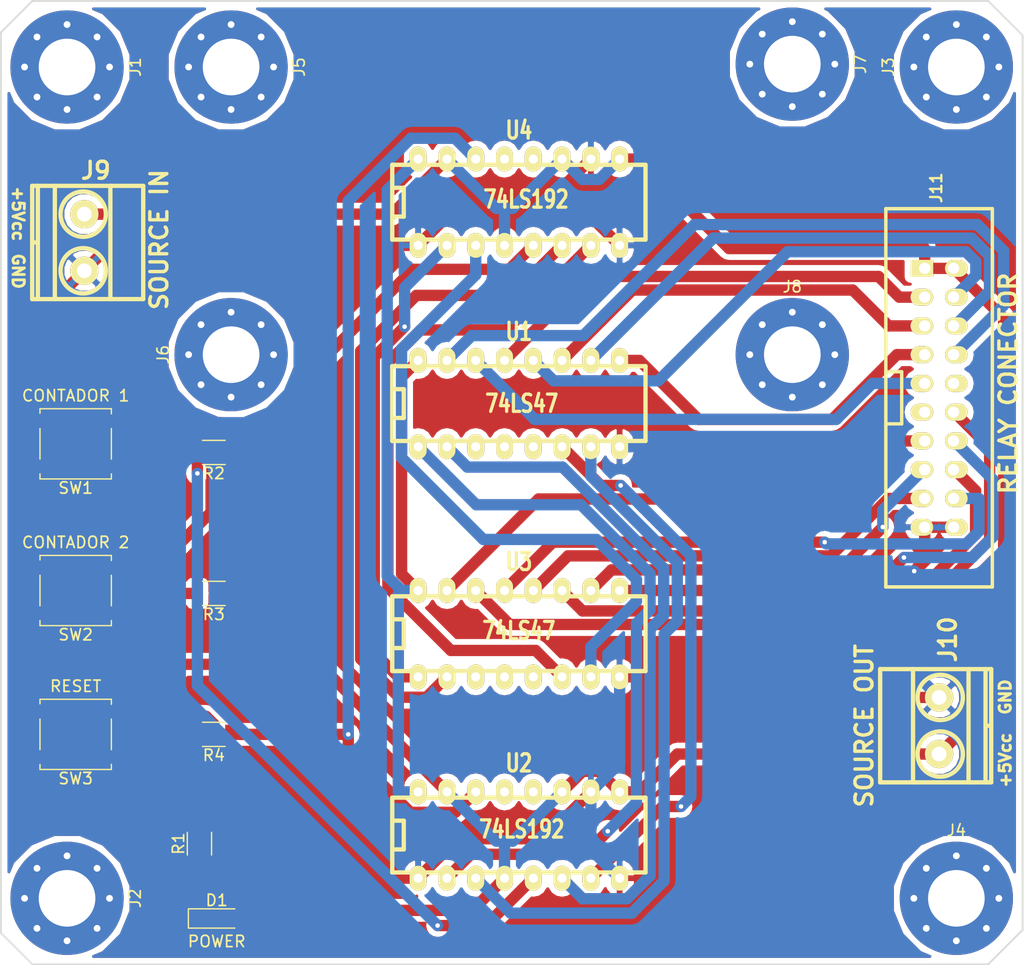
<source format=kicad_pcb>
(kicad_pcb (version 20171130) (host pcbnew "(5.0.1)-4")

  (general
    (thickness 1.6)
    (drawings 40)
    (tracks 416)
    (zones 0)
    (modules 23)
    (nets 38)
  )

  (page A4)
  (layers
    (0 F.Cu signal hide)
    (31 B.Cu signal hide)
    (32 B.Adhes user)
    (33 F.Adhes user)
    (34 B.Paste user)
    (35 F.Paste user)
    (36 B.SilkS user)
    (37 F.SilkS user)
    (38 B.Mask user)
    (39 F.Mask user)
    (40 Dwgs.User user hide)
    (41 Cmts.User user)
    (42 Eco1.User user)
    (43 Eco2.User user)
    (44 Edge.Cuts user)
    (45 Margin user)
    (46 B.CrtYd user)
    (47 F.CrtYd user)
    (48 B.Fab user)
    (49 F.Fab user)
  )

  (setup
    (last_trace_width 1)
    (trace_clearance 0.2)
    (zone_clearance 0.508)
    (zone_45_only no)
    (trace_min 0.2)
    (segment_width 0.2)
    (edge_width 0.15)
    (via_size 0.7)
    (via_drill 0.4)
    (via_min_size 0.4)
    (via_min_drill 0.3)
    (uvia_size 0.3)
    (uvia_drill 0.1)
    (uvias_allowed no)
    (uvia_min_size 0.2)
    (uvia_min_drill 0.1)
    (pcb_text_width 0.3)
    (pcb_text_size 1.5 1.5)
    (mod_edge_width 0.15)
    (mod_text_size 1 1)
    (mod_text_width 0.15)
    (pad_size 1.524 1.524)
    (pad_drill 0.762)
    (pad_to_mask_clearance 0.2)
    (solder_mask_min_width 0.25)
    (aux_axis_origin 0 0)
    (visible_elements 7FFFFFFF)
    (pcbplotparams
      (layerselection 0x00030_80000001)
      (usegerberextensions false)
      (usegerberattributes false)
      (usegerberadvancedattributes false)
      (creategerberjobfile false)
      (excludeedgelayer true)
      (linewidth 0.100000)
      (plotframeref false)
      (viasonmask false)
      (mode 1)
      (useauxorigin false)
      (hpglpennumber 1)
      (hpglpenspeed 20)
      (hpglpendiameter 15.000000)
      (psnegative false)
      (psa4output false)
      (plotreference true)
      (plotvalue true)
      (plotinvisibletext false)
      (padsonsilk false)
      (subtractmaskfromsilk false)
      (outputformat 1)
      (mirror false)
      (drillshape 1)
      (scaleselection 1)
      (outputdirectory ""))
  )

  (net 0 "")
  (net 1 GND)
  (net 2 +5V)
  (net 3 "Net-(R2-Pad2)")
  (net 4 "Net-(R3-Pad2)")
  (net 5 "Net-(U1-Pad2)")
  (net 6 "Net-(U1-Pad6)")
  (net 7 "Net-(U1-Pad7)")
  (net 8 VCC)
  (net 9 "Net-(J4-Pad1)")
  (net 10 /B2)
  (net 11 /A2)
  (net 12 /C2)
  (net 13 /D2)
  (net 14 /F2)
  (net 15 /E2)
  (net 16 /G2)
  (net 17 /G1)
  (net 18 /F1)
  (net 19 /E1)
  (net 20 /A1)
  (net 21 /B1)
  (net 22 /C1)
  (net 23 /D1)
  (net 24 "Net-(D1-Pad1)")
  (net 25 "Net-(J1-Pad1)")
  (net 26 "Net-(J2-Pad1)")
  (net 27 "Net-(J3-Pad1)")
  (net 28 "Net-(U1-Pad1)")
  (net 29 "Net-(U3-Pad1)")
  (net 30 "Net-(U3-Pad2)")
  (net 31 "Net-(U3-Pad6)")
  (net 32 "Net-(U3-Pad7)")
  (net 33 "Net-(R4-Pad1)")
  (net 34 "Net-(J5-Pad1)")
  (net 35 "Net-(J6-Pad1)")
  (net 36 "Net-(J7-Pad1)")
  (net 37 "Net-(J8-Pad1)")

  (net_class Default "Esta es la clase de red por defecto."
    (clearance 0.2)
    (trace_width 1)
    (via_dia 0.7)
    (via_drill 0.4)
    (uvia_dia 0.3)
    (uvia_drill 0.1)
    (add_net +5V)
    (add_net /A1)
    (add_net /A2)
    (add_net /B1)
    (add_net /B2)
    (add_net /C1)
    (add_net /C2)
    (add_net /D1)
    (add_net /D2)
    (add_net /E1)
    (add_net /E2)
    (add_net /F1)
    (add_net /F2)
    (add_net /G1)
    (add_net /G2)
    (add_net GND)
    (add_net "Net-(D1-Pad1)")
    (add_net "Net-(J1-Pad1)")
    (add_net "Net-(J2-Pad1)")
    (add_net "Net-(J3-Pad1)")
    (add_net "Net-(J4-Pad1)")
    (add_net "Net-(J5-Pad1)")
    (add_net "Net-(J6-Pad1)")
    (add_net "Net-(J7-Pad1)")
    (add_net "Net-(J8-Pad1)")
    (add_net "Net-(R2-Pad2)")
    (add_net "Net-(R3-Pad2)")
    (add_net "Net-(R4-Pad1)")
    (add_net "Net-(U1-Pad1)")
    (add_net "Net-(U1-Pad2)")
    (add_net "Net-(U1-Pad6)")
    (add_net "Net-(U1-Pad7)")
    (add_net "Net-(U3-Pad1)")
    (add_net "Net-(U3-Pad2)")
    (add_net "Net-(U3-Pad6)")
    (add_net "Net-(U3-Pad7)")
    (add_net VCC)
  )

  (module Resistors_SMD:R_1206 (layer F.Cu) (tedit 58E0A804) (tstamp 5B1C4E3F)
    (at 122.682 127.762 90)
    (descr "Resistor SMD 1206, reflow soldering, Vishay (see dcrcw.pdf)")
    (tags "resistor 1206")
    (path /5B1CF038)
    (attr smd)
    (fp_text reference R1 (at 0 -1.85 90) (layer F.SilkS)
      (effects (font (size 1 1) (thickness 0.15)))
    )
    (fp_text value 330 (at 0 1.95 90) (layer F.Fab)
      (effects (font (size 1 1) (thickness 0.15)))
    )
    (fp_text user %R (at 0 0 90) (layer F.Fab)
      (effects (font (size 0.7 0.7) (thickness 0.105)))
    )
    (fp_line (start -1.6 0.8) (end -1.6 -0.8) (layer F.Fab) (width 0.1))
    (fp_line (start 1.6 0.8) (end -1.6 0.8) (layer F.Fab) (width 0.1))
    (fp_line (start 1.6 -0.8) (end 1.6 0.8) (layer F.Fab) (width 0.1))
    (fp_line (start -1.6 -0.8) (end 1.6 -0.8) (layer F.Fab) (width 0.1))
    (fp_line (start 1 1.07) (end -1 1.07) (layer F.SilkS) (width 0.12))
    (fp_line (start -1 -1.07) (end 1 -1.07) (layer F.SilkS) (width 0.12))
    (fp_line (start -2.15 -1.11) (end 2.15 -1.11) (layer F.CrtYd) (width 0.05))
    (fp_line (start -2.15 -1.11) (end -2.15 1.1) (layer F.CrtYd) (width 0.05))
    (fp_line (start 2.15 1.1) (end 2.15 -1.11) (layer F.CrtYd) (width 0.05))
    (fp_line (start 2.15 1.1) (end -2.15 1.1) (layer F.CrtYd) (width 0.05))
    (pad 1 smd rect (at -1.45 0 90) (size 0.9 1.7) (layers F.Cu F.Paste F.Mask)
      (net 24 "Net-(D1-Pad1)"))
    (pad 2 smd rect (at 1.45 0 90) (size 0.9 1.7) (layers F.Cu F.Paste F.Mask)
      (net 1 GND))
    (model ${KISYS3DMOD}/Resistors_SMD.3dshapes/R_1206.wrl
      (at (xyz 0 0 0))
      (scale (xyz 1 1 1))
      (rotate (xyz 0 0 0))
    )
  )

  (module Resistors_SMD:R_1206 (layer F.Cu) (tedit 58E0A804) (tstamp 5B1C4E45)
    (at 123.952 93.218 180)
    (descr "Resistor SMD 1206, reflow soldering, Vishay (see dcrcw.pdf)")
    (tags "resistor 1206")
    (path /5B1C89B1)
    (attr smd)
    (fp_text reference R2 (at 0 -1.85 180) (layer F.SilkS)
      (effects (font (size 1 1) (thickness 0.15)))
    )
    (fp_text value 10K (at 0 1.95 180) (layer F.Fab)
      (effects (font (size 1 1) (thickness 0.15)))
    )
    (fp_text user %R (at 0 0 180) (layer F.Fab)
      (effects (font (size 0.7 0.7) (thickness 0.105)))
    )
    (fp_line (start -1.6 0.8) (end -1.6 -0.8) (layer F.Fab) (width 0.1))
    (fp_line (start 1.6 0.8) (end -1.6 0.8) (layer F.Fab) (width 0.1))
    (fp_line (start 1.6 -0.8) (end 1.6 0.8) (layer F.Fab) (width 0.1))
    (fp_line (start -1.6 -0.8) (end 1.6 -0.8) (layer F.Fab) (width 0.1))
    (fp_line (start 1 1.07) (end -1 1.07) (layer F.SilkS) (width 0.12))
    (fp_line (start -1 -1.07) (end 1 -1.07) (layer F.SilkS) (width 0.12))
    (fp_line (start -2.15 -1.11) (end 2.15 -1.11) (layer F.CrtYd) (width 0.05))
    (fp_line (start -2.15 -1.11) (end -2.15 1.1) (layer F.CrtYd) (width 0.05))
    (fp_line (start 2.15 1.1) (end 2.15 -1.11) (layer F.CrtYd) (width 0.05))
    (fp_line (start 2.15 1.1) (end -2.15 1.1) (layer F.CrtYd) (width 0.05))
    (pad 1 smd rect (at -1.45 0 180) (size 0.9 1.7) (layers F.Cu F.Paste F.Mask)
      (net 2 +5V))
    (pad 2 smd rect (at 1.45 0 180) (size 0.9 1.7) (layers F.Cu F.Paste F.Mask)
      (net 3 "Net-(R2-Pad2)"))
    (model ${KISYS3DMOD}/Resistors_SMD.3dshapes/R_1206.wrl
      (at (xyz 0 0 0))
      (scale (xyz 1 1 1))
      (rotate (xyz 0 0 0))
    )
  )

  (module Resistors_SMD:R_1206 (layer F.Cu) (tedit 5B1EE47D) (tstamp 5B1C4E4B)
    (at 123.952 105.664 180)
    (descr "Resistor SMD 1206, reflow soldering, Vishay (see dcrcw.pdf)")
    (tags "resistor 1206")
    (path /5B1C8C70)
    (attr smd)
    (fp_text reference R3 (at 0 -1.85 180) (layer F.SilkS)
      (effects (font (size 1 1) (thickness 0.15)))
    )
    (fp_text value 10K (at 0 1.95 180) (layer F.Fab)
      (effects (font (size 1 1) (thickness 0.15)))
    )
    (fp_text user %R (at 0 0 180) (layer F.Fab)
      (effects (font (size 0.7 0.7) (thickness 0.105)))
    )
    (fp_line (start -1.6 0.8) (end -1.6 -0.8) (layer F.Fab) (width 0.1))
    (fp_line (start 1.6 0.8) (end -1.6 0.8) (layer F.Fab) (width 0.1))
    (fp_line (start 1.6 -0.8) (end 1.6 0.8) (layer F.Fab) (width 0.1))
    (fp_line (start -1.6 -0.8) (end 1.6 -0.8) (layer F.Fab) (width 0.1))
    (fp_line (start 1 1.07) (end -1 1.07) (layer F.SilkS) (width 0.12))
    (fp_line (start -1 -1.07) (end 1 -1.07) (layer F.SilkS) (width 0.12))
    (fp_line (start -2.15 -1.11) (end 2.15 -1.11) (layer F.CrtYd) (width 0.05))
    (fp_line (start -2.15 -1.11) (end -2.15 1.1) (layer F.CrtYd) (width 0.05))
    (fp_line (start 2.15 1.1) (end 2.15 -1.11) (layer F.CrtYd) (width 0.05))
    (fp_line (start 2.15 1.1) (end -2.15 1.1) (layer F.CrtYd) (width 0.05))
    (pad 1 smd rect (at -1.45 0 180) (size 0.9 1.7) (layers F.Cu F.Paste F.Mask)
      (net 2 +5V))
    (pad 2 smd rect (at 1.45 0 180) (size 0.9 1.7) (layers F.Cu F.Paste F.Mask)
      (net 4 "Net-(R3-Pad2)"))
    (model ${KISYS3DMOD}/Resistors_SMD.3dshapes/R_1206.wrl
      (at (xyz 0 0 0))
      (scale (xyz 1 1 1))
      (rotate (xyz 0 0 0))
    )
  )

  (module Resistors_SMD:R_1206 (layer F.Cu) (tedit 5B1EBCF4) (tstamp 5B1C4E51)
    (at 123.952 118.11 180)
    (descr "Resistor SMD 1206, reflow soldering, Vishay (see dcrcw.pdf)")
    (tags "resistor 1206")
    (path /5B1EE600)
    (attr smd)
    (fp_text reference R4 (at 0 -1.85 180) (layer F.SilkS)
      (effects (font (size 1 1) (thickness 0.15)))
    )
    (fp_text value 1K (at 0 1.95 180) (layer F.Fab)
      (effects (font (size 1 1) (thickness 0.15)))
    )
    (fp_text user %R (at 0 0) (layer F.Fab)
      (effects (font (size 0.7 0.7) (thickness 0.105)))
    )
    (fp_line (start -1.6 0.8) (end -1.6 -0.8) (layer F.Fab) (width 0.1))
    (fp_line (start 1.6 0.8) (end -1.6 0.8) (layer F.Fab) (width 0.1))
    (fp_line (start 1.6 -0.8) (end 1.6 0.8) (layer F.Fab) (width 0.1))
    (fp_line (start -1.6 -0.8) (end 1.6 -0.8) (layer F.Fab) (width 0.1))
    (fp_line (start 1 1.07) (end -1 1.07) (layer F.SilkS) (width 0.12))
    (fp_line (start -1 -1.07) (end 1 -1.07) (layer F.SilkS) (width 0.12))
    (fp_line (start -2.15 -1.11) (end 2.15 -1.11) (layer F.CrtYd) (width 0.05))
    (fp_line (start -2.15 -1.11) (end -2.15 1.1) (layer F.CrtYd) (width 0.05))
    (fp_line (start 2.15 1.1) (end 2.15 -1.11) (layer F.CrtYd) (width 0.05))
    (fp_line (start 2.15 1.1) (end -2.15 1.1) (layer F.CrtYd) (width 0.05))
    (pad 1 smd rect (at -1.45 0 180) (size 0.9 1.7) (layers F.Cu F.Paste F.Mask)
      (net 33 "Net-(R4-Pad1)"))
    (pad 2 smd rect (at 1.45 0 180) (size 0.9 1.7) (layers F.Cu F.Paste F.Mask)
      (net 1 GND))
    (model ${KISYS3DMOD}/Resistors_SMD.3dshapes/R_1206.wrl
      (at (xyz 0 0 0))
      (scale (xyz 1 1 1))
      (rotate (xyz 0 0 0))
    )
  )

  (module w_pth_circuits:dil_16-300 (layer F.Cu) (tedit 5B1D3B48) (tstamp 5B1C4EA9)
    (at 150.876 88.9)
    (descr "IC, DIL16 x 0,3\"")
    (tags DIL)
    (path /5B1C13EA)
    (fp_text reference U1 (at 0 -6.35) (layer F.SilkS)
      (effects (font (size 1.524 1.143) (thickness 0.28702)))
    )
    (fp_text value 74LS47 (at 0.254 0) (layer F.SilkS)
      (effects (font (size 1.524 1.143) (thickness 0.28702)))
    )
    (fp_line (start -10.16 -1.27) (end -10.16 1.27) (layer F.SilkS) (width 0.381))
    (fp_line (start 11.176 3.302) (end -11.176 3.302) (layer F.SilkS) (width 0.381))
    (fp_line (start -11.176 -3.302) (end 11.176 -3.302) (layer F.SilkS) (width 0.381))
    (fp_line (start -10.16 1.27) (end -11.176 1.27) (layer F.SilkS) (width 0.381))
    (fp_line (start -10.16 -1.27) (end -11.176 -1.27) (layer F.SilkS) (width 0.381))
    (fp_line (start 11.176 -3.302) (end 11.176 3.302) (layer F.SilkS) (width 0.381))
    (fp_line (start -11.176 3.302) (end -11.176 -3.302) (layer F.SilkS) (width 0.381))
    (pad 1 thru_hole oval (at -8.89 3.81) (size 1.50114 2.19964) (drill 0.8001) (layers *.Cu *.Mask F.SilkS)
      (net 28 "Net-(U1-Pad1)"))
    (pad 2 thru_hole oval (at -6.35 3.81) (size 1.50114 2.19964) (drill 0.8001) (layers *.Cu *.Mask F.SilkS)
      (net 5 "Net-(U1-Pad2)"))
    (pad 3 thru_hole oval (at -3.81 3.81) (size 1.50114 2.19964) (drill 0.8001) (layers *.Cu *.Mask F.SilkS))
    (pad 4 thru_hole oval (at -1.27 3.81) (size 1.50114 2.19964) (drill 0.8001) (layers *.Cu *.Mask F.SilkS))
    (pad 5 thru_hole oval (at 1.27 3.81) (size 1.50114 2.19964) (drill 0.8001) (layers *.Cu *.Mask F.SilkS))
    (pad 6 thru_hole oval (at 3.81 3.81) (size 1.50114 2.19964) (drill 0.8001) (layers *.Cu *.Mask F.SilkS)
      (net 6 "Net-(U1-Pad6)"))
    (pad 7 thru_hole oval (at 6.35 3.81) (size 1.50114 2.19964) (drill 0.8001) (layers *.Cu *.Mask F.SilkS)
      (net 7 "Net-(U1-Pad7)"))
    (pad 8 thru_hole oval (at 8.89 3.81) (size 1.50114 2.19964) (drill 0.8001) (layers *.Cu *.Mask F.SilkS)
      (net 1 GND))
    (pad 9 thru_hole oval (at 8.89 -3.81) (size 1.50114 2.19964) (drill 0.8001) (layers *.Cu *.Mask F.SilkS)
      (net 19 /E1))
    (pad 10 thru_hole oval (at 6.35 -3.81) (size 1.50114 2.19964) (drill 0.8001) (layers *.Cu *.Mask F.SilkS)
      (net 23 /D1))
    (pad 11 thru_hole oval (at 3.81 -3.81) (size 1.50114 2.19964) (drill 0.8001) (layers *.Cu *.Mask F.SilkS)
      (net 22 /C1))
    (pad 12 thru_hole oval (at 1.27 -3.81) (size 1.50114 2.19964) (drill 0.8001) (layers *.Cu *.Mask F.SilkS)
      (net 21 /B1))
    (pad 13 thru_hole oval (at -1.27 -3.81) (size 1.50114 2.19964) (drill 0.8001) (layers *.Cu *.Mask F.SilkS)
      (net 20 /A1))
    (pad 14 thru_hole oval (at -3.81 -3.81) (size 1.50114 2.19964) (drill 0.8001) (layers *.Cu *.Mask F.SilkS)
      (net 17 /G1))
    (pad 15 thru_hole oval (at -6.35 -3.81) (size 1.50114 2.19964) (drill 0.8001) (layers *.Cu *.Mask F.SilkS)
      (net 18 /F1))
    (pad 16 thru_hole oval (at -8.89 -3.81) (size 1.50114 2.19964) (drill 0.8001) (layers *.Cu *.Mask F.SilkS)
      (net 8 VCC))
    (model walter/pth_circuits/dil_16-300.wrl
      (at (xyz 0 0 0))
      (scale (xyz 1 1 1))
      (rotate (xyz 0 0 0))
    )
    (model "../../../../../../Users/Eduardo Hernandez/Downloads/Librerias KiCad/walter/pth_circuits/dil_16-300.wrl"
      (at (xyz 0 0 0))
      (scale (xyz 1 1 1))
      (rotate (xyz 0 0 0))
    )
  )

  (module w_pth_circuits:dil_16-300 (layer F.Cu) (tedit 5B1D3B51) (tstamp 5B1C4EBD)
    (at 150.876 127)
    (descr "IC, DIL16 x 0,3\"")
    (tags DIL)
    (path /5B1C12F1)
    (fp_text reference U2 (at 0 -6.35) (layer F.SilkS)
      (effects (font (size 1.524 1.143) (thickness 0.28702)))
    )
    (fp_text value 74LS192 (at 0.254 -0.508) (layer F.SilkS)
      (effects (font (size 1.524 1.143) (thickness 0.28702)))
    )
    (fp_line (start -10.16 -1.27) (end -10.16 1.27) (layer F.SilkS) (width 0.381))
    (fp_line (start 11.176 3.302) (end -11.176 3.302) (layer F.SilkS) (width 0.381))
    (fp_line (start -11.176 -3.302) (end 11.176 -3.302) (layer F.SilkS) (width 0.381))
    (fp_line (start -10.16 1.27) (end -11.176 1.27) (layer F.SilkS) (width 0.381))
    (fp_line (start -10.16 -1.27) (end -11.176 -1.27) (layer F.SilkS) (width 0.381))
    (fp_line (start 11.176 -3.302) (end 11.176 3.302) (layer F.SilkS) (width 0.381))
    (fp_line (start -11.176 3.302) (end -11.176 -3.302) (layer F.SilkS) (width 0.381))
    (pad 1 thru_hole oval (at -8.89 3.81) (size 1.50114 2.19964) (drill 0.8001) (layers *.Cu *.Mask F.SilkS)
      (net 1 GND))
    (pad 2 thru_hole oval (at -6.35 3.81) (size 1.50114 2.19964) (drill 0.8001) (layers *.Cu *.Mask F.SilkS)
      (net 28 "Net-(U1-Pad1)"))
    (pad 3 thru_hole oval (at -3.81 3.81) (size 1.50114 2.19964) (drill 0.8001) (layers *.Cu *.Mask F.SilkS)
      (net 7 "Net-(U1-Pad7)"))
    (pad 4 thru_hole oval (at -1.27 3.81) (size 1.50114 2.19964) (drill 0.8001) (layers *.Cu *.Mask F.SilkS)
      (net 2 +5V))
    (pad 5 thru_hole oval (at 1.27 3.81) (size 1.50114 2.19964) (drill 0.8001) (layers *.Cu *.Mask F.SilkS)
      (net 3 "Net-(R2-Pad2)"))
    (pad 6 thru_hole oval (at 3.81 3.81) (size 1.50114 2.19964) (drill 0.8001) (layers *.Cu *.Mask F.SilkS)
      (net 5 "Net-(U1-Pad2)"))
    (pad 7 thru_hole oval (at 6.35 3.81) (size 1.50114 2.19964) (drill 0.8001) (layers *.Cu *.Mask F.SilkS)
      (net 6 "Net-(U1-Pad6)"))
    (pad 8 thru_hole oval (at 8.89 3.81) (size 1.50114 2.19964) (drill 0.8001) (layers *.Cu *.Mask F.SilkS)
      (net 1 GND))
    (pad 9 thru_hole oval (at 8.89 -3.81) (size 1.50114 2.19964) (drill 0.8001) (layers *.Cu *.Mask F.SilkS)
      (net 2 +5V))
    (pad 10 thru_hole oval (at 6.35 -3.81) (size 1.50114 2.19964) (drill 0.8001) (layers *.Cu *.Mask F.SilkS)
      (net 1 GND))
    (pad 11 thru_hole oval (at 3.81 -3.81) (size 1.50114 2.19964) (drill 0.8001) (layers *.Cu *.Mask F.SilkS)
      (net 2 +5V))
    (pad 12 thru_hole oval (at 1.27 -3.81) (size 1.50114 2.19964) (drill 0.8001) (layers *.Cu *.Mask F.SilkS))
    (pad 13 thru_hole oval (at -1.27 -3.81) (size 1.50114 2.19964) (drill 0.8001) (layers *.Cu *.Mask F.SilkS))
    (pad 14 thru_hole oval (at -3.81 -3.81) (size 1.50114 2.19964) (drill 0.8001) (layers *.Cu *.Mask F.SilkS)
      (net 33 "Net-(R4-Pad1)"))
    (pad 15 thru_hole oval (at -6.35 -3.81) (size 1.50114 2.19964) (drill 0.8001) (layers *.Cu *.Mask F.SilkS)
      (net 2 +5V))
    (pad 16 thru_hole oval (at -8.89 -3.81) (size 1.50114 2.19964) (drill 0.8001) (layers *.Cu *.Mask F.SilkS)
      (net 8 VCC))
    (model walter/pth_circuits/dil_16-300.wrl
      (at (xyz 0 0 0))
      (scale (xyz 1 1 1))
      (rotate (xyz 0 0 0))
    )
    (model "../../../../../../Users/Eduardo Hernandez/Downloads/Librerias KiCad/walter/pth_circuits/dil_16-300.wrl"
      (at (xyz 0 0 0))
      (scale (xyz 1 1 1))
      (rotate (xyz 0 0 0))
    )
  )

  (module w_pth_circuits:dil_16-300 (layer F.Cu) (tedit 5B1D3B54) (tstamp 5B1C4ED1)
    (at 150.876 109.22)
    (descr "IC, DIL16 x 0,3\"")
    (tags DIL)
    (path /5B1C146F)
    (fp_text reference U3 (at 0 -6.35) (layer F.SilkS)
      (effects (font (size 1.524 1.143) (thickness 0.28702)))
    )
    (fp_text value 74LS47 (at 0 -0.254) (layer F.SilkS)
      (effects (font (size 1.524 1.143) (thickness 0.28702)))
    )
    (fp_line (start -10.16 -1.27) (end -10.16 1.27) (layer F.SilkS) (width 0.381))
    (fp_line (start 11.176 3.302) (end -11.176 3.302) (layer F.SilkS) (width 0.381))
    (fp_line (start -11.176 -3.302) (end 11.176 -3.302) (layer F.SilkS) (width 0.381))
    (fp_line (start -10.16 1.27) (end -11.176 1.27) (layer F.SilkS) (width 0.381))
    (fp_line (start -10.16 -1.27) (end -11.176 -1.27) (layer F.SilkS) (width 0.381))
    (fp_line (start 11.176 -3.302) (end 11.176 3.302) (layer F.SilkS) (width 0.381))
    (fp_line (start -11.176 3.302) (end -11.176 -3.302) (layer F.SilkS) (width 0.381))
    (pad 1 thru_hole oval (at -8.89 3.81) (size 1.50114 2.19964) (drill 0.8001) (layers *.Cu *.Mask F.SilkS)
      (net 29 "Net-(U3-Pad1)"))
    (pad 2 thru_hole oval (at -6.35 3.81) (size 1.50114 2.19964) (drill 0.8001) (layers *.Cu *.Mask F.SilkS)
      (net 30 "Net-(U3-Pad2)"))
    (pad 3 thru_hole oval (at -3.81 3.81) (size 1.50114 2.19964) (drill 0.8001) (layers *.Cu *.Mask F.SilkS))
    (pad 4 thru_hole oval (at -1.27 3.81) (size 1.50114 2.19964) (drill 0.8001) (layers *.Cu *.Mask F.SilkS))
    (pad 5 thru_hole oval (at 1.27 3.81) (size 1.50114 2.19964) (drill 0.8001) (layers *.Cu *.Mask F.SilkS))
    (pad 6 thru_hole oval (at 3.81 3.81) (size 1.50114 2.19964) (drill 0.8001) (layers *.Cu *.Mask F.SilkS)
      (net 31 "Net-(U3-Pad6)"))
    (pad 7 thru_hole oval (at 6.35 3.81) (size 1.50114 2.19964) (drill 0.8001) (layers *.Cu *.Mask F.SilkS)
      (net 32 "Net-(U3-Pad7)"))
    (pad 8 thru_hole oval (at 8.89 3.81) (size 1.50114 2.19964) (drill 0.8001) (layers *.Cu *.Mask F.SilkS)
      (net 1 GND))
    (pad 9 thru_hole oval (at 8.89 -3.81) (size 1.50114 2.19964) (drill 0.8001) (layers *.Cu *.Mask F.SilkS)
      (net 15 /E2))
    (pad 10 thru_hole oval (at 6.35 -3.81) (size 1.50114 2.19964) (drill 0.8001) (layers *.Cu *.Mask F.SilkS)
      (net 13 /D2))
    (pad 11 thru_hole oval (at 3.81 -3.81) (size 1.50114 2.19964) (drill 0.8001) (layers *.Cu *.Mask F.SilkS)
      (net 12 /C2))
    (pad 12 thru_hole oval (at 1.27 -3.81) (size 1.50114 2.19964) (drill 0.8001) (layers *.Cu *.Mask F.SilkS)
      (net 10 /B2))
    (pad 13 thru_hole oval (at -1.27 -3.81) (size 1.50114 2.19964) (drill 0.8001) (layers *.Cu *.Mask F.SilkS)
      (net 11 /A2))
    (pad 14 thru_hole oval (at -3.81 -3.81) (size 1.50114 2.19964) (drill 0.8001) (layers *.Cu *.Mask F.SilkS)
      (net 16 /G2))
    (pad 15 thru_hole oval (at -6.35 -3.81) (size 1.50114 2.19964) (drill 0.8001) (layers *.Cu *.Mask F.SilkS)
      (net 14 /F2))
    (pad 16 thru_hole oval (at -8.89 -3.81) (size 1.50114 2.19964) (drill 0.8001) (layers *.Cu *.Mask F.SilkS)
      (net 8 VCC))
    (model walter/pth_circuits/dil_16-300.wrl
      (at (xyz 0 0 0))
      (scale (xyz 1 1 1))
      (rotate (xyz 0 0 0))
    )
    (model "../../../../../../Users/Eduardo Hernandez/Downloads/Librerias KiCad/walter/pth_circuits/dil_16-300.wrl"
      (at (xyz 0 0 0))
      (scale (xyz 1 1 1))
      (rotate (xyz 0 0 0))
    )
  )

  (module w_pth_circuits:dil_16-300 (layer F.Cu) (tedit 5B1D3B4B) (tstamp 5B1C4EE5)
    (at 150.876 71.12)
    (descr "IC, DIL16 x 0,3\"")
    (tags DIL)
    (path /5B1C1393)
    (fp_text reference U4 (at 0 -6.35) (layer F.SilkS)
      (effects (font (size 1.524 1.143) (thickness 0.28702)))
    )
    (fp_text value 74LS192 (at 0.635 -0.254) (layer F.SilkS)
      (effects (font (size 1.524 1.143) (thickness 0.28702)))
    )
    (fp_line (start -10.16 -1.27) (end -10.16 1.27) (layer F.SilkS) (width 0.381))
    (fp_line (start 11.176 3.302) (end -11.176 3.302) (layer F.SilkS) (width 0.381))
    (fp_line (start -11.176 -3.302) (end 11.176 -3.302) (layer F.SilkS) (width 0.381))
    (fp_line (start -10.16 1.27) (end -11.176 1.27) (layer F.SilkS) (width 0.381))
    (fp_line (start -10.16 -1.27) (end -11.176 -1.27) (layer F.SilkS) (width 0.381))
    (fp_line (start 11.176 -3.302) (end 11.176 3.302) (layer F.SilkS) (width 0.381))
    (fp_line (start -11.176 3.302) (end -11.176 -3.302) (layer F.SilkS) (width 0.381))
    (pad 1 thru_hole oval (at -8.89 3.81) (size 1.50114 2.19964) (drill 0.8001) (layers *.Cu *.Mask F.SilkS)
      (net 1 GND))
    (pad 2 thru_hole oval (at -6.35 3.81) (size 1.50114 2.19964) (drill 0.8001) (layers *.Cu *.Mask F.SilkS)
      (net 29 "Net-(U3-Pad1)"))
    (pad 3 thru_hole oval (at -3.81 3.81) (size 1.50114 2.19964) (drill 0.8001) (layers *.Cu *.Mask F.SilkS)
      (net 32 "Net-(U3-Pad7)"))
    (pad 4 thru_hole oval (at -1.27 3.81) (size 1.50114 2.19964) (drill 0.8001) (layers *.Cu *.Mask F.SilkS)
      (net 2 +5V))
    (pad 5 thru_hole oval (at 1.27 3.81) (size 1.50114 2.19964) (drill 0.8001) (layers *.Cu *.Mask F.SilkS)
      (net 4 "Net-(R3-Pad2)"))
    (pad 6 thru_hole oval (at 3.81 3.81) (size 1.50114 2.19964) (drill 0.8001) (layers *.Cu *.Mask F.SilkS)
      (net 30 "Net-(U3-Pad2)"))
    (pad 7 thru_hole oval (at 6.35 3.81) (size 1.50114 2.19964) (drill 0.8001) (layers *.Cu *.Mask F.SilkS)
      (net 31 "Net-(U3-Pad6)"))
    (pad 8 thru_hole oval (at 8.89 3.81) (size 1.50114 2.19964) (drill 0.8001) (layers *.Cu *.Mask F.SilkS)
      (net 1 GND))
    (pad 9 thru_hole oval (at 8.89 -3.81) (size 1.50114 2.19964) (drill 0.8001) (layers *.Cu *.Mask F.SilkS)
      (net 2 +5V))
    (pad 10 thru_hole oval (at 6.35 -3.81) (size 1.50114 2.19964) (drill 0.8001) (layers *.Cu *.Mask F.SilkS)
      (net 1 GND))
    (pad 11 thru_hole oval (at 3.81 -3.81) (size 1.50114 2.19964) (drill 0.8001) (layers *.Cu *.Mask F.SilkS)
      (net 2 +5V))
    (pad 12 thru_hole oval (at 1.27 -3.81) (size 1.50114 2.19964) (drill 0.8001) (layers *.Cu *.Mask F.SilkS))
    (pad 13 thru_hole oval (at -1.27 -3.81) (size 1.50114 2.19964) (drill 0.8001) (layers *.Cu *.Mask F.SilkS))
    (pad 14 thru_hole oval (at -3.81 -3.81) (size 1.50114 2.19964) (drill 0.8001) (layers *.Cu *.Mask F.SilkS)
      (net 33 "Net-(R4-Pad1)"))
    (pad 15 thru_hole oval (at -6.35 -3.81) (size 1.50114 2.19964) (drill 0.8001) (layers *.Cu *.Mask F.SilkS)
      (net 2 +5V))
    (pad 16 thru_hole oval (at -8.89 -3.81) (size 1.50114 2.19964) (drill 0.8001) (layers *.Cu *.Mask F.SilkS)
      (net 8 VCC))
    (model walter/pth_circuits/dil_16-300.wrl
      (at (xyz 0 0 0))
      (scale (xyz 1 1 1))
      (rotate (xyz 0 0 0))
    )
    (model "../../../../../../Users/Eduardo Hernandez/Downloads/Librerias KiCad/walter/pth_circuits/dil_16-300.wrl"
      (at (xyz 0 0 0))
      (scale (xyz 1 1 1))
      (rotate (xyz 0 0 0))
    )
  )

  (module Buttons_Switches_SMD:SW_SPST_EVPBF (layer F.Cu) (tedit 5B1EEA43) (tstamp 5B1C560A)
    (at 111.76 105.41 180)
    (descr "Light Touch Switch")
    (path /5B1C8648)
    (attr smd)
    (fp_text reference SW2 (at 0 -3.9 180) (layer F.SilkS)
      (effects (font (size 1 1) (thickness 0.15)))
    )
    (fp_text value "CONTADOR 2" (at 0 4.25 180) (layer F.SilkS)
      (effects (font (size 1 1) (thickness 0.15)))
    )
    (fp_line (start -3.15 2.65) (end -3.15 3.1) (layer F.SilkS) (width 0.12))
    (fp_line (start -3.15 3.1) (end 3.15 3.1) (layer F.SilkS) (width 0.12))
    (fp_line (start 3.15 3.1) (end 3.15 2.7) (layer F.SilkS) (width 0.12))
    (fp_line (start -3.15 1.35) (end -3.15 -1.35) (layer F.SilkS) (width 0.12))
    (fp_line (start 3.15 -1.35) (end 3.15 1.35) (layer F.SilkS) (width 0.12))
    (fp_line (start -3.15 -3.1) (end 3.15 -3.1) (layer F.SilkS) (width 0.12))
    (fp_line (start 3.15 -3.1) (end 3.15 -2.65) (layer F.SilkS) (width 0.12))
    (fp_line (start -3.15 -2.65) (end -3.15 -3.1) (layer F.SilkS) (width 0.12))
    (fp_line (start -3 -3) (end 3 -3) (layer F.Fab) (width 0.1))
    (fp_line (start 3 -3) (end 3 3) (layer F.Fab) (width 0.1))
    (fp_line (start 3 3) (end -3 3) (layer F.Fab) (width 0.1))
    (fp_line (start -3 3) (end -3 -3) (layer F.Fab) (width 0.1))
    (fp_text user %R (at 0 -3.9 180) (layer F.Fab)
      (effects (font (size 1 1) (thickness 0.15)))
    )
    (fp_line (start -4.5 -3.25) (end 4.5 -3.25) (layer F.CrtYd) (width 0.05))
    (fp_line (start 4.5 -3.25) (end 4.5 3.25) (layer F.CrtYd) (width 0.05))
    (fp_line (start 4.5 3.25) (end -4.5 3.25) (layer F.CrtYd) (width 0.05))
    (fp_line (start -4.5 3.25) (end -4.5 -3.25) (layer F.CrtYd) (width 0.05))
    (fp_circle (center 0 0) (end 1.7 0) (layer F.Fab) (width 0.1))
    (pad 1 smd rect (at 2.88 -2 180) (size 2.75 1) (layers F.Cu F.Paste F.Mask)
      (net 1 GND))
    (pad 1 smd rect (at -2.88 -2 180) (size 2.75 1) (layers F.Cu F.Paste F.Mask)
      (net 1 GND))
    (pad 2 smd rect (at -2.88 2 180) (size 2.75 1) (layers F.Cu F.Paste F.Mask)
      (net 4 "Net-(R3-Pad2)"))
    (pad 2 smd rect (at 2.88 2 180) (size 2.75 1) (layers F.Cu F.Paste F.Mask)
      (net 4 "Net-(R3-Pad2)"))
    (model ${KISYS3DMOD}/Buttons_Switches_SMD.3dshapes/SW_SPST_EVPBF.wrl
      (at (xyz 0 0 0))
      (scale (xyz 1 1 1))
      (rotate (xyz 0 0 0))
    )
    (model Buttons_Switches_SMD.3dshapes/SW_SPST_EVQQ2_02W.wrl
      (at (xyz 0 0 0))
      (scale (xyz 1 1 1))
      (rotate (xyz 0 0 0))
    )
  )

  (module LEDs:LED_1206 (layer F.Cu) (tedit 5B1EEDE1) (tstamp 5B1CB5DA)
    (at 124.206 134.366)
    (descr "LED 1206 smd package")
    (tags "LED led 1206 SMD smd SMT smt smdled SMDLED smtled SMTLED")
    (path /5B1CEE0D)
    (attr smd)
    (fp_text reference D1 (at 0 -1.6) (layer F.SilkS)
      (effects (font (size 1 1) (thickness 0.15)))
    )
    (fp_text value POWER (at 0 2.032) (layer F.SilkS)
      (effects (font (size 1 1) (thickness 0.15)))
    )
    (fp_line (start -2.5 -0.85) (end -2.5 0.85) (layer F.SilkS) (width 0.12))
    (fp_line (start -0.45 -0.4) (end -0.45 0.4) (layer F.Fab) (width 0.1))
    (fp_line (start -0.4 0) (end 0.2 -0.4) (layer F.Fab) (width 0.1))
    (fp_line (start 0.2 0.4) (end -0.4 0) (layer F.Fab) (width 0.1))
    (fp_line (start 0.2 -0.4) (end 0.2 0.4) (layer F.Fab) (width 0.1))
    (fp_line (start 1.6 0.8) (end -1.6 0.8) (layer F.Fab) (width 0.1))
    (fp_line (start 1.6 -0.8) (end 1.6 0.8) (layer F.Fab) (width 0.1))
    (fp_line (start -1.6 -0.8) (end 1.6 -0.8) (layer F.Fab) (width 0.1))
    (fp_line (start -1.6 0.8) (end -1.6 -0.8) (layer F.Fab) (width 0.1))
    (fp_line (start -2.45 0.85) (end 1.6 0.85) (layer F.SilkS) (width 0.12))
    (fp_line (start -2.45 -0.85) (end 1.6 -0.85) (layer F.SilkS) (width 0.12))
    (fp_line (start 2.65 -1) (end 2.65 1) (layer F.CrtYd) (width 0.05))
    (fp_line (start 2.65 1) (end -2.65 1) (layer F.CrtYd) (width 0.05))
    (fp_line (start -2.65 1) (end -2.65 -1) (layer F.CrtYd) (width 0.05))
    (fp_line (start -2.65 -1) (end 2.65 -1) (layer F.CrtYd) (width 0.05))
    (pad 2 smd rect (at 1.65 0 180) (size 1.5 1.5) (layers F.Cu F.Paste F.Mask)
      (net 2 +5V))
    (pad 1 smd rect (at -1.65 0 180) (size 1.5 1.5) (layers F.Cu F.Paste F.Mask)
      (net 24 "Net-(D1-Pad1)"))
    (model ${KISYS3DMOD}/LEDs.3dshapes/LED_1206.wrl
      (at (xyz 0 0 0))
      (scale (xyz 1 1 1))
      (rotate (xyz 0 0 180))
    )
  )

  (module Buttons_Switches_SMD:SW_SPST_EVPBF (layer F.Cu) (tedit 5B1EEA3A) (tstamp 5B1EB127)
    (at 111.76 92.456 180)
    (descr "Light Touch Switch")
    (path /5B1C72A6)
    (attr smd)
    (fp_text reference SW1 (at 0 -3.9 180) (layer F.SilkS)
      (effects (font (size 1 1) (thickness 0.15)))
    )
    (fp_text value "CONTADOR 1" (at 0 4.25 180) (layer F.SilkS)
      (effects (font (size 1 1) (thickness 0.15)))
    )
    (fp_line (start -3.15 2.65) (end -3.15 3.1) (layer F.SilkS) (width 0.12))
    (fp_line (start -3.15 3.1) (end 3.15 3.1) (layer F.SilkS) (width 0.12))
    (fp_line (start 3.15 3.1) (end 3.15 2.7) (layer F.SilkS) (width 0.12))
    (fp_line (start -3.15 1.35) (end -3.15 -1.35) (layer F.SilkS) (width 0.12))
    (fp_line (start 3.15 -1.35) (end 3.15 1.35) (layer F.SilkS) (width 0.12))
    (fp_line (start -3.15 -3.1) (end 3.15 -3.1) (layer F.SilkS) (width 0.12))
    (fp_line (start 3.15 -3.1) (end 3.15 -2.65) (layer F.SilkS) (width 0.12))
    (fp_line (start -3.15 -2.65) (end -3.15 -3.1) (layer F.SilkS) (width 0.12))
    (fp_line (start -3 -3) (end 3 -3) (layer F.Fab) (width 0.1))
    (fp_line (start 3 -3) (end 3 3) (layer F.Fab) (width 0.1))
    (fp_line (start 3 3) (end -3 3) (layer F.Fab) (width 0.1))
    (fp_line (start -3 3) (end -3 -3) (layer F.Fab) (width 0.1))
    (fp_text user %R (at 0 -3.9 180) (layer F.Fab)
      (effects (font (size 1 1) (thickness 0.15)))
    )
    (fp_line (start -4.5 -3.25) (end 4.5 -3.25) (layer F.CrtYd) (width 0.05))
    (fp_line (start 4.5 -3.25) (end 4.5 3.25) (layer F.CrtYd) (width 0.05))
    (fp_line (start 4.5 3.25) (end -4.5 3.25) (layer F.CrtYd) (width 0.05))
    (fp_line (start -4.5 3.25) (end -4.5 -3.25) (layer F.CrtYd) (width 0.05))
    (fp_circle (center 0 0) (end 1.7 0) (layer F.Fab) (width 0.1))
    (pad 1 smd rect (at 2.88 -2 180) (size 2.75 1) (layers F.Cu F.Paste F.Mask)
      (net 1 GND))
    (pad 1 smd rect (at -2.88 -2 180) (size 2.75 1) (layers F.Cu F.Paste F.Mask)
      (net 1 GND))
    (pad 2 smd rect (at -2.88 2 180) (size 2.75 1) (layers F.Cu F.Paste F.Mask)
      (net 3 "Net-(R2-Pad2)"))
    (pad 2 smd rect (at 2.88 2 180) (size 2.75 1) (layers F.Cu F.Paste F.Mask)
      (net 3 "Net-(R2-Pad2)"))
    (model ${KISYS3DMOD}/Buttons_Switches_SMD.3dshapes/SW_SPST_EVPBF.wrl
      (at (xyz 0 0 0))
      (scale (xyz 1 1 1))
      (rotate (xyz 0 0 0))
    )
    (model Buttons_Switches_SMD.3dshapes/SW_SPST_EVQQ2_02W.wrl
      (at (xyz 0 0 0))
      (scale (xyz 1 1 1))
      (rotate (xyz 0 0 0))
    )
  )

  (module Buttons_Switches_SMD:SW_SPST_EVPBF (layer F.Cu) (tedit 5B1EEA48) (tstamp 5B1EB12E)
    (at 111.76 118.11 180)
    (descr "Light Touch Switch")
    (path /5B1EE5FA)
    (attr smd)
    (fp_text reference SW3 (at 0 -3.9 180) (layer F.SilkS)
      (effects (font (size 1 1) (thickness 0.15)))
    )
    (fp_text value RESET (at 0 4.25 180) (layer F.SilkS)
      (effects (font (size 1 1) (thickness 0.15)))
    )
    (fp_line (start -3.15 2.65) (end -3.15 3.1) (layer F.SilkS) (width 0.12))
    (fp_line (start -3.15 3.1) (end 3.15 3.1) (layer F.SilkS) (width 0.12))
    (fp_line (start 3.15 3.1) (end 3.15 2.7) (layer F.SilkS) (width 0.12))
    (fp_line (start -3.15 1.35) (end -3.15 -1.35) (layer F.SilkS) (width 0.12))
    (fp_line (start 3.15 -1.35) (end 3.15 1.35) (layer F.SilkS) (width 0.12))
    (fp_line (start -3.15 -3.1) (end 3.15 -3.1) (layer F.SilkS) (width 0.12))
    (fp_line (start 3.15 -3.1) (end 3.15 -2.65) (layer F.SilkS) (width 0.12))
    (fp_line (start -3.15 -2.65) (end -3.15 -3.1) (layer F.SilkS) (width 0.12))
    (fp_line (start -3 -3) (end 3 -3) (layer F.Fab) (width 0.1))
    (fp_line (start 3 -3) (end 3 3) (layer F.Fab) (width 0.1))
    (fp_line (start 3 3) (end -3 3) (layer F.Fab) (width 0.1))
    (fp_line (start -3 3) (end -3 -3) (layer F.Fab) (width 0.1))
    (fp_text user %R (at 0 -3.9 180) (layer F.Fab)
      (effects (font (size 1 1) (thickness 0.15)))
    )
    (fp_line (start -4.5 -3.25) (end 4.5 -3.25) (layer F.CrtYd) (width 0.05))
    (fp_line (start 4.5 -3.25) (end 4.5 3.25) (layer F.CrtYd) (width 0.05))
    (fp_line (start 4.5 3.25) (end -4.5 3.25) (layer F.CrtYd) (width 0.05))
    (fp_line (start -4.5 3.25) (end -4.5 -3.25) (layer F.CrtYd) (width 0.05))
    (fp_circle (center 0 0) (end 1.7 0) (layer F.Fab) (width 0.1))
    (pad 1 smd rect (at 2.88 -2 180) (size 2.75 1) (layers F.Cu F.Paste F.Mask)
      (net 33 "Net-(R4-Pad1)"))
    (pad 1 smd rect (at -2.88 -2 180) (size 2.75 1) (layers F.Cu F.Paste F.Mask)
      (net 33 "Net-(R4-Pad1)"))
    (pad 2 smd rect (at -2.88 2 180) (size 2.75 1) (layers F.Cu F.Paste F.Mask)
      (net 2 +5V))
    (pad 2 smd rect (at 2.88 2 180) (size 2.75 1) (layers F.Cu F.Paste F.Mask)
      (net 2 +5V))
    (model ${KISYS3DMOD}/Buttons_Switches_SMD.3dshapes/SW_SPST_EVPBF.wrl
      (at (xyz 0 0 0))
      (scale (xyz 1 1 1))
      (rotate (xyz 0 0 0))
    )
    (model Buttons_Switches_SMD.3dshapes/SW_SPST_EVQQ2_02W.wrl
      (at (xyz 0 0 0))
      (scale (xyz 1 1 1))
      (rotate (xyz 0 0 0))
    )
  )

  (module w_conn_mkds:mkds_1,5-2 (layer F.Cu) (tedit 5B1EF4C5) (tstamp 5B1EC8B9)
    (at 112.522 74.676 270)
    (descr "2-way 5mm pitch terminal block, Phoenix MKDS series")
    (path /5B1C554A)
    (fp_text reference J9 (at -6.35 -1.016 180) (layer F.SilkS)
      (effects (font (size 1.5 1.5) (thickness 0.3)))
    )
    (fp_text value "SOURCE IN" (at -0.254 -6.604 270) (layer F.SilkS)
      (effects (font (size 1.5 1.5) (thickness 0.3)))
    )
    (fp_line (start 0 4.1) (end 0 4.6) (layer F.SilkS) (width 0.381))
    (fp_circle (center 2.5 0.1) (end 0.5 0.1) (layer F.SilkS) (width 0.381))
    (fp_circle (center -2.5 0.1) (end -0.5 0.1) (layer F.SilkS) (width 0.381))
    (fp_line (start -5 2.6) (end 5 2.6) (layer F.SilkS) (width 0.381))
    (fp_line (start -5 -2.3) (end 5 -2.3) (layer F.SilkS) (width 0.381))
    (fp_line (start -5 4.1) (end 5 4.1) (layer F.SilkS) (width 0.381))
    (fp_line (start -5 4.6) (end 5 4.6) (layer F.SilkS) (width 0.381))
    (fp_line (start 5 4.6) (end 5 -5.2) (layer F.SilkS) (width 0.381))
    (fp_line (start 5 -5.2) (end -5 -5.2) (layer F.SilkS) (width 0.381))
    (fp_line (start -5 -5.2) (end -5 4.6) (layer F.SilkS) (width 0.381))
    (pad 1 thru_hole circle (at -2.5 0 270) (size 2.5 2.5) (drill 1.3) (layers *.Cu *.Mask F.SilkS)
      (net 2 +5V))
    (pad 2 thru_hole circle (at 2.5 0 270) (size 2.5 2.5) (drill 1.3) (layers *.Cu *.Mask F.SilkS)
      (net 1 GND))
    (model walter/conn_mkds/mkds_1,5-2.wrl
      (at (xyz 0 0 0))
      (scale (xyz 1 1 1))
      (rotate (xyz 0 0 0))
    )
  )

  (module w_conn_mkds:mkds_1,5-2 (layer F.Cu) (tedit 5B1EEACC) (tstamp 5B1EC8BF)
    (at 187.96 117.348 90)
    (descr "2-way 5mm pitch terminal block, Phoenix MKDS series")
    (path /5B1C588F)
    (fp_text reference J10 (at 7.62 0.762 90) (layer F.SilkS)
      (effects (font (size 1.5 1.5) (thickness 0.3)))
    )
    (fp_text value "SOURCE OUT" (at 0 -6.604 90) (layer F.SilkS)
      (effects (font (size 1.5 1.5) (thickness 0.3)))
    )
    (fp_line (start 0 4.1) (end 0 4.6) (layer F.SilkS) (width 0.381))
    (fp_circle (center 2.5 0.1) (end 0.5 0.1) (layer F.SilkS) (width 0.381))
    (fp_circle (center -2.5 0.1) (end -0.5 0.1) (layer F.SilkS) (width 0.381))
    (fp_line (start -5 2.6) (end 5 2.6) (layer F.SilkS) (width 0.381))
    (fp_line (start -5 -2.3) (end 5 -2.3) (layer F.SilkS) (width 0.381))
    (fp_line (start -5 4.1) (end 5 4.1) (layer F.SilkS) (width 0.381))
    (fp_line (start -5 4.6) (end 5 4.6) (layer F.SilkS) (width 0.381))
    (fp_line (start 5 4.6) (end 5 -5.2) (layer F.SilkS) (width 0.381))
    (fp_line (start 5 -5.2) (end -5 -5.2) (layer F.SilkS) (width 0.381))
    (fp_line (start -5 -5.2) (end -5 4.6) (layer F.SilkS) (width 0.381))
    (pad 1 thru_hole circle (at -2.5 0 90) (size 2.5 2.5) (drill 1.3) (layers *.Cu *.Mask F.SilkS)
      (net 2 +5V))
    (pad 2 thru_hole circle (at 2.5 0 90) (size 2.5 2.5) (drill 1.3) (layers *.Cu *.Mask F.SilkS)
      (net 1 GND))
    (model walter/conn_mkds/mkds_1,5-2.wrl
      (at (xyz 0 0 0))
      (scale (xyz 1 1 1))
      (rotate (xyz 0 0 0))
    )
  )

  (module w_conn_strip:vasch_strip_10x2 (layer F.Cu) (tedit 5B1EEA82) (tstamp 5B1EC8D7)
    (at 187.96 88.392 270)
    (descr "Box header 10x2pin 2.54mm")
    (tags "CONN DEV")
    (path /5B1C175A)
    (fp_text reference J11 (at -18.542 0.254 270) (layer F.SilkS)
      (effects (font (size 1 1) (thickness 0.2032)))
    )
    (fp_text value "RELAY CONECTOR" (at 0 5.7 270) (layer F.SilkS) hide
      (effects (font (size 1 1) (thickness 0.2032)))
    )
    (fp_line (start -16.7 4.7) (end 16.7 4.7) (layer F.SilkS) (width 0.3048))
    (fp_line (start 16.7 -4.7) (end -16.7 -4.7) (layer F.SilkS) (width 0.3048))
    (fp_line (start -16.7 -4.7) (end -16.7 4.7) (layer F.SilkS) (width 0.3048))
    (fp_line (start 16.7 -4.7) (end 16.7 4.7) (layer F.SilkS) (width 0.3048))
    (fp_line (start 2.3 4.7) (end 2.3 3.3) (layer F.SilkS) (width 0.29972))
    (fp_line (start 2.3 3.3) (end -2.3 3.3) (layer F.SilkS) (width 0.29972))
    (fp_line (start -2.3 3.3) (end -2.3 4.7) (layer F.SilkS) (width 0.29972))
    (pad 20 thru_hole oval (at 11.43 -1.27 270) (size 1.5 2) (drill 1 (offset 0 -0.25)) (layers *.Cu *.Mask F.SilkS)
      (net 1 GND))
    (pad 19 thru_hole oval (at 11.43 1.27 270) (size 1.5 2) (drill 1 (offset 0 0.25)) (layers *.Cu *.Mask F.SilkS)
      (net 1 GND))
    (pad 17 thru_hole oval (at 8.89 1.27 270) (size 1.5 2) (drill 1 (offset 0 0.25)) (layers *.Cu *.Mask F.SilkS)
      (net 10 /B2))
    (pad 18 thru_hole oval (at 8.89 -1.27 270) (size 1.5 2) (drill 1 (offset 0 -0.25)) (layers *.Cu *.Mask F.SilkS)
      (net 11 /A2))
    (pad 16 thru_hole oval (at 6.35 -1.27 270) (size 1.5 2) (drill 1 (offset 0 -0.25)) (layers *.Cu *.Mask F.SilkS)
      (net 12 /C2))
    (pad 15 thru_hole oval (at 6.35 1.27 270) (size 1.5 2) (drill 1 (offset 0 0.25)) (layers *.Cu *.Mask F.SilkS)
      (net 13 /D2))
    (pad 13 thru_hole oval (at 3.81 1.27 270) (size 1.5 2) (drill 1 (offset 0 0.25)) (layers *.Cu *.Mask F.SilkS)
      (net 14 /F2))
    (pad 14 thru_hole oval (at 3.81 -1.27 270) (size 1.5 2) (drill 1 (offset 0 -0.25)) (layers *.Cu *.Mask F.SilkS)
      (net 15 /E2))
    (pad 12 thru_hole oval (at 1.27 -1.27 270) (size 1.5 2) (drill 1 (offset 0 -0.25)) (layers *.Cu *.Mask F.SilkS)
      (net 16 /G2))
    (pad 11 thru_hole oval (at 1.27 1.27 270) (size 1.5 2) (drill 1 (offset 0 0.25)) (layers *.Cu *.Mask F.SilkS))
    (pad 9 thru_hole oval (at -1.27 1.27 270) (size 1.5 2) (drill 1 (offset 0 0.25)) (layers *.Cu *.Mask F.SilkS)
      (net 17 /G1))
    (pad 10 thru_hole oval (at -1.27 -1.27 270) (size 1.5 2) (drill 1 (offset 0 -0.25)) (layers *.Cu *.Mask F.SilkS))
    (pad 8 thru_hole oval (at -3.81 -1.27 270) (size 1.5 2) (drill 1 (offset 0 -0.25)) (layers *.Cu *.Mask F.SilkS)
      (net 18 /F1))
    (pad 7 thru_hole oval (at -3.81 1.27 270) (size 1.5 2) (drill 1 (offset 0 0.25)) (layers *.Cu *.Mask F.SilkS)
      (net 19 /E1))
    (pad 1 thru_hole rect (at -11.43 1.27 270) (size 1.5 2) (drill 1 (offset 0 0.25)) (layers *.Cu *.Mask F.SilkS)
      (net 2 +5V))
    (pad 2 thru_hole oval (at -11.43 -1.27 270) (size 1.5 2) (drill 1 (offset 0 -0.25)) (layers *.Cu *.Mask F.SilkS)
      (net 2 +5V))
    (pad 3 thru_hole oval (at -8.89 1.27 270) (size 1.5 2) (drill 1 (offset 0 0.25)) (layers *.Cu *.Mask F.SilkS)
      (net 20 /A1))
    (pad 4 thru_hole oval (at -8.89 -1.27 270) (size 1.5 2) (drill 1 (offset 0 -0.25)) (layers *.Cu *.Mask F.SilkS)
      (net 21 /B1))
    (pad 5 thru_hole oval (at -6.35 1.27 270) (size 1.5 2) (drill 1 (offset 0 0.25)) (layers *.Cu *.Mask F.SilkS)
      (net 22 /C1))
    (pad 6 thru_hole oval (at -6.35 -1.27 270) (size 1.5 2) (drill 1 (offset 0 -0.25)) (layers *.Cu *.Mask F.SilkS)
      (net 23 /D1))
    (model walter/conn_strip/vasch_strip_10x2.wrl
      (at (xyz 0 0 0))
      (scale (xyz 1 1 1))
      (rotate (xyz 0 0 0))
    )
    (model "../../../../../../Users/Tolinka/Downloads/Librerias KiCad/walter/conn_strip/vasch_strip_10x2.wrl"
      (at (xyz 0 0 0))
      (scale (xyz 1 1 1))
      (rotate (xyz 0 0 0))
    )
  )

  (module Mounting_Holes:MountingHole_5mm_Pad_Via (layer F.Cu) (tedit 5B1EE989) (tstamp 5B1ED5F9)
    (at 110.998 59.182 270)
    (descr "Mounting Hole 5mm")
    (tags "mounting hole 5mm")
    (path /5B1C53EF)
    (attr virtual)
    (fp_text reference J1 (at 0 -6 270) (layer F.SilkS)
      (effects (font (size 1 1) (thickness 0.15)))
    )
    (fp_text value H1 (at 6.604 -0.508 270) (layer F.Fab)
      (effects (font (size 1 1) (thickness 0.15)))
    )
    (fp_text user %R (at 0.3 0 270) (layer F.Fab)
      (effects (font (size 1 1) (thickness 0.15)))
    )
    (fp_circle (center 0 0) (end 5 0) (layer Cmts.User) (width 0.15))
    (fp_circle (center 0 0) (end 5.25 0) (layer F.CrtYd) (width 0.05))
    (pad 1 thru_hole circle (at 0 0 270) (size 10 10) (drill 5) (layers *.Cu *.Mask)
      (net 25 "Net-(J1-Pad1)"))
    (pad 1 thru_hole circle (at 3.75 0 270) (size 0.9 0.9) (drill 0.6) (layers *.Cu *.Mask)
      (net 25 "Net-(J1-Pad1)"))
    (pad 1 thru_hole circle (at 2.65165 2.65165 270) (size 0.9 0.9) (drill 0.6) (layers *.Cu *.Mask)
      (net 25 "Net-(J1-Pad1)"))
    (pad 1 thru_hole circle (at 0 3.75 270) (size 0.9 0.9) (drill 0.6) (layers *.Cu *.Mask)
      (net 25 "Net-(J1-Pad1)"))
    (pad 1 thru_hole circle (at -2.65165 2.65165 270) (size 0.9 0.9) (drill 0.6) (layers *.Cu *.Mask)
      (net 25 "Net-(J1-Pad1)"))
    (pad 1 thru_hole circle (at -3.75 0 270) (size 0.9 0.9) (drill 0.6) (layers *.Cu *.Mask)
      (net 25 "Net-(J1-Pad1)"))
    (pad 1 thru_hole circle (at -2.65165 -2.65165 270) (size 0.9 0.9) (drill 0.6) (layers *.Cu *.Mask)
      (net 25 "Net-(J1-Pad1)"))
    (pad 1 thru_hole circle (at 0 -3.75 270) (size 0.9 0.9) (drill 0.6) (layers *.Cu *.Mask)
      (net 25 "Net-(J1-Pad1)"))
    (pad 1 thru_hole circle (at 2.65165 -2.65165 270) (size 0.9 0.9) (drill 0.6) (layers *.Cu *.Mask)
      (net 25 "Net-(J1-Pad1)"))
  )

  (module Mounting_Holes:MountingHole_5mm_Pad_Via (layer F.Cu) (tedit 5B1EE99D) (tstamp 5B1ED605)
    (at 110.998 132.588 270)
    (descr "Mounting Hole 5mm")
    (tags "mounting hole 5mm")
    (path /5B1ECB3B)
    (attr virtual)
    (fp_text reference J2 (at 0 -6 270) (layer F.SilkS)
      (effects (font (size 1 1) (thickness 0.15)))
    )
    (fp_text value H1 (at -6.604 0.254 270) (layer F.Fab)
      (effects (font (size 1 1) (thickness 0.15)))
    )
    (fp_text user %R (at 0.3 0 270) (layer F.Fab)
      (effects (font (size 1 1) (thickness 0.15)))
    )
    (fp_circle (center 0 0) (end 5 0) (layer Cmts.User) (width 0.15))
    (fp_circle (center 0 0) (end 5.25 0) (layer F.CrtYd) (width 0.05))
    (pad 1 thru_hole circle (at 0 0 270) (size 10 10) (drill 5) (layers *.Cu *.Mask)
      (net 26 "Net-(J2-Pad1)"))
    (pad 1 thru_hole circle (at 3.75 0 270) (size 0.9 0.9) (drill 0.6) (layers *.Cu *.Mask)
      (net 26 "Net-(J2-Pad1)"))
    (pad 1 thru_hole circle (at 2.65165 2.65165 270) (size 0.9 0.9) (drill 0.6) (layers *.Cu *.Mask)
      (net 26 "Net-(J2-Pad1)"))
    (pad 1 thru_hole circle (at 0 3.75 270) (size 0.9 0.9) (drill 0.6) (layers *.Cu *.Mask)
      (net 26 "Net-(J2-Pad1)"))
    (pad 1 thru_hole circle (at -2.65165 2.65165 270) (size 0.9 0.9) (drill 0.6) (layers *.Cu *.Mask)
      (net 26 "Net-(J2-Pad1)"))
    (pad 1 thru_hole circle (at -3.75 0 270) (size 0.9 0.9) (drill 0.6) (layers *.Cu *.Mask)
      (net 26 "Net-(J2-Pad1)"))
    (pad 1 thru_hole circle (at -2.65165 -2.65165 270) (size 0.9 0.9) (drill 0.6) (layers *.Cu *.Mask)
      (net 26 "Net-(J2-Pad1)"))
    (pad 1 thru_hole circle (at 0 -3.75 270) (size 0.9 0.9) (drill 0.6) (layers *.Cu *.Mask)
      (net 26 "Net-(J2-Pad1)"))
    (pad 1 thru_hole circle (at 2.65165 -2.65165 270) (size 0.9 0.9) (drill 0.6) (layers *.Cu *.Mask)
      (net 26 "Net-(J2-Pad1)"))
  )

  (module Mounting_Holes:MountingHole_5mm_Pad_Via (layer F.Cu) (tedit 5B1EE98F) (tstamp 5B1ED611)
    (at 189.484 59.182 90)
    (descr "Mounting Hole 5mm")
    (tags "mounting hole 5mm")
    (path /5B1C538A)
    (attr virtual)
    (fp_text reference J3 (at 0 -6 90) (layer F.SilkS)
      (effects (font (size 1 1) (thickness 0.15)))
    )
    (fp_text value H2 (at -6.35 0 90) (layer F.Fab)
      (effects (font (size 1 1) (thickness 0.15)))
    )
    (fp_text user %R (at 0.3 0 90) (layer F.Fab)
      (effects (font (size 1 1) (thickness 0.15)))
    )
    (fp_circle (center 0 0) (end 5 0) (layer Cmts.User) (width 0.15))
    (fp_circle (center 0 0) (end 5.25 0) (layer F.CrtYd) (width 0.05))
    (pad 1 thru_hole circle (at 0 0 90) (size 10 10) (drill 5) (layers *.Cu *.Mask)
      (net 27 "Net-(J3-Pad1)"))
    (pad 1 thru_hole circle (at 3.75 0 90) (size 0.9 0.9) (drill 0.6) (layers *.Cu *.Mask)
      (net 27 "Net-(J3-Pad1)"))
    (pad 1 thru_hole circle (at 2.65165 2.65165 90) (size 0.9 0.9) (drill 0.6) (layers *.Cu *.Mask)
      (net 27 "Net-(J3-Pad1)"))
    (pad 1 thru_hole circle (at 0 3.75 90) (size 0.9 0.9) (drill 0.6) (layers *.Cu *.Mask)
      (net 27 "Net-(J3-Pad1)"))
    (pad 1 thru_hole circle (at -2.65165 2.65165 90) (size 0.9 0.9) (drill 0.6) (layers *.Cu *.Mask)
      (net 27 "Net-(J3-Pad1)"))
    (pad 1 thru_hole circle (at -3.75 0 90) (size 0.9 0.9) (drill 0.6) (layers *.Cu *.Mask)
      (net 27 "Net-(J3-Pad1)"))
    (pad 1 thru_hole circle (at -2.65165 -2.65165 90) (size 0.9 0.9) (drill 0.6) (layers *.Cu *.Mask)
      (net 27 "Net-(J3-Pad1)"))
    (pad 1 thru_hole circle (at 0 -3.75 90) (size 0.9 0.9) (drill 0.6) (layers *.Cu *.Mask)
      (net 27 "Net-(J3-Pad1)"))
    (pad 1 thru_hole circle (at 2.65165 -2.65165 90) (size 0.9 0.9) (drill 0.6) (layers *.Cu *.Mask)
      (net 27 "Net-(J3-Pad1)"))
  )

  (module Mounting_Holes:MountingHole_5mm_Pad_Via (layer F.Cu) (tedit 5B1EE998) (tstamp 5B1ED61D)
    (at 189.484 132.588)
    (descr "Mounting Hole 5mm")
    (tags "mounting hole 5mm")
    (path /5B1ECB35)
    (attr virtual)
    (fp_text reference J4 (at 0 -6) (layer F.SilkS)
      (effects (font (size 1 1) (thickness 0.15)))
    )
    (fp_text value H2 (at -6.604 -0.254) (layer F.Fab)
      (effects (font (size 1 1) (thickness 0.15)))
    )
    (fp_text user %R (at 0.3 0) (layer F.Fab)
      (effects (font (size 1 1) (thickness 0.15)))
    )
    (fp_circle (center 0 0) (end 5 0) (layer Cmts.User) (width 0.15))
    (fp_circle (center 0 0) (end 5.25 0) (layer F.CrtYd) (width 0.05))
    (pad 1 thru_hole circle (at 0 0) (size 10 10) (drill 5) (layers *.Cu *.Mask)
      (net 9 "Net-(J4-Pad1)"))
    (pad 1 thru_hole circle (at 3.75 0) (size 0.9 0.9) (drill 0.6) (layers *.Cu *.Mask)
      (net 9 "Net-(J4-Pad1)"))
    (pad 1 thru_hole circle (at 2.65165 2.65165) (size 0.9 0.9) (drill 0.6) (layers *.Cu *.Mask)
      (net 9 "Net-(J4-Pad1)"))
    (pad 1 thru_hole circle (at 0 3.75) (size 0.9 0.9) (drill 0.6) (layers *.Cu *.Mask)
      (net 9 "Net-(J4-Pad1)"))
    (pad 1 thru_hole circle (at -2.65165 2.65165) (size 0.9 0.9) (drill 0.6) (layers *.Cu *.Mask)
      (net 9 "Net-(J4-Pad1)"))
    (pad 1 thru_hole circle (at -3.75 0) (size 0.9 0.9) (drill 0.6) (layers *.Cu *.Mask)
      (net 9 "Net-(J4-Pad1)"))
    (pad 1 thru_hole circle (at -2.65165 -2.65165) (size 0.9 0.9) (drill 0.6) (layers *.Cu *.Mask)
      (net 9 "Net-(J4-Pad1)"))
    (pad 1 thru_hole circle (at 0 -3.75) (size 0.9 0.9) (drill 0.6) (layers *.Cu *.Mask)
      (net 9 "Net-(J4-Pad1)"))
    (pad 1 thru_hole circle (at 2.65165 -2.65165) (size 0.9 0.9) (drill 0.6) (layers *.Cu *.Mask)
      (net 9 "Net-(J4-Pad1)"))
  )

  (module Mounting_Holes:MountingHole_5mm_Pad_Via (layer F.Cu) (tedit 56DDC416) (tstamp 5B1ED629)
    (at 125.476 59.182 270)
    (descr "Mounting Hole 5mm")
    (tags "mounting hole 5mm")
    (path /5B1C543C)
    (attr virtual)
    (fp_text reference J5 (at 0 -6 270) (layer F.SilkS)
      (effects (font (size 1 1) (thickness 0.15)))
    )
    (fp_text value H3 (at 0 6 270) (layer F.Fab)
      (effects (font (size 1 1) (thickness 0.15)))
    )
    (fp_text user %R (at 0.3 0 270) (layer F.Fab)
      (effects (font (size 1 1) (thickness 0.15)))
    )
    (fp_circle (center 0 0) (end 5 0) (layer Cmts.User) (width 0.15))
    (fp_circle (center 0 0) (end 5.25 0) (layer F.CrtYd) (width 0.05))
    (pad 1 thru_hole circle (at 0 0 270) (size 10 10) (drill 5) (layers *.Cu *.Mask)
      (net 34 "Net-(J5-Pad1)"))
    (pad 1 thru_hole circle (at 3.75 0 270) (size 0.9 0.9) (drill 0.6) (layers *.Cu *.Mask)
      (net 34 "Net-(J5-Pad1)"))
    (pad 1 thru_hole circle (at 2.65165 2.65165 270) (size 0.9 0.9) (drill 0.6) (layers *.Cu *.Mask)
      (net 34 "Net-(J5-Pad1)"))
    (pad 1 thru_hole circle (at 0 3.75 270) (size 0.9 0.9) (drill 0.6) (layers *.Cu *.Mask)
      (net 34 "Net-(J5-Pad1)"))
    (pad 1 thru_hole circle (at -2.65165 2.65165 270) (size 0.9 0.9) (drill 0.6) (layers *.Cu *.Mask)
      (net 34 "Net-(J5-Pad1)"))
    (pad 1 thru_hole circle (at -3.75 0 270) (size 0.9 0.9) (drill 0.6) (layers *.Cu *.Mask)
      (net 34 "Net-(J5-Pad1)"))
    (pad 1 thru_hole circle (at -2.65165 -2.65165 270) (size 0.9 0.9) (drill 0.6) (layers *.Cu *.Mask)
      (net 34 "Net-(J5-Pad1)"))
    (pad 1 thru_hole circle (at 0 -3.75 270) (size 0.9 0.9) (drill 0.6) (layers *.Cu *.Mask)
      (net 34 "Net-(J5-Pad1)"))
    (pad 1 thru_hole circle (at 2.65165 -2.65165 270) (size 0.9 0.9) (drill 0.6) (layers *.Cu *.Mask)
      (net 34 "Net-(J5-Pad1)"))
  )

  (module Mounting_Holes:MountingHole_5mm_Pad_Via (layer F.Cu) (tedit 56DDC416) (tstamp 5B1ED635)
    (at 125.476 84.582 90)
    (descr "Mounting Hole 5mm")
    (tags "mounting hole 5mm")
    (path /5B1ECB41)
    (attr virtual)
    (fp_text reference J6 (at 0 -6 90) (layer F.SilkS)
      (effects (font (size 1 1) (thickness 0.15)))
    )
    (fp_text value H3 (at 0 6 90) (layer F.Fab)
      (effects (font (size 1 1) (thickness 0.15)))
    )
    (fp_text user %R (at 0.3 0 90) (layer F.Fab)
      (effects (font (size 1 1) (thickness 0.15)))
    )
    (fp_circle (center 0 0) (end 5 0) (layer Cmts.User) (width 0.15))
    (fp_circle (center 0 0) (end 5.25 0) (layer F.CrtYd) (width 0.05))
    (pad 1 thru_hole circle (at 0 0 90) (size 10 10) (drill 5) (layers *.Cu *.Mask)
      (net 35 "Net-(J6-Pad1)"))
    (pad 1 thru_hole circle (at 3.75 0 90) (size 0.9 0.9) (drill 0.6) (layers *.Cu *.Mask)
      (net 35 "Net-(J6-Pad1)"))
    (pad 1 thru_hole circle (at 2.65165 2.65165 90) (size 0.9 0.9) (drill 0.6) (layers *.Cu *.Mask)
      (net 35 "Net-(J6-Pad1)"))
    (pad 1 thru_hole circle (at 0 3.75 90) (size 0.9 0.9) (drill 0.6) (layers *.Cu *.Mask)
      (net 35 "Net-(J6-Pad1)"))
    (pad 1 thru_hole circle (at -2.65165 2.65165 90) (size 0.9 0.9) (drill 0.6) (layers *.Cu *.Mask)
      (net 35 "Net-(J6-Pad1)"))
    (pad 1 thru_hole circle (at -3.75 0 90) (size 0.9 0.9) (drill 0.6) (layers *.Cu *.Mask)
      (net 35 "Net-(J6-Pad1)"))
    (pad 1 thru_hole circle (at -2.65165 -2.65165 90) (size 0.9 0.9) (drill 0.6) (layers *.Cu *.Mask)
      (net 35 "Net-(J6-Pad1)"))
    (pad 1 thru_hole circle (at 0 -3.75 90) (size 0.9 0.9) (drill 0.6) (layers *.Cu *.Mask)
      (net 35 "Net-(J6-Pad1)"))
    (pad 1 thru_hole circle (at 2.65165 -2.65165 90) (size 0.9 0.9) (drill 0.6) (layers *.Cu *.Mask)
      (net 35 "Net-(J6-Pad1)"))
  )

  (module Mounting_Holes:MountingHole_5mm_Pad_Via (layer F.Cu) (tedit 56DDC416) (tstamp 5B1ED641)
    (at 175.006 58.928 270)
    (descr "Mounting Hole 5mm")
    (tags "mounting hole 5mm")
    (path /5B1C548F)
    (attr virtual)
    (fp_text reference J7 (at 0 -6 270) (layer F.SilkS)
      (effects (font (size 1 1) (thickness 0.15)))
    )
    (fp_text value H4 (at 0 6 270) (layer F.Fab)
      (effects (font (size 1 1) (thickness 0.15)))
    )
    (fp_text user %R (at 0.3 0 270) (layer F.Fab)
      (effects (font (size 1 1) (thickness 0.15)))
    )
    (fp_circle (center 0 0) (end 5 0) (layer Cmts.User) (width 0.15))
    (fp_circle (center 0 0) (end 5.25 0) (layer F.CrtYd) (width 0.05))
    (pad 1 thru_hole circle (at 0 0 270) (size 10 10) (drill 5) (layers *.Cu *.Mask)
      (net 36 "Net-(J7-Pad1)"))
    (pad 1 thru_hole circle (at 3.75 0 270) (size 0.9 0.9) (drill 0.6) (layers *.Cu *.Mask)
      (net 36 "Net-(J7-Pad1)"))
    (pad 1 thru_hole circle (at 2.65165 2.65165 270) (size 0.9 0.9) (drill 0.6) (layers *.Cu *.Mask)
      (net 36 "Net-(J7-Pad1)"))
    (pad 1 thru_hole circle (at 0 3.75 270) (size 0.9 0.9) (drill 0.6) (layers *.Cu *.Mask)
      (net 36 "Net-(J7-Pad1)"))
    (pad 1 thru_hole circle (at -2.65165 2.65165 270) (size 0.9 0.9) (drill 0.6) (layers *.Cu *.Mask)
      (net 36 "Net-(J7-Pad1)"))
    (pad 1 thru_hole circle (at -3.75 0 270) (size 0.9 0.9) (drill 0.6) (layers *.Cu *.Mask)
      (net 36 "Net-(J7-Pad1)"))
    (pad 1 thru_hole circle (at -2.65165 -2.65165 270) (size 0.9 0.9) (drill 0.6) (layers *.Cu *.Mask)
      (net 36 "Net-(J7-Pad1)"))
    (pad 1 thru_hole circle (at 0 -3.75 270) (size 0.9 0.9) (drill 0.6) (layers *.Cu *.Mask)
      (net 36 "Net-(J7-Pad1)"))
    (pad 1 thru_hole circle (at 2.65165 -2.65165 270) (size 0.9 0.9) (drill 0.6) (layers *.Cu *.Mask)
      (net 36 "Net-(J7-Pad1)"))
  )

  (module Mounting_Holes:MountingHole_5mm_Pad_Via (layer F.Cu) (tedit 56DDC416) (tstamp 5B1ED64D)
    (at 175.006 84.582)
    (descr "Mounting Hole 5mm")
    (tags "mounting hole 5mm")
    (path /5B1ECB47)
    (attr virtual)
    (fp_text reference J8 (at 0 -6) (layer F.SilkS)
      (effects (font (size 1 1) (thickness 0.15)))
    )
    (fp_text value H4 (at 0 6) (layer F.Fab)
      (effects (font (size 1 1) (thickness 0.15)))
    )
    (fp_text user %R (at 0.3 0) (layer F.Fab)
      (effects (font (size 1 1) (thickness 0.15)))
    )
    (fp_circle (center 0 0) (end 5 0) (layer Cmts.User) (width 0.15))
    (fp_circle (center 0 0) (end 5.25 0) (layer F.CrtYd) (width 0.05))
    (pad 1 thru_hole circle (at 0 0) (size 10 10) (drill 5) (layers *.Cu *.Mask)
      (net 37 "Net-(J8-Pad1)"))
    (pad 1 thru_hole circle (at 3.75 0) (size 0.9 0.9) (drill 0.6) (layers *.Cu *.Mask)
      (net 37 "Net-(J8-Pad1)"))
    (pad 1 thru_hole circle (at 2.65165 2.65165) (size 0.9 0.9) (drill 0.6) (layers *.Cu *.Mask)
      (net 37 "Net-(J8-Pad1)"))
    (pad 1 thru_hole circle (at 0 3.75) (size 0.9 0.9) (drill 0.6) (layers *.Cu *.Mask)
      (net 37 "Net-(J8-Pad1)"))
    (pad 1 thru_hole circle (at -2.65165 2.65165) (size 0.9 0.9) (drill 0.6) (layers *.Cu *.Mask)
      (net 37 "Net-(J8-Pad1)"))
    (pad 1 thru_hole circle (at -3.75 0) (size 0.9 0.9) (drill 0.6) (layers *.Cu *.Mask)
      (net 37 "Net-(J8-Pad1)"))
    (pad 1 thru_hole circle (at -2.65165 -2.65165) (size 0.9 0.9) (drill 0.6) (layers *.Cu *.Mask)
      (net 37 "Net-(J8-Pad1)"))
    (pad 1 thru_hole circle (at 0 -3.75) (size 0.9 0.9) (drill 0.6) (layers *.Cu *.Mask)
      (net 37 "Net-(J8-Pad1)"))
    (pad 1 thru_hole circle (at 2.65165 -2.65165) (size 0.9 0.9) (drill 0.6) (layers *.Cu *.Mask)
      (net 37 "Net-(J8-Pad1)"))
  )

  (gr_text GND (at 193.802 114.808 90) (layer F.SilkS)
    (effects (font (size 1 1) (thickness 0.25)))
  )
  (gr_text +5Vcc (at 193.802 120.396 90) (layer F.SilkS)
    (effects (font (size 1 1) (thickness 0.25)))
  )
  (gr_text GND (at 106.68 77.216 270) (layer F.SilkS)
    (effects (font (size 1 1) (thickness 0.25)))
  )
  (gr_text +5Vcc (at 106.68 72.136 270) (layer F.SilkS)
    (effects (font (size 1 1) (thickness 0.25)))
  )
  (gr_text "RELAY CONECTOR" (at 194.056 87.122 90) (layer F.SilkS)
    (effects (font (size 1.5 1.5) (thickness 0.3)))
  )
  (dimension 8.128 (width 0.3) (layer Dwgs.User)
    (gr_text 8.128mm (at 131.746 114.3 270) (layer Dwgs.User)
      (effects (font (size 1.5 1.5) (thickness 0.3)))
    )
    (feature1 (pts (xy 139.7 118.364) (xy 130.396 118.364)))
    (feature2 (pts (xy 139.7 110.236) (xy 130.396 110.236)))
    (crossbar (pts (xy 133.096 110.236) (xy 133.096 118.364)))
    (arrow1a (pts (xy 133.096 118.364) (xy 132.509579 117.237496)))
    (arrow1b (pts (xy 133.096 118.364) (xy 133.682421 117.237496)))
    (arrow2a (pts (xy 133.096 110.236) (xy 132.509579 111.362504)))
    (arrow2b (pts (xy 133.096 110.236) (xy 133.682421 111.362504)))
  )
  (dimension 8.128 (width 0.3) (layer Dwgs.User)
    (gr_text 8.128mm (at 131.746 99.06 270) (layer Dwgs.User)
      (effects (font (size 1.5 1.5) (thickness 0.3)))
    )
    (feature1 (pts (xy 139.7 103.124) (xy 130.396 103.124)))
    (feature2 (pts (xy 139.7 94.996) (xy 130.396 94.996)))
    (crossbar (pts (xy 133.096 94.996) (xy 133.096 103.124)))
    (arrow1a (pts (xy 133.096 103.124) (xy 132.509579 101.997496)))
    (arrow1b (pts (xy 133.096 103.124) (xy 133.682421 101.997496)))
    (arrow2a (pts (xy 133.096 94.996) (xy 132.509579 96.122504)))
    (arrow2b (pts (xy 133.096 94.996) (xy 133.682421 96.122504)))
  )
  (dimension 8.128 (width 0.3) (layer Dwgs.User)
    (gr_text 8.128mm (at 136.826001 83.82 270) (layer Dwgs.User)
      (effects (font (size 1.5 1.5) (thickness 0.3)))
    )
    (feature1 (pts (xy 139.7 87.884) (xy 135.476001 87.884)))
    (feature2 (pts (xy 139.7 79.756) (xy 135.476001 79.756)))
    (crossbar (pts (xy 138.176001 79.756) (xy 138.176001 87.884)))
    (arrow1a (pts (xy 138.176001 87.884) (xy 137.58958 86.757496)))
    (arrow1b (pts (xy 138.176001 87.884) (xy 138.762422 86.757496)))
    (arrow2a (pts (xy 138.176001 79.756) (xy 137.58958 80.882504)))
    (arrow2b (pts (xy 138.176001 79.756) (xy 138.762422 80.882504)))
  )
  (gr_line (start 175.006 55.118) (end 175.006 148.844) (angle 90) (layer Dwgs.User) (width 0.2))
  (gr_line (start 125.476 55.372) (end 125.476 153.67) (angle 90) (layer Dwgs.User) (width 0.2))
  (dimension 3.81 (width 0.3) (layer Dwgs.User)
    (gr_text 3.810mm (at 182.245 45.64) (layer Dwgs.User)
      (effects (font (size 1.5 1.5) (thickness 0.3)))
    )
    (feature1 (pts (xy 180.34 59.182) (xy 180.34 44.29)))
    (feature2 (pts (xy 184.15 59.182) (xy 184.15 44.29)))
    (crossbar (pts (xy 184.15 46.99) (xy 180.34 46.99)))
    (arrow1a (pts (xy 180.34 46.99) (xy 181.466504 46.403579)))
    (arrow1b (pts (xy 180.34 46.99) (xy 181.466504 47.576421)))
    (arrow2a (pts (xy 184.15 46.99) (xy 183.023496 46.403579)))
    (arrow2b (pts (xy 184.15 46.99) (xy 183.023496 47.576421)))
  )
  (dimension 3.81 (width 0.3) (layer Dwgs.User)
    (gr_text 3.810mm (at 118.237 47.164) (layer Dwgs.User)
      (effects (font (size 1.5 1.5) (thickness 0.3)))
    )
    (feature1 (pts (xy 120.142 59.182) (xy 120.142 45.814)))
    (feature2 (pts (xy 116.332 59.182) (xy 116.332 45.814)))
    (crossbar (pts (xy 116.332 48.514) (xy 120.142 48.514)))
    (arrow1a (pts (xy 120.142 48.514) (xy 119.015496 49.100421)))
    (arrow1b (pts (xy 120.142 48.514) (xy 119.015496 47.927579)))
    (arrow2a (pts (xy 116.332 48.514) (xy 117.458504 49.100421)))
    (arrow2b (pts (xy 116.332 48.514) (xy 117.458504 47.927579)))
  )
  (gr_line (start 189.484 59.182) (end 189.484 147.066) (angle 90) (layer Dwgs.User) (width 0.2))
  (gr_line (start 110.998 154.686) (end 110.998 53.34) (angle 90) (layer Dwgs.User) (width 0.2))
  (gr_line (start 110.998 56.642) (end 110.998 154.686) (angle 90) (layer Dwgs.User) (width 0.2))
  (gr_line (start 78.232 90.17) (end 194.818 90.17) (angle 90) (layer Dwgs.User) (width 0.2))
  (gr_line (start 92.202 77.47) (end 194.818 77.47) (angle 90) (layer Dwgs.User) (width 0.2))
  (gr_line (start 105.156 59.182) (end 195.326 59.182) (angle 90) (layer Dwgs.User) (width 0.2))
  (dimension 12.7 (width 0.3) (layer Dwgs.User)
    (gr_text 12.700mm (at 68.754 78.232 270) (layer Dwgs.User)
      (effects (font (size 1.5 1.5) (thickness 0.3)))
    )
    (feature1 (pts (xy 78.74 84.582) (xy 67.404 84.582)))
    (feature2 (pts (xy 78.74 71.882) (xy 67.404 71.882)))
    (crossbar (pts (xy 70.104 71.882) (xy 70.104 84.582)))
    (arrow1a (pts (xy 70.104 84.582) (xy 69.517579 83.455496)))
    (arrow1b (pts (xy 70.104 84.582) (xy 70.690421 83.455496)))
    (arrow2a (pts (xy 70.104 71.882) (xy 69.517579 73.008504)))
    (arrow2b (pts (xy 70.104 71.882) (xy 70.690421 73.008504)))
  )
  (dimension 12.7 (width 0.3) (layer Dwgs.User)
    (gr_text 12.700mm (at 77.39 65.532 270) (layer Dwgs.User)
      (effects (font (size 1.5 1.5) (thickness 0.3)))
    )
    (feature1 (pts (xy 92.71 71.882) (xy 76.04 71.882)))
    (feature2 (pts (xy 92.71 59.182) (xy 76.04 59.182)))
    (crossbar (pts (xy 78.74 59.182) (xy 78.74 71.882)))
    (arrow1a (pts (xy 78.74 71.882) (xy 78.153579 70.755496)))
    (arrow1b (pts (xy 78.74 71.882) (xy 79.326421 70.755496)))
    (arrow2a (pts (xy 78.74 59.182) (xy 78.153579 60.308504)))
    (arrow2b (pts (xy 78.74 59.182) (xy 79.326421 60.308504)))
  )
  (gr_line (start 110.998 59.182) (end 92.71 59.182) (angle 90) (layer Dwgs.User) (width 0.2))
  (dimension 5.08 (width 0.3) (layer Dwgs.User)
    (gr_text 5.080mm (at 85.264 59.182 90) (layer Dwgs.User)
      (effects (font (size 1.5 1.5) (thickness 0.3)))
    )
    (feature1 (pts (xy 110.998 56.642) (xy 83.914 56.642)))
    (feature2 (pts (xy 110.998 61.722) (xy 83.914 61.722)))
    (crossbar (pts (xy 86.614 61.722) (xy 86.614 56.642)))
    (arrow1a (pts (xy 86.614 56.642) (xy 87.200421 57.768504)))
    (arrow1b (pts (xy 86.614 56.642) (xy 86.027579 57.768504)))
    (arrow2a (pts (xy 86.614 61.722) (xy 87.200421 60.595496)))
    (arrow2b (pts (xy 86.614 61.722) (xy 86.027579 60.595496)))
  )
  (gr_line (start 105.156 135.636) (end 105.156 56.134) (angle 90) (layer Edge.Cuts) (width 0.15))
  (gr_line (start 107.95 138.43) (end 105.156 135.636) (angle 90) (layer Edge.Cuts) (width 0.15))
  (gr_line (start 192.278 138.43) (end 107.95 138.43) (angle 90) (layer Edge.Cuts) (width 0.15))
  (gr_line (start 195.326 135.382) (end 192.278 138.43) (angle 90) (layer Edge.Cuts) (width 0.15))
  (gr_line (start 195.326 56.388) (end 195.326 135.382) (angle 90) (layer Edge.Cuts) (width 0.15))
  (gr_line (start 192.278 53.34) (end 195.326 56.388) (angle 90) (layer Edge.Cuts) (width 0.15))
  (gr_line (start 107.95 53.34) (end 192.278 53.34) (angle 90) (layer Edge.Cuts) (width 0.15))
  (gr_line (start 105.156 56.134) (end 107.95 53.34) (angle 90) (layer Edge.Cuts) (width 0.15))
  (gr_line (start 195.326 56.388) (end 192.278 53.34) (angle 90) (layer Dwgs.User) (width 0.2))
  (gr_line (start 192.278 138.43) (end 195.326 135.382) (angle 90) (layer Dwgs.User) (width 0.2))
  (gr_line (start 105.156 135.636) (end 107.95 138.43) (angle 90) (layer Dwgs.User) (width 0.2))
  (gr_line (start 105.156 56.134) (end 107.95 53.34) (angle 90) (layer Dwgs.User) (width 0.2))
  (gr_line (start 195.326 53.34) (end 105.156 53.34) (angle 90) (layer Dwgs.User) (width 0.2))
  (gr_line (start 105.156 53.34) (end 105.156 138.43) (angle 90) (layer Dwgs.User) (width 0.2))
  (gr_line (start 195.326 138.43) (end 195.326 53.34) (angle 90) (layer Dwgs.User) (width 0.2))
  (gr_line (start 105.156 138.43) (end 195.326 138.43) (angle 90) (layer Dwgs.User) (width 0.2))
  (dimension 85.09 (width 0.3) (layer Dwgs.User)
    (gr_text 85.090mm (at 217.504 95.885 270) (layer Dwgs.User)
      (effects (font (size 1.5 1.5) (thickness 0.3)))
    )
    (feature1 (pts (xy 195.326 138.43) (xy 218.854 138.43)))
    (feature2 (pts (xy 195.326 53.34) (xy 218.854 53.34)))
    (crossbar (pts (xy 216.154 53.34) (xy 216.154 138.43)))
    (arrow1a (pts (xy 216.154 138.43) (xy 215.567579 137.303496)))
    (arrow1b (pts (xy 216.154 138.43) (xy 216.740421 137.303496)))
    (arrow2a (pts (xy 216.154 53.34) (xy 215.567579 54.466504)))
    (arrow2b (pts (xy 216.154 53.34) (xy 216.740421 54.466504)))
  )
  (dimension 90.17 (width 0.3) (layer Dwgs.User)
    (gr_text 90.170mm (at 150.241 40.56) (layer Dwgs.User)
      (effects (font (size 1.5 1.5) (thickness 0.3)))
    )
    (feature1 (pts (xy 195.326 53.34) (xy 195.326 39.21)))
    (feature2 (pts (xy 105.156 53.34) (xy 105.156 39.21)))
    (crossbar (pts (xy 105.156 41.91) (xy 195.326 41.91)))
    (arrow1a (pts (xy 195.326 41.91) (xy 194.199496 42.496421)))
    (arrow1b (pts (xy 195.326 41.91) (xy 194.199496 41.323579)))
    (arrow2a (pts (xy 105.156 41.91) (xy 106.282504 42.496421)))
    (arrow2b (pts (xy 105.156 41.91) (xy 106.282504 41.323579)))
  )

  (via (at 185.7645 103.6945) (size 0.7) (layers F.Cu B.Cu) (net 1))
  (segment (start 141.986 74.93) (end 140.2354 74.93) (width 1) (layer F.Cu) (net 1))
  (segment (start 114.64 94.456) (end 108.88 94.456) (width 1) (layer F.Cu) (net 1))
  (segment (start 114.768 74.93) (end 140.2354 74.93) (width 1) (layer F.Cu) (net 1))
  (segment (start 159.766 120.65) (end 157.226 123.19) (width 1) (layer B.Cu) (net 1))
  (segment (start 159.766 113.03) (end 159.766 120.65) (width 1) (layer B.Cu) (net 1))
  (segment (start 157.226 128.27) (end 159.766 130.81) (width 1) (layer B.Cu) (net 1))
  (segment (start 157.226 123.19) (end 157.226 128.27) (width 1) (layer B.Cu) (net 1))
  (segment (start 154.686 69.85) (end 159.766 74.93) (width 1) (layer F.Cu) (net 1))
  (segment (start 157.226 67.31) (end 154.686 69.85) (width 1) (layer F.Cu) (net 1))
  (segment (start 147.066 69.85) (end 141.986 74.93) (width 1) (layer F.Cu) (net 1))
  (segment (start 154.686 69.85) (end 147.066 69.85) (width 1) (layer F.Cu) (net 1))
  (segment (start 189.23 99.822) (end 187.48 99.822) (width 1) (layer F.Cu) (net 1))
  (segment (start 108.88 94.456) (end 107.18 94.456) (width 1) (layer F.Cu) (net 1))
  (segment (start 186.69 99.822) (end 187.48 99.822) (width 1) (layer F.Cu) (net 1))
  (segment (start 186.69 102.769) (end 185.7645 103.6945) (width 1) (layer F.Cu) (net 1))
  (segment (start 186.69 99.822) (end 186.69 102.769) (width 1) (layer F.Cu) (net 1))
  (segment (start 159.766 92.71) (end 161.5166 92.71) (width 1) (layer B.Cu) (net 1))
  (segment (start 185.7645 112.6525) (end 185.7645 103.6945) (width 1) (layer B.Cu) (net 1))
  (segment (start 187.96 114.848) (end 185.7645 112.6525) (width 1) (layer B.Cu) (net 1))
  (segment (start 107.1374 94.456) (end 106.8046 94.1232) (width 1) (layer F.Cu) (net 1))
  (segment (start 107.18 94.456) (end 107.1374 94.456) (width 1) (layer F.Cu) (net 1))
  (segment (start 106.8046 94.7888) (end 106.8046 107.41) (width 1) (layer F.Cu) (net 1))
  (segment (start 107.1374 94.456) (end 106.8046 94.7888) (width 1) (layer F.Cu) (net 1))
  (segment (start 114.64 107.41) (end 108.88 107.41) (width 1) (layer F.Cu) (net 1))
  (segment (start 108.88 107.41) (end 106.8046 107.41) (width 1) (layer F.Cu) (net 1))
  (segment (start 122.682 126.312) (end 122.682 124.862) (width 1) (layer F.Cu) (net 1))
  (segment (start 122.502 118.11) (end 122.502 121.3236) (width 1) (layer F.Cu) (net 1))
  (segment (start 122.502 124.682) (end 122.682 124.862) (width 1) (layer F.Cu) (net 1))
  (segment (start 122.502 121.3236) (end 122.502 124.682) (width 1) (layer F.Cu) (net 1))
  (segment (start 163.3346 114.848) (end 161.5166 113.03) (width 1) (layer F.Cu) (net 1))
  (segment (start 187.96 114.848) (end 163.3346 114.848) (width 1) (layer F.Cu) (net 1))
  (segment (start 159.766 113.03) (end 161.5166 113.03) (width 1) (layer F.Cu) (net 1))
  (segment (start 172.5011 103.6945) (end 185.7645 103.6945) (width 1) (layer B.Cu) (net 1))
  (segment (start 161.5166 92.71) (end 172.5011 103.6945) (width 1) (layer B.Cu) (net 1))
  (segment (start 145.4682 127.3278) (end 141.986 130.81) (width 1) (layer F.Cu) (net 1))
  (segment (start 153.0882 127.3278) (end 145.4682 127.3278) (width 1) (layer F.Cu) (net 1))
  (segment (start 157.226 123.19) (end 153.0882 127.3278) (width 1) (layer F.Cu) (net 1))
  (segment (start 135.7374 126.312) (end 122.682 126.312) (width 1) (layer F.Cu) (net 1))
  (segment (start 140.2354 130.81) (end 135.7374 126.312) (width 1) (layer F.Cu) (net 1))
  (segment (start 141.986 130.81) (end 140.2354 130.81) (width 1) (layer F.Cu) (net 1))
  (segment (start 107.1889 121.3236) (end 122.502 121.3236) (width 1) (layer F.Cu) (net 1))
  (segment (start 106.8046 120.9393) (end 107.1889 121.3236) (width 1) (layer F.Cu) (net 1))
  (segment (start 106.8046 107.41) (end 106.8046 120.9393) (width 1) (layer F.Cu) (net 1))
  (segment (start 106.8046 94.1232) (end 106.8046 82.8934) (width 1) (layer F.Cu) (net 1))
  (segment (start 112.522 77.176) (end 114.768 74.93) (width 1) (layer F.Cu) (net 1))
  (segment (start 106.8046 82.8934) (end 112.522 77.176) (width 1) (layer F.Cu) (net 1))
  (segment (start 112.522 72.176) (end 139.66 72.176) (width 1) (layer F.Cu) (net 2))
  (segment (start 149.606 71.6569) (end 149.606 74.93) (width 1) (layer B.Cu) (net 2))
  (segment (start 150.3391 71.6569) (end 149.606 71.6569) (width 1) (layer B.Cu) (net 2))
  (segment (start 154.686 67.31) (end 150.3391 71.6569) (width 1) (layer B.Cu) (net 2))
  (segment (start 148.8729 71.6569) (end 144.526 67.31) (width 1) (layer B.Cu) (net 2))
  (segment (start 149.606 71.6569) (end 148.8729 71.6569) (width 1) (layer B.Cu) (net 2))
  (segment (start 149.606 127.5369) (end 149.606 130.81) (width 1) (layer B.Cu) (net 2))
  (segment (start 150.3391 127.5369) (end 149.606 127.5369) (width 1) (layer B.Cu) (net 2))
  (segment (start 154.686 123.19) (end 150.3391 127.5369) (width 1) (layer B.Cu) (net 2))
  (segment (start 148.8729 127.5369) (end 144.526 123.19) (width 1) (layer B.Cu) (net 2))
  (segment (start 149.606 127.5369) (end 148.8729 127.5369) (width 1) (layer B.Cu) (net 2))
  (segment (start 157.9491 121.3731) (end 159.766 123.19) (width 1) (layer F.Cu) (net 2))
  (segment (start 156.5029 121.3731) (end 157.9491 121.3731) (width 1) (layer F.Cu) (net 2))
  (segment (start 154.686 123.19) (end 156.5029 121.3731) (width 1) (layer F.Cu) (net 2))
  (segment (start 159.766 123.19) (end 161.5166 123.19) (width 1) (layer F.Cu) (net 2))
  (segment (start 128.3226 133.6494) (end 127.606 134.366) (width 1) (layer F.Cu) (net 2))
  (segment (start 146.7666 133.6494) (end 128.3226 133.6494) (width 1) (layer F.Cu) (net 2))
  (segment (start 149.606 130.81) (end 146.7666 133.6494) (width 1) (layer F.Cu) (net 2))
  (segment (start 125.856 134.366) (end 127.606 134.366) (width 1) (layer F.Cu) (net 2))
  (segment (start 159.766 67.31) (end 161.5166 67.31) (width 1) (layer F.Cu) (net 2))
  (segment (start 169.4186 75.212) (end 161.5166 67.31) (width 1) (layer F.Cu) (net 2))
  (segment (start 186.69 75.212) (end 169.4186 75.212) (width 1) (layer F.Cu) (net 2))
  (segment (start 186.69 76.962) (end 186.69 75.212) (width 1) (layer F.Cu) (net 2))
  (segment (start 164.8586 119.848) (end 187.96 119.848) (width 1) (layer F.Cu) (net 2))
  (segment (start 161.5166 123.19) (end 164.8586 119.848) (width 1) (layer F.Cu) (net 2))
  (segment (start 139.66 72.176) (end 144.526 67.31) (width 1) (layer F.Cu) (net 2))
  (segment (start 186.69 76.962) (end 189.23 76.962) (width 1) (layer F.Cu) (net 2))
  (segment (start 193.6552 114.1528) (end 187.96 119.848) (width 1) (layer F.Cu) (net 2))
  (segment (start 193.6552 81.3615) (end 193.6552 114.1528) (width 1) (layer F.Cu) (net 2))
  (segment (start 189.2557 76.962) (end 193.6552 81.3615) (width 1) (layer F.Cu) (net 2))
  (segment (start 189.23 76.962) (end 189.2557 76.962) (width 1) (layer F.Cu) (net 2))
  (segment (start 125.402 105.664) (end 125.402 93.218) (width 1) (layer F.Cu) (net 2))
  (segment (start 156.4863 69.1103) (end 154.686 67.31) (width 1) (layer B.Cu) (net 2))
  (segment (start 157.9657 69.1103) (end 156.4863 69.1103) (width 1) (layer B.Cu) (net 2))
  (segment (start 159.766 67.31) (end 157.9657 69.1103) (width 1) (layer B.Cu) (net 2))
  (segment (start 108.88 116.11) (end 114.64 116.11) (width 1) (layer F.Cu) (net 2))
  (segment (start 125.402 111.9237) (end 125.402 105.664) (width 1) (layer F.Cu) (net 2))
  (segment (start 121.2013 111.9237) (end 125.402 111.9237) (width 1) (layer F.Cu) (net 2))
  (segment (start 117.015 116.11) (end 121.2013 111.9237) (width 1) (layer F.Cu) (net 2))
  (segment (start 133.2597 111.9237) (end 144.526 123.19) (width 1) (layer F.Cu) (net 2))
  (segment (start 125.402 111.9237) (end 133.2597 111.9237) (width 1) (layer F.Cu) (net 2))
  (segment (start 114.64 116.11) (end 117.015 116.11) (width 1) (layer F.Cu) (net 2))
  (via (at 143.6991 134.9922) (size 0.7) (layers F.Cu B.Cu) (net 3))
  (via (at 122.502 95.068) (size 0.7) (layers F.Cu B.Cu) (net 3))
  (segment (start 108.88 90.456) (end 114.64 90.456) (width 1) (layer F.Cu) (net 3))
  (segment (start 118.29 90.456) (end 121.052 93.218) (width 1) (layer F.Cu) (net 3))
  (segment (start 114.64 90.456) (end 118.29 90.456) (width 1) (layer F.Cu) (net 3))
  (segment (start 122.502 93.218) (end 121.052 93.218) (width 1) (layer F.Cu) (net 3))
  (segment (start 122.502 93.218) (end 122.502 95.068) (width 1) (layer F.Cu) (net 3))
  (segment (start 147.9638 134.9922) (end 143.6991 134.9922) (width 1) (layer F.Cu) (net 3))
  (segment (start 152.146 130.81) (end 147.9638 134.9922) (width 1) (layer F.Cu) (net 3))
  (segment (start 122.502 113.7951) (end 122.502 95.068) (width 1) (layer B.Cu) (net 3))
  (segment (start 143.6991 134.9922) (end 122.502 113.7951) (width 1) (layer B.Cu) (net 3))
  (segment (start 108.88 103.41) (end 114.64 103.41) (width 1) (layer F.Cu) (net 4))
  (segment (start 122.502 105.664) (end 121.052 105.664) (width 1) (layer F.Cu) (net 4))
  (segment (start 114.64 103.41) (end 118.798 103.41) (width 1) (layer F.Cu) (net 4))
  (segment (start 118.798 103.41) (end 121.052 105.664) (width 1) (layer F.Cu) (net 4))
  (segment (start 123.7121 98.4959) (end 118.798 103.41) (width 1) (layer F.Cu) (net 4))
  (segment (start 123.7121 92.5996) (end 123.7121 98.4959) (width 1) (layer F.Cu) (net 4))
  (segment (start 125.0627 91.249) (end 123.7121 92.5996) (width 1) (layer F.Cu) (net 4))
  (segment (start 127.3379 91.249) (end 125.0627 91.249) (width 1) (layer F.Cu) (net 4))
  (segment (start 141.5392 77.0477) (end 127.3379 91.249) (width 1) (layer F.Cu) (net 4))
  (segment (start 150.0283 77.0477) (end 141.5392 77.0477) (width 1) (layer F.Cu) (net 4))
  (segment (start 152.146 74.93) (end 150.0283 77.0477) (width 1) (layer F.Cu) (net 4))
  (segment (start 146.3263 94.5103) (end 144.526 92.71) (width 1) (layer B.Cu) (net 5))
  (segment (start 154.7289 94.5103) (end 146.3263 94.5103) (width 1) (layer B.Cu) (net 5))
  (segment (start 163.6533 103.4347) (end 154.7289 94.5103) (width 1) (layer B.Cu) (net 5))
  (segment (start 163.6533 107.6046) (end 163.6533 103.4347) (width 1) (layer B.Cu) (net 5))
  (segment (start 162.4542 108.8037) (end 163.6533 107.6046) (width 1) (layer B.Cu) (net 5))
  (segment (start 162.4542 130.5866) (end 162.4542 108.8037) (width 1) (layer B.Cu) (net 5))
  (segment (start 160.4169 132.6239) (end 162.4542 130.5866) (width 1) (layer B.Cu) (net 5))
  (segment (start 156.4999 132.6239) (end 160.4169 132.6239) (width 1) (layer B.Cu) (net 5))
  (segment (start 154.686 130.81) (end 156.4999 132.6239) (width 1) (layer B.Cu) (net 5))
  (via (at 159.8587 96.1279) (size 0.7) (layers F.Cu B.Cu) (net 6))
  (via (at 165.1832 124.4798) (size 0.7) (layers F.Cu B.Cu) (net 6))
  (segment (start 158.1039 96.1279) (end 159.8587 96.1279) (width 1) (layer F.Cu) (net 6))
  (segment (start 154.686 92.71) (end 158.1039 96.1279) (width 1) (layer F.Cu) (net 6))
  (segment (start 163.5562 124.4798) (end 157.226 130.81) (width 1) (layer F.Cu) (net 6))
  (segment (start 165.1832 124.4798) (end 163.5562 124.4798) (width 1) (layer F.Cu) (net 6))
  (segment (start 166.0539 102.3231) (end 159.8587 96.1279) (width 1) (layer B.Cu) (net 6))
  (segment (start 166.0539 123.6091) (end 166.0539 102.3231) (width 1) (layer B.Cu) (net 6))
  (segment (start 165.1832 124.4798) (end 166.0539 123.6091) (width 1) (layer B.Cu) (net 6))
  (segment (start 157.226 92.71) (end 157.226 94.8099) (width 1) (layer B.Cu) (net 7))
  (segment (start 157.226 95.3099) (end 157.226 94.8099) (width 1) (layer B.Cu) (net 7))
  (segment (start 164.8536 102.9375) (end 157.226 95.3099) (width 1) (layer B.Cu) (net 7))
  (segment (start 164.8536 108.1018) (end 164.8536 102.9375) (width 1) (layer B.Cu) (net 7))
  (segment (start 163.6929 109.2625) (end 164.8536 108.1018) (width 1) (layer B.Cu) (net 7))
  (segment (start 163.6929 131.0456) (end 163.6929 109.2625) (width 1) (layer B.Cu) (net 7))
  (segment (start 160.8426 133.8959) (end 163.6929 131.0456) (width 1) (layer B.Cu) (net 7))
  (segment (start 150.1519 133.8959) (end 160.8426 133.8959) (width 1) (layer B.Cu) (net 7))
  (segment (start 147.066 130.81) (end 150.1519 133.8959) (width 1) (layer B.Cu) (net 7))
  (segment (start 141.986 105.41) (end 140.6854 105.41) (width 1) (layer B.Cu) (net 8))
  (segment (start 140.5244 86.5516) (end 141.986 85.09) (width 1) (layer F.Cu) (net 8))
  (segment (start 140.5244 103.9484) (end 140.5244 86.5516) (width 1) (layer F.Cu) (net 8))
  (segment (start 141.986 105.41) (end 140.5244 103.9484) (width 1) (layer F.Cu) (net 8))
  (segment (start 140.6854 105.41) (end 140.5352 105.41) (width 1) (layer B.Cu) (net 8))
  (segment (start 139.2553 70.0407) (end 141.986 67.31) (width 1) (layer B.Cu) (net 8))
  (segment (start 139.2553 104.1301) (end 139.2553 70.0407) (width 1) (layer B.Cu) (net 8))
  (segment (start 140.5352 105.41) (end 139.2553 104.1301) (width 1) (layer B.Cu) (net 8))
  (segment (start 140.2354 105.7098) (end 140.2354 123.19) (width 1) (layer B.Cu) (net 8))
  (segment (start 140.5352 105.41) (end 140.2354 105.7098) (width 1) (layer B.Cu) (net 8))
  (segment (start 141.986 123.19) (end 140.2354 123.19) (width 1) (layer B.Cu) (net 8))
  (segment (start 193.234 131.0346) (end 193.234 132.588) (width 1) (layer B.Cu) (net 9))
  (segment (start 192.1357 129.9363) (end 193.234 131.0346) (width 1) (layer B.Cu) (net 9))
  (segment (start 185.734 131.0347) (end 185.734 132.588) (width 1) (layer B.Cu) (net 9))
  (segment (start 186.8324 129.9363) (end 185.734 131.0347) (width 1) (layer B.Cu) (net 9))
  (segment (start 187.9307 128.838) (end 189.484 128.838) (width 1) (layer F.Cu) (net 9))
  (segment (start 186.8324 129.9363) (end 187.9307 128.838) (width 1) (layer F.Cu) (net 9))
  (segment (start 191.0374 128.838) (end 192.1357 129.9363) (width 1) (layer F.Cu) (net 9))
  (segment (start 189.484 128.838) (end 191.0374 128.838) (width 1) (layer F.Cu) (net 9))
  (segment (start 187.9308 136.338) (end 186.8324 135.2396) (width 1) (layer F.Cu) (net 9))
  (segment (start 189.484 136.338) (end 187.9308 136.338) (width 1) (layer F.Cu) (net 9))
  (segment (start 193.234 134.1413) (end 193.234 132.588) (width 1) (layer B.Cu) (net 9))
  (segment (start 192.1357 135.2396) (end 193.234 134.1413) (width 1) (layer B.Cu) (net 9))
  (segment (start 186.8324 133.1372) (end 186.8324 135.2396) (width 1) (layer F.Cu) (net 9))
  (segment (start 186.2832 133.1372) (end 186.8324 133.1372) (width 1) (layer F.Cu) (net 9))
  (segment (start 185.734 132.588) (end 186.2832 133.1372) (width 1) (layer F.Cu) (net 9))
  (segment (start 188.9348 133.1372) (end 189.484 132.588) (width 1) (layer F.Cu) (net 9))
  (segment (start 186.8324 133.1372) (end 188.9348 133.1372) (width 1) (layer F.Cu) (net 9))
  (segment (start 183.4681 97.282) (end 186.69 97.282) (width 1) (layer F.Cu) (net 10))
  (segment (start 178.4005 102.3496) (end 183.4681 97.282) (width 1) (layer F.Cu) (net 10))
  (segment (start 155.2064 102.3496) (end 178.4005 102.3496) (width 1) (layer F.Cu) (net 10))
  (segment (start 152.146 105.41) (end 155.2064 102.3496) (width 1) (layer F.Cu) (net 10))
  (via (at 177.8644 101.1411) (size 0.7) (layers F.Cu B.Cu) (net 11))
  (segment (start 189.23 97.282) (end 191.48 97.282) (width 1) (layer B.Cu) (net 11))
  (segment (start 178.0171 101.2938) (end 177.8644 101.1411) (width 1) (layer B.Cu) (net 11))
  (segment (start 190.3567 101.2938) (end 178.0171 101.2938) (width 1) (layer B.Cu) (net 11))
  (segment (start 191.48 100.1705) (end 190.3567 101.2938) (width 1) (layer B.Cu) (net 11))
  (segment (start 191.48 97.282) (end 191.48 100.1705) (width 1) (layer B.Cu) (net 11))
  (segment (start 153.8749 101.1411) (end 177.8644 101.1411) (width 1) (layer F.Cu) (net 11))
  (segment (start 149.606 105.41) (end 153.8749 101.1411) (width 1) (layer F.Cu) (net 11))
  (segment (start 156.4862 107.2102) (end 154.686 105.41) (width 1) (layer F.Cu) (net 12))
  (segment (start 184.4405 107.2102) (end 156.4862 107.2102) (width 1) (layer F.Cu) (net 12))
  (segment (start 191.1805 100.4702) (end 184.4405 107.2102) (width 1) (layer F.Cu) (net 12))
  (segment (start 191.1805 96.583) (end 191.1805 100.4702) (width 1) (layer F.Cu) (net 12))
  (segment (start 189.3395 94.742) (end 191.1805 96.583) (width 1) (layer F.Cu) (net 12))
  (segment (start 189.23 94.742) (end 189.3395 94.742) (width 1) (layer F.Cu) (net 12))
  (via (at 182.9927 99.8036) (size 0.7) (layers F.Cu B.Cu) (net 13))
  (segment (start 182.9927 98.3174) (end 182.9927 99.8036) (width 1) (layer B.Cu) (net 13))
  (segment (start 186.5681 94.742) (end 182.9927 98.3174) (width 1) (layer B.Cu) (net 13))
  (segment (start 186.69 94.742) (end 186.5681 94.742) (width 1) (layer B.Cu) (net 13))
  (segment (start 179.2067 103.5896) (end 182.9927 99.8036) (width 1) (layer F.Cu) (net 13))
  (segment (start 159.0464 103.5896) (end 179.2067 103.5896) (width 1) (layer F.Cu) (net 13))
  (segment (start 157.226 105.41) (end 159.0464 103.5896) (width 1) (layer F.Cu) (net 13))
  (segment (start 179.3138 97.3282) (end 184.44 92.202) (width 1) (layer F.Cu) (net 14))
  (segment (start 152.6078 97.3282) (end 179.3138 97.3282) (width 1) (layer F.Cu) (net 14))
  (segment (start 144.526 105.41) (end 152.6078 97.3282) (width 1) (layer F.Cu) (net 14))
  (segment (start 186.69 92.202) (end 184.44 92.202) (width 1) (layer F.Cu) (net 14))
  (via (at 184.8573 102.4941) (size 0.7) (layers F.Cu B.Cu) (net 15))
  (segment (start 190.8781 102.4941) (end 184.8573 102.4941) (width 1) (layer B.Cu) (net 15))
  (segment (start 192.7154 100.6568) (end 190.8781 102.4941) (width 1) (layer B.Cu) (net 15))
  (segment (start 192.7154 95.6113) (end 192.7154 100.6568) (width 1) (layer B.Cu) (net 15))
  (segment (start 189.3061 92.202) (end 192.7154 95.6113) (width 1) (layer B.Cu) (net 15))
  (segment (start 189.23 92.202) (end 189.3061 92.202) (width 1) (layer B.Cu) (net 15))
  (segment (start 181.9414 105.41) (end 184.8573 102.4941) (width 1) (layer F.Cu) (net 15))
  (segment (start 159.766 105.41) (end 181.9414 105.41) (width 1) (layer F.Cu) (net 15))
  (segment (start 150.0666 108.4106) (end 147.066 105.41) (width 1) (layer F.Cu) (net 16))
  (segment (start 184.9378 108.4106) (end 150.0666 108.4106) (width 1) (layer F.Cu) (net 16))
  (segment (start 192.4206 100.9278) (end 184.9378 108.4106) (width 1) (layer F.Cu) (net 16))
  (segment (start 192.4206 92.772) (end 192.4206 100.9278) (width 1) (layer F.Cu) (net 16))
  (segment (start 189.3106 89.662) (end 192.4206 92.772) (width 1) (layer F.Cu) (net 16))
  (segment (start 189.23 89.662) (end 189.3106 89.662) (width 1) (layer F.Cu) (net 16))
  (segment (start 152.2708 90.2948) (end 147.066 85.09) (width 1) (layer B.Cu) (net 17))
  (segment (start 178.8966 90.2948) (end 152.2708 90.2948) (width 1) (layer B.Cu) (net 17))
  (segment (start 182.0694 87.122) (end 178.8966 90.2948) (width 1) (layer B.Cu) (net 17))
  (segment (start 186.69 87.122) (end 182.0694 87.122) (width 1) (layer B.Cu) (net 17))
  (segment (start 146.716 82.9) (end 144.526 85.09) (width 1) (layer B.Cu) (net 18))
  (segment (start 156.5582 82.9) (end 146.716 82.9) (width 1) (layer B.Cu) (net 18))
  (segment (start 166.366 73.0922) (end 156.5582 82.9) (width 1) (layer B.Cu) (net 18))
  (segment (start 191.3333 73.0922) (end 166.366 73.0922) (width 1) (layer B.Cu) (net 18))
  (segment (start 193.6589 75.4178) (end 191.3333 73.0922) (width 1) (layer B.Cu) (net 18))
  (segment (start 193.6589 80.2304) (end 193.6589 75.4178) (width 1) (layer B.Cu) (net 18))
  (segment (start 189.3073 84.582) (end 193.6589 80.2304) (width 1) (layer B.Cu) (net 18))
  (segment (start 189.23 84.582) (end 189.3073 84.582) (width 1) (layer B.Cu) (net 18))
  (segment (start 166.7207 90.2941) (end 161.5166 85.09) (width 1) (layer F.Cu) (net 19))
  (segment (start 178.5248 90.2941) (end 166.7207 90.2941) (width 1) (layer F.Cu) (net 19))
  (segment (start 184.2369 84.582) (end 178.5248 90.2941) (width 1) (layer F.Cu) (net 19))
  (segment (start 186.69 84.582) (end 184.2369 84.582) (width 1) (layer F.Cu) (net 19))
  (segment (start 159.766 85.09) (end 161.5166 85.09) (width 1) (layer F.Cu) (net 19))
  (segment (start 157.0211 77.6749) (end 149.606 85.09) (width 1) (layer F.Cu) (net 20))
  (segment (start 182.6129 77.6749) (end 157.0211 77.6749) (width 1) (layer F.Cu) (net 20))
  (segment (start 184.44 79.502) (end 182.6129 77.6749) (width 1) (layer F.Cu) (net 20))
  (segment (start 186.69 79.502) (end 184.44 79.502) (width 1) (layer F.Cu) (net 20))
  (segment (start 189.2958 79.502) (end 189.23 79.502) (width 1) (layer B.Cu) (net 21))
  (segment (start 191.2004 77.5974) (end 189.2958 79.502) (width 1) (layer B.Cu) (net 21))
  (segment (start 191.2004 76.3645) (end 191.2004 77.5974) (width 1) (layer B.Cu) (net 21))
  (segment (start 190.3293 75.4934) (end 191.2004 76.3645) (width 1) (layer B.Cu) (net 21))
  (segment (start 174.5811 75.4934) (end 190.3293 75.4934) (width 1) (layer B.Cu) (net 21))
  (segment (start 163.1819 86.8926) (end 174.5811 75.4934) (width 1) (layer B.Cu) (net 21))
  (segment (start 153.9486 86.8926) (end 163.1819 86.8926) (width 1) (layer B.Cu) (net 21))
  (segment (start 152.146 85.09) (end 153.9486 86.8926) (width 1) (layer B.Cu) (net 21))
  (segment (start 160.9007 78.8753) (end 154.686 85.09) (width 1) (layer F.Cu) (net 22))
  (segment (start 180.3386 78.8753) (end 160.9007 78.8753) (width 1) (layer F.Cu) (net 22))
  (segment (start 183.5053 82.042) (end 180.3386 78.8753) (width 1) (layer F.Cu) (net 22))
  (segment (start 186.69 82.042) (end 183.5053 82.042) (width 1) (layer F.Cu) (net 22))
  (segment (start 168.023 74.293) (end 157.226 85.09) (width 1) (layer B.Cu) (net 23))
  (segment (start 190.8364 74.293) (end 168.023 74.293) (width 1) (layer B.Cu) (net 23))
  (segment (start 192.4078 75.8644) (end 190.8364 74.293) (width 1) (layer B.Cu) (net 23))
  (segment (start 192.4078 78.9753) (end 192.4078 75.8644) (width 1) (layer B.Cu) (net 23))
  (segment (start 189.3411 82.042) (end 192.4078 78.9753) (width 1) (layer B.Cu) (net 23))
  (segment (start 189.23 82.042) (end 189.3411 82.042) (width 1) (layer B.Cu) (net 23))
  (segment (start 122.556 130.788) (end 122.682 130.662) (width 1) (layer F.Cu) (net 24))
  (segment (start 122.556 134.366) (end 122.556 130.788) (width 1) (layer F.Cu) (net 24))
  (segment (start 122.682 129.212) (end 122.682 130.662) (width 1) (layer F.Cu) (net 24))
  (segment (start 114.748 60.7354) (end 114.748 59.182) (width 1) (layer B.Cu) (net 25))
  (segment (start 113.6497 61.8337) (end 114.748 60.7354) (width 1) (layer B.Cu) (net 25))
  (segment (start 112.0963 61.8337) (end 110.998 62.932) (width 1) (layer F.Cu) (net 25))
  (segment (start 113.6497 61.8337) (end 112.0963 61.8337) (width 1) (layer F.Cu) (net 25))
  (segment (start 109.4448 55.432) (end 108.3464 56.5304) (width 1) (layer F.Cu) (net 25))
  (segment (start 110.998 55.432) (end 109.4448 55.432) (width 1) (layer F.Cu) (net 25))
  (segment (start 109.8997 61.8337) (end 110.998 62.932) (width 1) (layer F.Cu) (net 25))
  (segment (start 108.3464 61.8337) (end 109.8997 61.8337) (width 1) (layer F.Cu) (net 25))
  (segment (start 113.6497 58.0837) (end 113.6497 56.5304) (width 1) (layer B.Cu) (net 25))
  (segment (start 114.748 59.182) (end 113.6497 58.0837) (width 1) (layer B.Cu) (net 25))
  (segment (start 108.3464 59.182) (end 108.3464 56.5304) (width 1) (layer B.Cu) (net 25))
  (segment (start 110.998 59.182) (end 108.3464 59.182) (width 1) (layer B.Cu) (net 25))
  (segment (start 108.3464 59.182) (end 107.248 59.182) (width 1) (layer B.Cu) (net 25))
  (segment (start 108.3464 59.182) (end 108.3464 61.8337) (width 1) (layer B.Cu) (net 25))
  (segment (start 114.748 134.1414) (end 114.748 132.588) (width 1) (layer B.Cu) (net 26))
  (segment (start 113.6497 135.2397) (end 114.748 134.1414) (width 1) (layer B.Cu) (net 26))
  (segment (start 112.0963 135.2397) (end 110.998 136.338) (width 1) (layer F.Cu) (net 26))
  (segment (start 113.6497 135.2397) (end 112.0963 135.2397) (width 1) (layer F.Cu) (net 26))
  (segment (start 109.4448 128.838) (end 108.3464 129.9364) (width 1) (layer F.Cu) (net 26))
  (segment (start 110.998 128.838) (end 109.4448 128.838) (width 1) (layer F.Cu) (net 26))
  (segment (start 109.8997 135.2397) (end 110.998 136.338) (width 1) (layer F.Cu) (net 26))
  (segment (start 108.3464 135.2397) (end 109.8997 135.2397) (width 1) (layer F.Cu) (net 26))
  (segment (start 113.6497 131.4897) (end 113.6497 129.9364) (width 1) (layer B.Cu) (net 26))
  (segment (start 114.748 132.588) (end 113.6497 131.4897) (width 1) (layer B.Cu) (net 26))
  (segment (start 108.3464 132.588) (end 108.3464 129.9364) (width 1) (layer B.Cu) (net 26))
  (segment (start 110.998 132.588) (end 108.3464 132.588) (width 1) (layer B.Cu) (net 26))
  (segment (start 108.3464 132.588) (end 107.248 132.588) (width 1) (layer B.Cu) (net 26))
  (segment (start 108.3464 132.588) (end 108.3464 135.2397) (width 1) (layer B.Cu) (net 26))
  (segment (start 193.234 60.7352) (end 193.234 59.182) (width 1) (layer B.Cu) (net 27))
  (segment (start 192.1356 61.8336) (end 193.234 60.7352) (width 1) (layer B.Cu) (net 27))
  (segment (start 190.5823 56.5303) (end 189.484 55.432) (width 1) (layer F.Cu) (net 27))
  (segment (start 192.1356 56.5303) (end 190.5823 56.5303) (width 1) (layer F.Cu) (net 27))
  (segment (start 191.0372 62.932) (end 189.484 62.932) (width 1) (layer F.Cu) (net 27))
  (segment (start 192.1356 61.8336) (end 191.0372 62.932) (width 1) (layer F.Cu) (net 27))
  (segment (start 186.8323 56.5303) (end 188.3857 56.5303) (width 1) (layer F.Cu) (net 27))
  (segment (start 188.3857 56.5303) (end 189.484 55.432) (width 1) (layer F.Cu) (net 27))
  (segment (start 188.3857 56.5303) (end 188.3857 58.0837) (width 1) (layer F.Cu) (net 27))
  (segment (start 188.3857 58.0837) (end 189.484 59.182) (width 1) (layer F.Cu) (net 27))
  (segment (start 188.3857 58.0837) (end 186.5107 59.9587) (width 1) (layer F.Cu) (net 27))
  (segment (start 185.734 59.182) (end 186.5107 59.9587) (width 1) (layer F.Cu) (net 27))
  (segment (start 186.8323 60.2803) (end 186.8323 61.8336) (width 1) (layer F.Cu) (net 27))
  (segment (start 186.5107 59.9587) (end 186.8323 60.2803) (width 1) (layer F.Cu) (net 27))
  (segment (start 193.234 57.6287) (end 193.234 59.182) (width 1) (layer B.Cu) (net 27))
  (segment (start 192.1356 56.5303) (end 193.234 57.6287) (width 1) (layer B.Cu) (net 27))
  (via (at 158.7163 126.6615) (size 0.7) (layers F.Cu B.Cu) (net 28))
  (segment (start 156.6783 128.6995) (end 158.7163 126.6615) (width 1) (layer F.Cu) (net 28))
  (segment (start 146.6365 128.6995) (end 156.6783 128.6995) (width 1) (layer F.Cu) (net 28))
  (segment (start 144.526 130.81) (end 146.6365 128.6995) (width 1) (layer F.Cu) (net 28))
  (segment (start 147.11 97.834) (end 141.986 92.71) (width 1) (layer B.Cu) (net 28))
  (segment (start 156.3551 97.834) (end 147.11 97.834) (width 1) (layer B.Cu) (net 28))
  (segment (start 162.453 103.9319) (end 156.3551 97.834) (width 1) (layer B.Cu) (net 28))
  (segment (start 162.453 107.1074) (end 162.453 103.9319) (width 1) (layer B.Cu) (net 28))
  (segment (start 161.2527 108.3077) (end 162.453 107.1074) (width 1) (layer B.Cu) (net 28))
  (segment (start 161.2527 124.1251) (end 161.2527 108.3077) (width 1) (layer B.Cu) (net 28))
  (segment (start 158.7163 126.6615) (end 161.2527 124.1251) (width 1) (layer B.Cu) (net 28))
  (via (at 140.7909 82.1119) (size 0.7) (layers F.Cu B.Cu) (net 29))
  (segment (start 141.986 113.03) (end 140.2354 113.03) (width 1) (layer F.Cu) (net 29))
  (segment (start 140.7909 78.6651) (end 140.7909 82.1119) (width 1) (layer B.Cu) (net 29))
  (segment (start 144.526 74.93) (end 140.7909 78.6651) (width 1) (layer B.Cu) (net 29))
  (segment (start 138.1129 110.9075) (end 140.2354 113.03) (width 1) (layer F.Cu) (net 29))
  (segment (start 138.1129 84.7899) (end 138.1129 110.9075) (width 1) (layer F.Cu) (net 29))
  (segment (start 140.7909 82.1119) (end 138.1129 84.7899) (width 1) (layer F.Cu) (net 29))
  (segment (start 142.7257 114.8303) (end 144.526 113.03) (width 1) (layer F.Cu) (net 30))
  (segment (start 140.2916 114.8303) (end 142.7257 114.8303) (width 1) (layer F.Cu) (net 30))
  (segment (start 136.9108 111.4495) (end 140.2916 114.8303) (width 1) (layer F.Cu) (net 30))
  (segment (start 136.9108 84.2585) (end 136.9108 111.4495) (width 1) (layer F.Cu) (net 30))
  (segment (start 141.8209 79.3484) (end 136.9108 84.2585) (width 1) (layer F.Cu) (net 30))
  (segment (start 150.2676 79.3484) (end 141.8209 79.3484) (width 1) (layer F.Cu) (net 30))
  (segment (start 154.686 74.93) (end 150.2676 79.3484) (width 1) (layer F.Cu) (net 30))
  (segment (start 152.356 110.7) (end 154.686 113.03) (width 1) (layer F.Cu) (net 31))
  (segment (start 144.8713 110.7) (end 152.356 110.7) (width 1) (layer F.Cu) (net 31))
  (segment (start 139.3133 105.142) (end 144.8713 110.7) (width 1) (layer F.Cu) (net 31))
  (segment (start 139.3133 85.2872) (end 139.3133 105.142) (width 1) (layer F.Cu) (net 31))
  (segment (start 142.1994 82.4011) (end 139.3133 85.2872) (width 1) (layer F.Cu) (net 31))
  (segment (start 149.7549 82.4011) (end 142.1994 82.4011) (width 1) (layer F.Cu) (net 31))
  (segment (start 157.226 74.93) (end 149.7549 82.4011) (width 1) (layer F.Cu) (net 31))
  (segment (start 147.066 74.93) (end 147.066 77.0299) (width 1) (layer B.Cu) (net 32))
  (segment (start 147.066 77.5344) (end 147.066 77.0299) (width 1) (layer B.Cu) (net 32))
  (segment (start 140.5178 84.0826) (end 147.066 77.5344) (width 1) (layer B.Cu) (net 32))
  (segment (start 140.5178 93.6817) (end 140.5178 84.0826) (width 1) (layer B.Cu) (net 32))
  (segment (start 147.7336 100.8975) (end 140.5178 93.6817) (width 1) (layer B.Cu) (net 32))
  (segment (start 157.7209 100.8975) (end 147.7336 100.8975) (width 1) (layer B.Cu) (net 32))
  (segment (start 161.2526 104.4292) (end 157.7209 100.8975) (width 1) (layer B.Cu) (net 32))
  (segment (start 161.2526 106.3673) (end 161.2526 104.4292) (width 1) (layer B.Cu) (net 32))
  (segment (start 157.226 110.3939) (end 161.2526 106.3673) (width 1) (layer B.Cu) (net 32))
  (segment (start 157.226 113.03) (end 157.226 110.3939) (width 1) (layer B.Cu) (net 32))
  (via (at 135.8177 118.11) (size 0.7) (layers F.Cu B.Cu) (net 33))
  (segment (start 108.88 120.11) (end 114.64 120.11) (width 1) (layer F.Cu) (net 33))
  (segment (start 123.952 117.2038) (end 123.952 118.11) (width 1) (layer F.Cu) (net 33))
  (segment (start 123.27 116.5218) (end 123.952 117.2038) (width 1) (layer F.Cu) (net 33))
  (segment (start 120.6032 116.5218) (end 123.27 116.5218) (width 1) (layer F.Cu) (net 33))
  (segment (start 117.015 120.11) (end 120.6032 116.5218) (width 1) (layer F.Cu) (net 33))
  (segment (start 114.64 120.11) (end 117.015 120.11) (width 1) (layer F.Cu) (net 33))
  (segment (start 125.402 118.11) (end 123.952 118.11) (width 1) (layer F.Cu) (net 33))
  (segment (start 125.402 118.11) (end 126.4021 118.11) (width 1) (layer F.Cu) (net 33))
  (segment (start 135.8177 71.0106) (end 135.8177 118.11) (width 1) (layer B.Cu) (net 33))
  (segment (start 141.3554 65.4729) (end 135.8177 71.0106) (width 1) (layer B.Cu) (net 33))
  (segment (start 145.2289 65.4729) (end 141.3554 65.4729) (width 1) (layer B.Cu) (net 33))
  (segment (start 147.066 67.31) (end 145.2289 65.4729) (width 1) (layer B.Cu) (net 33))
  (segment (start 126.4021 118.11) (end 135.8177 118.11) (width 1) (layer F.Cu) (net 33))
  (segment (start 135.8177 119.5079) (end 135.8177 118.11) (width 1) (layer F.Cu) (net 33))
  (segment (start 141.3013 124.9915) (end 135.8177 119.5079) (width 1) (layer F.Cu) (net 33))
  (segment (start 145.2645 124.9915) (end 141.3013 124.9915) (width 1) (layer F.Cu) (net 33))
  (segment (start 147.066 123.19) (end 145.2645 124.9915) (width 1) (layer F.Cu) (net 33))
  (segment (start 129.226 60.7354) (end 129.226 59.182) (width 1) (layer B.Cu) (net 34))
  (segment (start 128.1277 61.8337) (end 129.226 60.7354) (width 1) (layer B.Cu) (net 34))
  (segment (start 126.5743 61.8337) (end 125.476 62.932) (width 1) (layer F.Cu) (net 34))
  (segment (start 128.1277 61.8337) (end 126.5743 61.8337) (width 1) (layer F.Cu) (net 34))
  (segment (start 123.9228 55.432) (end 122.8244 56.5304) (width 1) (layer F.Cu) (net 34))
  (segment (start 125.476 55.432) (end 123.9228 55.432) (width 1) (layer F.Cu) (net 34))
  (segment (start 124.3777 61.8337) (end 125.476 62.932) (width 1) (layer F.Cu) (net 34))
  (segment (start 122.8244 61.8337) (end 124.3777 61.8337) (width 1) (layer F.Cu) (net 34))
  (segment (start 128.1277 58.0837) (end 128.1277 56.5304) (width 1) (layer B.Cu) (net 34))
  (segment (start 129.226 59.182) (end 128.1277 58.0837) (width 1) (layer B.Cu) (net 34))
  (segment (start 122.8244 59.182) (end 122.8244 56.5304) (width 1) (layer B.Cu) (net 34))
  (segment (start 125.476 59.182) (end 122.8244 59.182) (width 1) (layer B.Cu) (net 34))
  (segment (start 122.8244 59.182) (end 121.726 59.182) (width 1) (layer B.Cu) (net 34))
  (segment (start 122.8244 59.182) (end 122.8244 61.8337) (width 1) (layer B.Cu) (net 34))
  (segment (start 129.226 86.1352) (end 129.226 84.582) (width 1) (layer B.Cu) (net 35))
  (segment (start 128.1276 87.2336) (end 129.226 86.1352) (width 1) (layer B.Cu) (net 35))
  (segment (start 126.5743 81.9303) (end 125.476 80.832) (width 1) (layer F.Cu) (net 35))
  (segment (start 128.1276 81.9303) (end 126.5743 81.9303) (width 1) (layer F.Cu) (net 35))
  (segment (start 129.226 83.0287) (end 129.226 84.582) (width 1) (layer B.Cu) (net 35))
  (segment (start 128.1276 81.9303) (end 129.226 83.0287) (width 1) (layer B.Cu) (net 35))
  (segment (start 122.8243 81.9303) (end 124.3777 81.9303) (width 1) (layer F.Cu) (net 35))
  (segment (start 124.3777 81.9303) (end 125.476 80.832) (width 1) (layer F.Cu) (net 35))
  (segment (start 124.3777 81.9303) (end 124.3777 83.4837) (width 1) (layer F.Cu) (net 35))
  (segment (start 124.3777 83.4837) (end 125.476 84.582) (width 1) (layer F.Cu) (net 35))
  (segment (start 124.3777 83.4837) (end 122.5027 85.3587) (width 1) (layer F.Cu) (net 35))
  (segment (start 121.726 84.582) (end 122.5027 85.3587) (width 1) (layer F.Cu) (net 35))
  (segment (start 122.8243 85.6803) (end 122.8243 87.2336) (width 1) (layer F.Cu) (net 35))
  (segment (start 122.5027 85.3587) (end 122.8243 85.6803) (width 1) (layer F.Cu) (net 35))
  (segment (start 126.5744 87.2336) (end 125.476 88.332) (width 1) (layer F.Cu) (net 35))
  (segment (start 128.1276 87.2336) (end 126.5744 87.2336) (width 1) (layer F.Cu) (net 35))
  (segment (start 178.756 60.4814) (end 178.756 58.928) (width 1) (layer B.Cu) (net 36))
  (segment (start 177.6577 61.5797) (end 178.756 60.4814) (width 1) (layer B.Cu) (net 36))
  (segment (start 176.1043 61.5797) (end 175.006 62.678) (width 1) (layer F.Cu) (net 36))
  (segment (start 177.6577 61.5797) (end 176.1043 61.5797) (width 1) (layer F.Cu) (net 36))
  (segment (start 173.4528 55.178) (end 172.3544 56.2764) (width 1) (layer F.Cu) (net 36))
  (segment (start 175.006 55.178) (end 173.4528 55.178) (width 1) (layer F.Cu) (net 36))
  (segment (start 173.9077 61.5797) (end 175.006 62.678) (width 1) (layer F.Cu) (net 36))
  (segment (start 172.3544 61.5797) (end 173.9077 61.5797) (width 1) (layer F.Cu) (net 36))
  (segment (start 177.6577 57.8297) (end 177.6577 56.2764) (width 1) (layer B.Cu) (net 36))
  (segment (start 178.756 58.928) (end 177.6577 57.8297) (width 1) (layer B.Cu) (net 36))
  (segment (start 172.3544 58.928) (end 172.3544 56.2764) (width 1) (layer B.Cu) (net 36))
  (segment (start 175.006 58.928) (end 172.3544 58.928) (width 1) (layer B.Cu) (net 36))
  (segment (start 172.3544 58.928) (end 171.256 58.928) (width 1) (layer B.Cu) (net 36))
  (segment (start 172.3544 58.928) (end 172.3544 61.5797) (width 1) (layer B.Cu) (net 36))
  (segment (start 178.756 83.0286) (end 178.756 84.582) (width 1) (layer B.Cu) (net 37))
  (segment (start 177.6577 81.9303) (end 178.756 83.0286) (width 1) (layer B.Cu) (net 37))
  (segment (start 171.256 83.0287) (end 171.256 84.582) (width 1) (layer B.Cu) (net 37))
  (segment (start 172.3544 81.9303) (end 171.256 83.0287) (width 1) (layer B.Cu) (net 37))
  (segment (start 173.4527 80.832) (end 175.006 80.832) (width 1) (layer F.Cu) (net 37))
  (segment (start 172.3544 81.9303) (end 173.4527 80.832) (width 1) (layer F.Cu) (net 37))
  (segment (start 176.5594 80.832) (end 177.6577 81.9303) (width 1) (layer F.Cu) (net 37))
  (segment (start 175.006 80.832) (end 176.5594 80.832) (width 1) (layer F.Cu) (net 37))
  (segment (start 173.4528 88.332) (end 172.3544 87.2336) (width 1) (layer F.Cu) (net 37))
  (segment (start 175.006 88.332) (end 173.4528 88.332) (width 1) (layer F.Cu) (net 37))
  (segment (start 178.756 86.1353) (end 178.756 84.582) (width 1) (layer B.Cu) (net 37))
  (segment (start 177.6577 87.2336) (end 178.756 86.1353) (width 1) (layer B.Cu) (net 37))
  (segment (start 172.3544 85.1312) (end 172.3544 87.2336) (width 1) (layer F.Cu) (net 37))
  (segment (start 171.8052 85.1312) (end 172.3544 85.1312) (width 1) (layer F.Cu) (net 37))
  (segment (start 171.256 84.582) (end 171.8052 85.1312) (width 1) (layer F.Cu) (net 37))
  (segment (start 174.4568 85.1312) (end 175.006 84.582) (width 1) (layer F.Cu) (net 37))
  (segment (start 172.3544 85.1312) (end 174.4568 85.1312) (width 1) (layer F.Cu) (net 37))

  (zone (net 1) (net_name GND) (layer F.Cu) (tstamp 5B1EE95A) (hatch edge 0.508)
    (connect_pads (clearance 0.508))
    (min_thickness 0.254)
    (fill yes (arc_segments 16) (thermal_gap 0.508) (thermal_bridge_width 0.508))
    (polygon
      (pts
        (xy 195.326 56.388) (xy 195.326 135.382) (xy 192.278 138.43) (xy 107.95 138.43) (xy 105.156 135.636)
        (xy 105.156 56.134) (xy 107.95 53.34) (xy 192.278 53.34)
      )
    )
    (filled_polygon
      (pts
        (xy 122.288199 54.402094) (xy 120.701665 55.985861) (xy 119.84198 58.056212) (xy 119.840024 60.297953) (xy 120.696094 62.369801)
        (xy 122.279861 63.956335) (xy 124.350212 64.81602) (xy 126.591953 64.817976) (xy 128.663801 63.961906) (xy 130.250335 62.378139)
        (xy 131.11002 60.307788) (xy 131.111976 58.066047) (xy 130.255906 55.994199) (xy 128.672139 54.407665) (xy 127.810786 54.05)
        (xy 172.055605 54.05) (xy 171.818199 54.148094) (xy 170.231665 55.731861) (xy 169.37198 57.802212) (xy 169.370024 60.043953)
        (xy 170.226094 62.115801) (xy 171.809861 63.702335) (xy 173.880212 64.56202) (xy 176.121953 64.563976) (xy 178.193801 63.707906)
        (xy 179.780335 62.124139) (xy 180.64002 60.053788) (xy 180.641976 57.812047) (xy 179.785906 55.740199) (xy 178.202139 54.153665)
        (xy 177.952486 54.05) (xy 187.148332 54.05) (xy 186.296199 54.402094) (xy 184.709665 55.985861) (xy 183.84998 58.056212)
        (xy 183.848024 60.297953) (xy 184.704094 62.369801) (xy 186.287861 63.956335) (xy 188.358212 64.81602) (xy 190.599953 64.817976)
        (xy 192.671801 63.961906) (xy 194.258335 62.378139) (xy 194.616 61.516786) (xy 194.616 80.795747) (xy 194.457767 80.558934)
        (xy 191.099548 77.200716) (xy 191.147032 76.962) (xy 191.041605 76.431983) (xy 190.741375 75.982657) (xy 190.292049 75.682427)
        (xy 189.762032 75.577) (xy 189.197968 75.577) (xy 188.667951 75.682427) (xy 188.451582 75.827) (xy 187.946844 75.827)
        (xy 187.90409 75.760559) (xy 187.825 75.706519) (xy 187.825 75.212) (xy 187.738603 74.777654) (xy 187.492566 74.409434)
        (xy 187.124346 74.163397) (xy 186.69 74.077) (xy 169.888733 74.077) (xy 162.319166 66.507434) (xy 161.950946 66.261397)
        (xy 161.5166 66.175) (xy 160.89808 66.175) (xy 160.745746 65.947017) (xy 160.296235 65.646663) (xy 159.766 65.541193)
        (xy 159.235765 65.646663) (xy 158.786254 65.947017) (xy 158.4859 66.396528) (xy 158.484399 66.404072) (xy 158.457499 66.313183)
        (xy 158.115944 65.891202) (xy 157.638903 65.63205) (xy 157.567275 65.617867) (xy 157.353 65.740521) (xy 157.353 67.183)
        (xy 157.373 67.183) (xy 157.373 67.437) (xy 157.353 67.437) (xy 157.353 68.879479) (xy 157.567275 69.002133)
        (xy 157.638903 68.98795) (xy 158.115944 68.728798) (xy 158.457499 68.306817) (xy 158.484399 68.215928) (xy 158.4859 68.223472)
        (xy 158.786254 68.672983) (xy 159.235765 68.973337) (xy 159.766 69.078807) (xy 160.296235 68.973337) (xy 160.745746 68.672983)
        (xy 160.89808 68.445) (xy 161.046468 68.445) (xy 168.616034 76.014567) (xy 168.984255 76.260604) (xy 169.4186 76.347)
        (xy 184.79256 76.347) (xy 184.79256 77.712) (xy 184.836838 77.947317) (xy 184.97591 78.163441) (xy 185.18811 78.308431)
        (xy 185.426874 78.356782) (xy 185.411582 78.367) (xy 184.910132 78.367) (xy 183.415466 76.872334) (xy 183.233226 76.750565)
        (xy 183.047246 76.626297) (xy 182.6129 76.5399) (xy 160.304168 76.5399) (xy 160.655944 76.348798) (xy 160.997499 75.926817)
        (xy 161.15157 75.40625) (xy 161.15157 75.057) (xy 159.893 75.057) (xy 159.893 75.077) (xy 159.639 75.077)
        (xy 159.639 75.057) (xy 159.619 75.057) (xy 159.619 74.803) (xy 159.639 74.803) (xy 159.639 73.360521)
        (xy 159.893 73.360521) (xy 159.893 74.803) (xy 161.15157 74.803) (xy 161.15157 74.45375) (xy 160.997499 73.933183)
        (xy 160.655944 73.511202) (xy 160.178903 73.25205) (xy 160.107275 73.237867) (xy 159.893 73.360521) (xy 159.639 73.360521)
        (xy 159.424725 73.237867) (xy 159.353097 73.25205) (xy 158.876056 73.511202) (xy 158.534501 73.933183) (xy 158.507601 74.024072)
        (xy 158.5061 74.016528) (xy 158.205746 73.567017) (xy 157.756235 73.266663) (xy 157.226 73.161193) (xy 156.695765 73.266663)
        (xy 156.246254 73.567017) (xy 155.956 74.001412) (xy 155.665746 73.567017) (xy 155.216235 73.266663) (xy 154.686 73.161193)
        (xy 154.155765 73.266663) (xy 153.706254 73.567017) (xy 153.416 74.001412) (xy 153.125746 73.567017) (xy 152.676235 73.266663)
        (xy 152.146 73.161193) (xy 151.615765 73.266663) (xy 151.166254 73.567017) (xy 150.876 74.001412) (xy 150.585746 73.567017)
        (xy 150.136235 73.266663) (xy 149.606 73.161193) (xy 149.075765 73.266663) (xy 148.626254 73.567017) (xy 148.336 74.001412)
        (xy 148.045746 73.567017) (xy 147.596235 73.266663) (xy 147.066 73.161193) (xy 146.535765 73.266663) (xy 146.086254 73.567017)
        (xy 145.796 74.001412) (xy 145.505746 73.567017) (xy 145.056235 73.266663) (xy 144.526 73.161193) (xy 143.995765 73.266663)
        (xy 143.546254 73.567017) (xy 143.2459 74.016528) (xy 143.244399 74.024072) (xy 143.217499 73.933183) (xy 142.875944 73.511202)
        (xy 142.398903 73.25205) (xy 142.327275 73.237867) (xy 142.113 73.360521) (xy 142.113 74.803) (xy 142.133 74.803)
        (xy 142.133 75.057) (xy 142.113 75.057) (xy 142.113 75.077) (xy 141.859 75.077) (xy 141.859 75.057)
        (xy 140.60043 75.057) (xy 140.60043 75.40625) (xy 140.754501 75.926817) (xy 140.915444 76.125657) (xy 140.736634 76.245134)
        (xy 130.993593 85.988175) (xy 131.11002 85.707788) (xy 131.111976 83.466047) (xy 130.255906 81.394199) (xy 128.672139 79.807665)
        (xy 126.601788 78.94798) (xy 124.360047 78.946024) (xy 122.288199 79.802094) (xy 120.701665 81.385861) (xy 119.84198 83.456212)
        (xy 119.840024 85.697953) (xy 120.696094 87.769801) (xy 122.279861 89.356335) (xy 124.350212 90.21602) (xy 124.60464 90.216242)
        (xy 124.488118 90.2941) (xy 124.260134 90.446434) (xy 122.980281 91.726287) (xy 122.952 91.72056) (xy 122.052 91.72056)
        (xy 121.816683 91.764838) (xy 121.600559 91.90391) (xy 121.496028 92.056896) (xy 119.092566 89.653434) (xy 118.724346 89.407397)
        (xy 118.29 89.321) (xy 116.076431 89.321) (xy 116.015 89.30856) (xy 113.265 89.30856) (xy 113.198887 89.321)
        (xy 110.316431 89.321) (xy 110.255 89.30856) (xy 107.505 89.30856) (xy 107.269683 89.352838) (xy 107.053559 89.49191)
        (xy 106.908569 89.70411) (xy 106.85756 89.956) (xy 106.85756 90.956) (xy 106.901838 91.191317) (xy 107.04091 91.407441)
        (xy 107.25311 91.552431) (xy 107.505 91.60344) (xy 110.255 91.60344) (xy 110.321113 91.591) (xy 113.203569 91.591)
        (xy 113.265 91.60344) (xy 116.015 91.60344) (xy 116.081113 91.591) (xy 117.819868 91.591) (xy 120.249434 94.020566)
        (xy 120.617654 94.266603) (xy 121.052 94.353) (xy 121.367 94.353) (xy 121.367 95.068) (xy 121.453397 95.502346)
        (xy 121.699434 95.870566) (xy 122.067654 96.116603) (xy 122.502 96.203) (xy 122.5771 96.188062) (xy 122.5771 98.025768)
        (xy 118.327868 102.275) (xy 116.076431 102.275) (xy 116.015 102.26256) (xy 113.265 102.26256) (xy 113.198887 102.275)
        (xy 110.316431 102.275) (xy 110.255 102.26256) (xy 107.505 102.26256) (xy 107.269683 102.306838) (xy 107.053559 102.44591)
        (xy 106.908569 102.65811) (xy 106.85756 102.91) (xy 106.85756 103.91) (xy 106.901838 104.145317) (xy 107.04091 104.361441)
        (xy 107.25311 104.506431) (xy 107.505 104.55744) (xy 110.255 104.55744) (xy 110.321113 104.545) (xy 113.203569 104.545)
        (xy 113.265 104.55744) (xy 116.015 104.55744) (xy 116.081113 104.545) (xy 118.327868 104.545) (xy 120.249434 106.466566)
        (xy 120.617654 106.712603) (xy 121.052 106.799) (xy 121.480808 106.799) (xy 121.58791 106.965441) (xy 121.80011 107.110431)
        (xy 122.052 107.16144) (xy 122.952 107.16144) (xy 123.187317 107.117162) (xy 123.403441 106.97809) (xy 123.548431 106.76589)
        (xy 123.59944 106.514) (xy 123.59944 105.852826) (xy 123.637 105.664) (xy 123.59944 105.475174) (xy 123.59944 104.814)
        (xy 123.555162 104.578683) (xy 123.41609 104.362559) (xy 123.20389 104.217569) (xy 122.952 104.16656) (xy 122.052 104.16656)
        (xy 121.816683 104.210838) (xy 121.600559 104.34991) (xy 121.496028 104.502896) (xy 120.403132 103.41) (xy 124.267 99.546132)
        (xy 124.267 110.7887) (xy 121.2013 110.7887) (xy 120.766954 110.875097) (xy 120.71846 110.9075) (xy 120.398734 111.121134)
        (xy 116.544868 114.975) (xy 116.076431 114.975) (xy 116.015 114.96256) (xy 113.265 114.96256) (xy 113.198887 114.975)
        (xy 110.316431 114.975) (xy 110.255 114.96256) (xy 107.505 114.96256) (xy 107.269683 115.006838) (xy 107.053559 115.14591)
        (xy 106.908569 115.35811) (xy 106.85756 115.61) (xy 106.85756 116.61) (xy 106.901838 116.845317) (xy 107.04091 117.061441)
        (xy 107.25311 117.206431) (xy 107.505 117.25744) (xy 110.255 117.25744) (xy 110.321113 117.245) (xy 113.203569 117.245)
        (xy 113.265 117.25744) (xy 116.015 117.25744) (xy 116.081113 117.245) (xy 117.015 117.245) (xy 117.449346 117.158603)
        (xy 117.817566 116.912566) (xy 121.671432 113.0587) (xy 132.789568 113.0587) (xy 141.336932 121.606064) (xy 141.006254 121.827017)
        (xy 140.7059 122.276528) (xy 140.620549 122.705617) (xy 136.9527 119.037768) (xy 136.9527 118.11) (xy 136.866303 117.675654)
        (xy 136.620266 117.307434) (xy 136.252046 117.061397) (xy 135.8177 116.975) (xy 126.423192 116.975) (xy 126.31609 116.808559)
        (xy 126.10389 116.663569) (xy 125.852 116.61256) (xy 124.952 116.61256) (xy 124.90205 116.621959) (xy 124.754566 116.401234)
        (xy 124.072566 115.719234) (xy 123.943307 115.632866) (xy 123.704346 115.473197) (xy 123.27 115.3868) (xy 120.6032 115.3868)
        (xy 120.168854 115.473197) (xy 119.929893 115.632866) (xy 119.800634 115.719234) (xy 116.544868 118.975) (xy 116.076431 118.975)
        (xy 116.015 118.96256) (xy 113.265 118.96256) (xy 113.198887 118.975) (xy 110.316431 118.975) (xy 110.255 118.96256)
        (xy 107.505 118.96256) (xy 107.269683 119.006838) (xy 107.053559 119.14591) (xy 106.908569 119.35811) (xy 106.85756 119.61)
        (xy 106.85756 120.61) (xy 106.901838 120.845317) (xy 107.04091 121.061441) (xy 107.25311 121.206431) (xy 107.505 121.25744)
        (xy 110.255 121.25744) (xy 110.321113 121.245) (xy 113.203569 121.245) (xy 113.265 121.25744) (xy 116.015 121.25744)
        (xy 116.081113 121.245) (xy 117.015 121.245) (xy 117.449346 121.158603) (xy 117.817566 120.912566) (xy 120.334382 118.39575)
        (xy 121.417 118.39575) (xy 121.417 119.08631) (xy 121.513673 119.319699) (xy 121.692302 119.498327) (xy 121.925691 119.595)
        (xy 122.21625 119.595) (xy 122.375 119.43625) (xy 122.375 118.237) (xy 121.57575 118.237) (xy 121.417 118.39575)
        (xy 120.334382 118.39575) (xy 121.073332 117.6568) (xy 121.417 117.6568) (xy 121.417 117.82425) (xy 121.57575 117.983)
        (xy 122.375 117.983) (xy 122.375 117.963) (xy 122.629 117.963) (xy 122.629 117.983) (xy 122.649 117.983)
        (xy 122.649 118.237) (xy 122.629 118.237) (xy 122.629 119.43625) (xy 122.78775 119.595) (xy 123.078309 119.595)
        (xy 123.311698 119.498327) (xy 123.490327 119.319699) (xy 123.554056 119.165844) (xy 123.952 119.245) (xy 124.380808 119.245)
        (xy 124.48791 119.411441) (xy 124.70011 119.556431) (xy 124.952 119.60744) (xy 125.852 119.60744) (xy 126.087317 119.563162)
        (xy 126.303441 119.42409) (xy 126.425808 119.245) (xy 134.6827 119.245) (xy 134.6827 119.5079) (xy 134.769097 119.942246)
        (xy 134.957757 120.224595) (xy 135.015134 120.310466) (xy 140.498733 125.794066) (xy 140.866954 126.040103) (xy 141.3013 126.1265)
        (xy 145.2645 126.1265) (xy 145.698846 126.040103) (xy 146.067066 125.794066) (xy 146.92948 124.931652) (xy 147.066 124.958807)
        (xy 147.596235 124.853337) (xy 148.045746 124.552983) (xy 148.336 124.118588) (xy 148.626254 124.552983) (xy 149.075765 124.853337)
        (xy 149.606 124.958807) (xy 150.136235 124.853337) (xy 150.585746 124.552983) (xy 150.876 124.118588) (xy 151.166254 124.552983)
        (xy 151.615765 124.853337) (xy 152.146 124.958807) (xy 152.676235 124.853337) (xy 153.125746 124.552983) (xy 153.416 124.118588)
        (xy 153.706254 124.552983) (xy 154.155765 124.853337) (xy 154.686 124.958807) (xy 155.216235 124.853337) (xy 155.665746 124.552983)
        (xy 155.9661 124.103472) (xy 155.967601 124.095928) (xy 155.994501 124.186817) (xy 156.336056 124.608798) (xy 156.813097 124.86795)
        (xy 156.884725 124.882133) (xy 157.099 124.759479) (xy 157.099 123.317) (xy 157.079 123.317) (xy 157.079 123.063)
        (xy 157.099 123.063) (xy 157.099 123.043) (xy 157.353 123.043) (xy 157.353 123.063) (xy 157.373 123.063)
        (xy 157.373 123.317) (xy 157.353 123.317) (xy 157.353 124.759479) (xy 157.567275 124.882133) (xy 157.638903 124.86795)
        (xy 158.115944 124.608798) (xy 158.457499 124.186817) (xy 158.484399 124.095928) (xy 158.4859 124.103472) (xy 158.786254 124.552983)
        (xy 159.235765 124.853337) (xy 159.766 124.958807) (xy 160.296235 124.853337) (xy 160.745746 124.552983) (xy 160.89808 124.325)
        (xy 161.5166 124.325) (xy 161.950946 124.238603) (xy 162.319166 123.992566) (xy 165.328732 120.983) (xy 186.429551 120.983)
        (xy 186.890839 121.445093) (xy 187.583405 121.732672) (xy 188.333305 121.733326) (xy 189.026372 121.446957) (xy 189.557093 120.917161)
        (xy 189.844672 120.224595) (xy 189.845245 119.567887) (xy 194.457766 114.955366) (xy 194.529506 114.848) (xy 194.616 114.718552)
        (xy 194.616 130.252332) (xy 194.263906 129.400199) (xy 192.680139 127.813665) (xy 190.609788 126.95398) (xy 188.368047 126.952024)
        (xy 186.296199 127.808094) (xy 184.709665 129.391861) (xy 183.84998 131.462212) (xy 183.848024 133.703953) (xy 184.704094 135.775801)
        (xy 186.287861 137.362335) (xy 187.149214 137.72) (xy 113.333668 137.72) (xy 114.185801 137.367906) (xy 115.772335 135.784139)
        (xy 116.63202 133.713788) (xy 116.632105 133.616) (xy 121.15856 133.616) (xy 121.15856 135.116) (xy 121.202838 135.351317)
        (xy 121.34191 135.567441) (xy 121.55411 135.712431) (xy 121.806 135.76344) (xy 123.306 135.76344) (xy 123.541317 135.719162)
        (xy 123.757441 135.58009) (xy 123.902431 135.36789) (xy 123.95344 135.116) (xy 123.95344 133.616) (xy 124.45856 133.616)
        (xy 124.45856 135.116) (xy 124.502838 135.351317) (xy 124.64191 135.567441) (xy 124.85411 135.712431) (xy 125.106 135.76344)
        (xy 126.606 135.76344) (xy 126.841317 135.719162) (xy 127.057441 135.58009) (xy 127.111481 135.501) (xy 127.606 135.501)
        (xy 128.040346 135.414603) (xy 128.408566 135.168566) (xy 128.792733 134.7844) (xy 142.605434 134.7844) (xy 142.5641 134.9922)
        (xy 142.650497 135.426546) (xy 142.896534 135.794766) (xy 143.264754 136.040803) (xy 143.6991 136.1272) (xy 147.9638 136.1272)
        (xy 148.398146 136.040803) (xy 148.766366 135.794766) (xy 152.00948 132.551652) (xy 152.146 132.578807) (xy 152.676235 132.473337)
        (xy 153.125746 132.172983) (xy 153.416 131.738588) (xy 153.706254 132.172983) (xy 154.155765 132.473337) (xy 154.686 132.578807)
        (xy 155.216235 132.473337) (xy 155.665746 132.172983) (xy 155.956 131.738588) (xy 156.246254 132.172983) (xy 156.695765 132.473337)
        (xy 157.226 132.578807) (xy 157.756235 132.473337) (xy 158.205746 132.172983) (xy 158.5061 131.723472) (xy 158.507601 131.715928)
        (xy 158.534501 131.806817) (xy 158.876056 132.228798) (xy 159.353097 132.48795) (xy 159.424725 132.502133) (xy 159.639 132.379479)
        (xy 159.639 130.937) (xy 159.893 130.937) (xy 159.893 132.379479) (xy 160.107275 132.502133) (xy 160.178903 132.48795)
        (xy 160.655944 132.228798) (xy 160.997499 131.806817) (xy 161.15157 131.28625) (xy 161.15157 130.937) (xy 159.893 130.937)
        (xy 159.639 130.937) (xy 159.619 130.937) (xy 159.619 130.683) (xy 159.639 130.683) (xy 159.639 130.663)
        (xy 159.893 130.663) (xy 159.893 130.683) (xy 161.15157 130.683) (xy 161.15157 130.33375) (xy 160.997499 129.813183)
        (xy 160.655944 129.391202) (xy 160.392854 129.248278) (xy 164.026332 125.6148) (xy 165.1832 125.6148) (xy 165.617546 125.528403)
        (xy 165.985766 125.282366) (xy 166.231803 124.914146) (xy 166.3182 124.4798) (xy 166.231803 124.045454) (xy 165.985766 123.677234)
        (xy 165.617546 123.431197) (xy 165.1832 123.3448) (xy 163.5562 123.3448) (xy 163.121855 123.431196) (xy 162.753634 123.677234)
        (xy 159.837707 126.593161) (xy 159.764903 126.227155) (xy 159.518866 125.858934) (xy 159.150645 125.612897) (xy 158.7163 125.5265)
        (xy 158.281955 125.612897) (xy 157.913734 125.858934) (xy 156.208168 127.5645) (xy 146.6365 127.5645) (xy 146.202154 127.650897)
        (xy 145.958555 127.813665) (xy 145.833934 127.896934) (xy 144.66252 129.068348) (xy 144.526 129.041193) (xy 143.995765 129.146663)
        (xy 143.546254 129.447017) (xy 143.2459 129.896528) (xy 143.244399 129.904072) (xy 143.217499 129.813183) (xy 142.875944 129.391202)
        (xy 142.398903 129.13205) (xy 142.327275 129.117867) (xy 142.113 129.240521) (xy 142.113 130.683) (xy 142.133 130.683)
        (xy 142.133 130.937) (xy 142.113 130.937) (xy 142.113 130.957) (xy 141.859 130.957) (xy 141.859 130.937)
        (xy 140.60043 130.937) (xy 140.60043 131.28625) (xy 140.754501 131.806817) (xy 141.096056 132.228798) (xy 141.573097 132.48795)
        (xy 141.644725 132.502133) (xy 141.858998 132.37948) (xy 141.858998 132.5144) (xy 128.3226 132.5144) (xy 127.952589 132.588)
        (xy 127.888254 132.600797) (xy 127.520033 132.846834) (xy 127.135868 133.231) (xy 127.112844 133.231) (xy 127.07009 133.164559)
        (xy 126.85789 133.019569) (xy 126.606 132.96856) (xy 125.106 132.96856) (xy 124.870683 133.012838) (xy 124.654559 133.15191)
        (xy 124.509569 133.36411) (xy 124.45856 133.616) (xy 123.95344 133.616) (xy 123.909162 133.380683) (xy 123.77009 133.164559)
        (xy 123.691 133.110519) (xy 123.691 131.155616) (xy 123.730603 131.096346) (xy 123.817 130.662) (xy 123.817 130.33375)
        (xy 140.60043 130.33375) (xy 140.60043 130.683) (xy 141.859 130.683) (xy 141.859 129.240521) (xy 141.644725 129.117867)
        (xy 141.573097 129.13205) (xy 141.096056 129.391202) (xy 140.754501 129.813183) (xy 140.60043 130.33375) (xy 123.817 130.33375)
        (xy 123.817 130.233192) (xy 123.983441 130.12609) (xy 124.128431 129.91389) (xy 124.17944 129.662) (xy 124.17944 128.762)
        (xy 124.135162 128.526683) (xy 123.99609 128.310559) (xy 123.78389 128.165569) (xy 123.532 128.11456) (xy 122.870826 128.11456)
        (xy 122.682 128.077) (xy 122.493174 128.11456) (xy 121.832 128.11456) (xy 121.596683 128.158838) (xy 121.380559 128.29791)
        (xy 121.235569 128.51011) (xy 121.18456 128.762) (xy 121.18456 129.662) (xy 121.228838 129.897317) (xy 121.36791 130.113441)
        (xy 121.547 130.235808) (xy 121.547 130.294384) (xy 121.507397 130.353654) (xy 121.421 130.788) (xy 121.421 133.109156)
        (xy 121.354559 133.15191) (xy 121.209569 133.36411) (xy 121.15856 133.616) (xy 116.632105 133.616) (xy 116.633976 131.472047)
        (xy 115.777906 129.400199) (xy 114.194139 127.813665) (xy 112.123788 126.95398) (xy 109.882047 126.952024) (xy 107.810199 127.808094)
        (xy 106.223665 129.391861) (xy 105.866 130.253214) (xy 105.866 126.59775) (xy 121.197 126.59775) (xy 121.197 126.888309)
        (xy 121.293673 127.121698) (xy 121.472301 127.300327) (xy 121.70569 127.397) (xy 122.39625 127.397) (xy 122.555 127.23825)
        (xy 122.555 126.439) (xy 122.809 126.439) (xy 122.809 127.23825) (xy 122.96775 127.397) (xy 123.65831 127.397)
        (xy 123.891699 127.300327) (xy 124.070327 127.121698) (xy 124.167 126.888309) (xy 124.167 126.59775) (xy 124.00825 126.439)
        (xy 122.809 126.439) (xy 122.555 126.439) (xy 121.35575 126.439) (xy 121.197 126.59775) (xy 105.866 126.59775)
        (xy 105.866 125.735691) (xy 121.197 125.735691) (xy 121.197 126.02625) (xy 121.35575 126.185) (xy 122.555 126.185)
        (xy 122.555 125.38575) (xy 122.809 125.38575) (xy 122.809 126.185) (xy 124.00825 126.185) (xy 124.167 126.02625)
        (xy 124.167 125.735691) (xy 124.070327 125.502302) (xy 123.891699 125.323673) (xy 123.65831 125.227) (xy 122.96775 125.227)
        (xy 122.809 125.38575) (xy 122.555 125.38575) (xy 122.39625 125.227) (xy 121.70569 125.227) (xy 121.472301 125.323673)
        (xy 121.293673 125.502302) (xy 121.197 125.735691) (xy 105.866 125.735691) (xy 105.866 107.69575) (xy 106.87 107.69575)
        (xy 106.87 108.03631) (xy 106.966673 108.269699) (xy 107.145302 108.448327) (xy 107.378691 108.545) (xy 108.59425 108.545)
        (xy 108.753 108.38625) (xy 108.753 107.537) (xy 109.007 107.537) (xy 109.007 108.38625) (xy 109.16575 108.545)
        (xy 110.381309 108.545) (xy 110.614698 108.448327) (xy 110.793327 108.269699) (xy 110.89 108.03631) (xy 110.89 107.69575)
        (xy 112.63 107.69575) (xy 112.63 108.03631) (xy 112.726673 108.269699) (xy 112.905302 108.448327) (xy 113.138691 108.545)
        (xy 114.35425 108.545) (xy 114.513 108.38625) (xy 114.513 107.537) (xy 114.767 107.537) (xy 114.767 108.38625)
        (xy 114.92575 108.545) (xy 116.141309 108.545) (xy 116.374698 108.448327) (xy 116.553327 108.269699) (xy 116.65 108.03631)
        (xy 116.65 107.69575) (xy 116.49125 107.537) (xy 114.767 107.537) (xy 114.513 107.537) (xy 112.78875 107.537)
        (xy 112.63 107.69575) (xy 110.89 107.69575) (xy 110.73125 107.537) (xy 109.007 107.537) (xy 108.753 107.537)
        (xy 107.02875 107.537) (xy 106.87 107.69575) (xy 105.866 107.69575) (xy 105.866 106.78369) (xy 106.87 106.78369)
        (xy 106.87 107.12425) (xy 107.02875 107.283) (xy 108.753 107.283) (xy 108.753 106.43375) (xy 109.007 106.43375)
        (xy 109.007 107.283) (xy 110.73125 107.283) (xy 110.89 107.12425) (xy 110.89 106.78369) (xy 112.63 106.78369)
        (xy 112.63 107.12425) (xy 112.78875 107.283) (xy 114.513 107.283) (xy 114.513 106.43375) (xy 114.767 106.43375)
        (xy 114.767 107.283) (xy 116.49125 107.283) (xy 116.65 107.12425) (xy 116.65 106.78369) (xy 116.553327 106.550301)
        (xy 116.374698 106.371673) (xy 116.141309 106.275) (xy 114.92575 106.275) (xy 114.767 106.43375) (xy 114.513 106.43375)
        (xy 114.35425 106.275) (xy 113.138691 106.275) (xy 112.905302 106.371673) (xy 112.726673 106.550301) (xy 112.63 106.78369)
        (xy 110.89 106.78369) (xy 110.793327 106.550301) (xy 110.614698 106.371673) (xy 110.381309 106.275) (xy 109.16575 106.275)
        (xy 109.007 106.43375) (xy 108.753 106.43375) (xy 108.59425 106.275) (xy 107.378691 106.275) (xy 107.145302 106.371673)
        (xy 106.966673 106.550301) (xy 106.87 106.78369) (xy 105.866 106.78369) (xy 105.866 94.74175) (xy 106.87 94.74175)
        (xy 106.87 95.08231) (xy 106.966673 95.315699) (xy 107.145302 95.494327) (xy 107.378691 95.591) (xy 108.59425 95.591)
        (xy 108.753 95.43225) (xy 108.753 94.583) (xy 109.007 94.583) (xy 109.007 95.43225) (xy 109.16575 95.591)
        (xy 110.381309 95.591) (xy 110.614698 95.494327) (xy 110.793327 95.315699) (xy 110.89 95.08231) (xy 110.89 94.74175)
        (xy 112.63 94.74175) (xy 112.63 95.08231) (xy 112.726673 95.315699) (xy 112.905302 95.494327) (xy 113.138691 95.591)
        (xy 114.35425 95.591) (xy 114.513 95.43225) (xy 114.513 94.583) (xy 114.767 94.583) (xy 114.767 95.43225)
        (xy 114.92575 95.591) (xy 116.141309 95.591) (xy 116.374698 95.494327) (xy 116.553327 95.315699) (xy 116.65 95.08231)
        (xy 116.65 94.74175) (xy 116.49125 94.583) (xy 114.767 94.583) (xy 114.513 94.583) (xy 112.78875 94.583)
        (xy 112.63 94.74175) (xy 110.89 94.74175) (xy 110.73125 94.583) (xy 109.007 94.583) (xy 108.753 94.583)
        (xy 107.02875 94.583) (xy 106.87 94.74175) (xy 105.866 94.74175) (xy 105.866 93.82969) (xy 106.87 93.82969)
        (xy 106.87 94.17025) (xy 107.02875 94.329) (xy 108.753 94.329) (xy 108.753 93.47975) (xy 109.007 93.47975)
        (xy 109.007 94.329) (xy 110.73125 94.329) (xy 110.89 94.17025) (xy 110.89 93.82969) (xy 112.63 93.82969)
        (xy 112.63 94.17025) (xy 112.78875 94.329) (xy 114.513 94.329) (xy 114.513 93.47975) (xy 114.767 93.47975)
        (xy 114.767 94.329) (xy 116.49125 94.329) (xy 116.65 94.17025) (xy 116.65 93.82969) (xy 116.553327 93.596301)
        (xy 116.374698 93.417673) (xy 116.141309 93.321) (xy 114.92575 93.321) (xy 114.767 93.47975) (xy 114.513 93.47975)
        (xy 114.35425 93.321) (xy 113.138691 93.321) (xy 112.905302 93.417673) (xy 112.726673 93.596301) (xy 112.63 93.82969)
        (xy 110.89 93.82969) (xy 110.793327 93.596301) (xy 110.614698 93.417673) (xy 110.381309 93.321) (xy 109.16575 93.321)
        (xy 109.007 93.47975) (xy 108.753 93.47975) (xy 108.59425 93.321) (xy 107.378691 93.321) (xy 107.145302 93.417673)
        (xy 106.966673 93.596301) (xy 106.87 93.82969) (xy 105.866 93.82969) (xy 105.866 78.50932) (xy 111.368285 78.50932)
        (xy 111.497533 78.802123) (xy 112.197806 79.070388) (xy 112.947435 79.05025) (xy 113.546467 78.802123) (xy 113.675715 78.50932)
        (xy 112.522 77.355605) (xy 111.368285 78.50932) (xy 105.866 78.50932) (xy 105.866 76.851806) (xy 110.627612 76.851806)
        (xy 110.64775 77.601435) (xy 110.895877 78.200467) (xy 111.18868 78.329715) (xy 112.342395 77.176) (xy 112.701605 77.176)
        (xy 113.85532 78.329715) (xy 114.148123 78.200467) (xy 114.416388 77.500194) (xy 114.39625 76.750565) (xy 114.148123 76.151533)
        (xy 113.85532 76.022285) (xy 112.701605 77.176) (xy 112.342395 77.176) (xy 111.18868 76.022285) (xy 110.895877 76.151533)
        (xy 110.627612 76.851806) (xy 105.866 76.851806) (xy 105.866 75.84268) (xy 111.368285 75.84268) (xy 112.522 76.996395)
        (xy 113.675715 75.84268) (xy 113.546467 75.549877) (xy 112.846194 75.281612) (xy 112.096565 75.30175) (xy 111.497533 75.549877)
        (xy 111.368285 75.84268) (xy 105.866 75.84268) (xy 105.866 74.45375) (xy 140.60043 74.45375) (xy 140.60043 74.803)
        (xy 141.859 74.803) (xy 141.859 73.360521) (xy 141.644725 73.237867) (xy 141.573097 73.25205) (xy 141.096056 73.511202)
        (xy 140.754501 73.933183) (xy 140.60043 74.45375) (xy 105.866 74.45375) (xy 105.866 72.549305) (xy 110.636674 72.549305)
        (xy 110.923043 73.242372) (xy 111.452839 73.773093) (xy 112.145405 74.060672) (xy 112.895305 74.061326) (xy 113.588372 73.774957)
        (xy 114.053139 73.311) (xy 139.66 73.311) (xy 140.094346 73.224603) (xy 140.462566 72.978566) (xy 144.38948 69.051652)
        (xy 144.526 69.078807) (xy 145.056235 68.973337) (xy 145.505746 68.672983) (xy 145.796 68.238588) (xy 146.086254 68.672983)
        (xy 146.535765 68.973337) (xy 147.066 69.078807) (xy 147.596235 68.973337) (xy 148.045746 68.672983) (xy 148.336 68.238588)
        (xy 148.626254 68.672983) (xy 149.075765 68.973337) (xy 149.606 69.078807) (xy 150.136235 68.973337) (xy 150.585746 68.672983)
        (xy 150.876 68.238588) (xy 151.166254 68.672983) (xy 151.615765 68.973337) (xy 152.146 69.078807) (xy 152.676235 68.973337)
        (xy 153.125746 68.672983) (xy 153.416 68.238588) (xy 153.706254 68.672983) (xy 154.155765 68.973337) (xy 154.686 69.078807)
        (xy 155.216235 68.973337) (xy 155.665746 68.672983) (xy 155.9661 68.223472) (xy 155.967601 68.215928) (xy 155.994501 68.306817)
        (xy 156.336056 68.728798) (xy 156.813097 68.98795) (xy 156.884725 69.002133) (xy 157.099 68.879479) (xy 157.099 67.437)
        (xy 157.079 67.437) (xy 157.079 67.183) (xy 157.099 67.183) (xy 157.099 65.740521) (xy 156.884725 65.617867)
        (xy 156.813097 65.63205) (xy 156.336056 65.891202) (xy 155.994501 66.313183) (xy 155.967601 66.404072) (xy 155.9661 66.396528)
        (xy 155.665746 65.947017) (xy 155.216235 65.646663) (xy 154.686 65.541193) (xy 154.155765 65.646663) (xy 153.706254 65.947017)
        (xy 153.416 66.381412) (xy 153.125746 65.947017) (xy 152.676235 65.646663) (xy 152.146 65.541193) (xy 151.615765 65.646663)
        (xy 151.166254 65.947017) (xy 150.876 66.381412) (xy 150.585746 65.947017) (xy 150.136235 65.646663) (xy 149.606 65.541193)
        (xy 149.075765 65.646663) (xy 148.626254 65.947017) (xy 148.336 66.381412) (xy 148.045746 65.947017) (xy 147.596235 65.646663)
        (xy 147.066 65.541193) (xy 146.535765 65.646663) (xy 146.086254 65.947017) (xy 145.796 66.381412) (xy 145.505746 65.947017)
        (xy 145.056235 65.646663) (xy 144.526 65.541193) (xy 143.995765 65.646663) (xy 143.546254 65.947017) (xy 143.256 66.381412)
        (xy 142.965746 65.947017) (xy 142.516235 65.646663) (xy 141.986 65.541193) (xy 141.455765 65.646663) (xy 141.006254 65.947017)
        (xy 140.7059 66.396528) (xy 140.60043 66.926763) (xy 140.60043 67.693237) (xy 140.7059 68.223472) (xy 141.006254 68.672983)
        (xy 141.336932 68.893936) (xy 139.189868 71.041) (xy 114.052449 71.041) (xy 113.591161 70.578907) (xy 112.898595 70.291328)
        (xy 112.148695 70.290674) (xy 111.455628 70.577043) (xy 110.924907 71.106839) (xy 110.637328 71.799405) (xy 110.636674 72.549305)
        (xy 105.866 72.549305) (xy 105.866 61.517668) (xy 106.218094 62.369801) (xy 107.801861 63.956335) (xy 109.872212 64.81602)
        (xy 112.113953 64.817976) (xy 114.185801 63.961906) (xy 115.772335 62.378139) (xy 116.63202 60.307788) (xy 116.633976 58.066047)
        (xy 115.777906 55.994199) (xy 114.194139 54.407665) (xy 113.332786 54.05) (xy 123.140332 54.05)
      )
    )
    (filled_polygon
      (pts
        (xy 135.7758 111.4495) (xy 135.862197 111.883846) (xy 136.091775 112.227434) (xy 136.108234 112.252066) (xy 139.489034 115.632866)
        (xy 139.857254 115.878903) (xy 140.2916 115.9653) (xy 142.7257 115.9653) (xy 143.160046 115.878903) (xy 143.528266 115.632866)
        (xy 144.38948 114.771652) (xy 144.526 114.798807) (xy 145.056235 114.693337) (xy 145.505746 114.392983) (xy 145.796 113.958588)
        (xy 146.086254 114.392983) (xy 146.535765 114.693337) (xy 147.066 114.798807) (xy 147.596235 114.693337) (xy 148.045746 114.392983)
        (xy 148.336 113.958588) (xy 148.626254 114.392983) (xy 149.075765 114.693337) (xy 149.606 114.798807) (xy 150.136235 114.693337)
        (xy 150.585746 114.392983) (xy 150.876 113.958588) (xy 151.166254 114.392983) (xy 151.615765 114.693337) (xy 152.146 114.798807)
        (xy 152.676235 114.693337) (xy 153.125746 114.392983) (xy 153.416 113.958588) (xy 153.706254 114.392983) (xy 154.155765 114.693337)
        (xy 154.686 114.798807) (xy 155.216235 114.693337) (xy 155.665746 114.392983) (xy 155.956 113.958588) (xy 156.246254 114.392983)
        (xy 156.695765 114.693337) (xy 157.226 114.798807) (xy 157.756235 114.693337) (xy 158.205746 114.392983) (xy 158.5061 113.943472)
        (xy 158.507601 113.935928) (xy 158.534501 114.026817) (xy 158.876056 114.448798) (xy 159.353097 114.70795) (xy 159.424725 114.722133)
        (xy 159.639 114.599479) (xy 159.639 113.157) (xy 159.893 113.157) (xy 159.893 114.599479) (xy 160.107275 114.722133)
        (xy 160.178903 114.70795) (xy 160.517871 114.523806) (xy 186.065612 114.523806) (xy 186.08575 115.273435) (xy 186.333877 115.872467)
        (xy 186.62668 116.001715) (xy 187.780395 114.848) (xy 188.139605 114.848) (xy 189.29332 116.001715) (xy 189.586123 115.872467)
        (xy 189.854388 115.172194) (xy 189.83425 114.422565) (xy 189.586123 113.823533) (xy 189.29332 113.694285) (xy 188.139605 114.848)
        (xy 187.780395 114.848) (xy 186.62668 113.694285) (xy 186.333877 113.823533) (xy 186.065612 114.523806) (xy 160.517871 114.523806)
        (xy 160.655944 114.448798) (xy 160.997499 114.026817) (xy 161.149074 113.51468) (xy 186.806285 113.51468) (xy 187.96 114.668395)
        (xy 189.113715 113.51468) (xy 188.984467 113.221877) (xy 188.284194 112.953612) (xy 187.534565 112.97375) (xy 186.935533 113.221877)
        (xy 186.806285 113.51468) (xy 161.149074 113.51468) (xy 161.15157 113.50625) (xy 161.15157 113.157) (xy 159.893 113.157)
        (xy 159.639 113.157) (xy 159.619 113.157) (xy 159.619 112.903) (xy 159.639 112.903) (xy 159.639 111.460521)
        (xy 159.893 111.460521) (xy 159.893 112.903) (xy 161.15157 112.903) (xy 161.15157 112.55375) (xy 160.997499 112.033183)
        (xy 160.655944 111.611202) (xy 160.178903 111.35205) (xy 160.107275 111.337867) (xy 159.893 111.460521) (xy 159.639 111.460521)
        (xy 159.424725 111.337867) (xy 159.353097 111.35205) (xy 158.876056 111.611202) (xy 158.534501 112.033183) (xy 158.507601 112.124072)
        (xy 158.5061 112.116528) (xy 158.205746 111.667017) (xy 157.756235 111.366663) (xy 157.226 111.261193) (xy 156.695765 111.366663)
        (xy 156.246254 111.667017) (xy 155.956 112.101412) (xy 155.665746 111.667017) (xy 155.216235 111.366663) (xy 154.686 111.261193)
        (xy 154.54948 111.288348) (xy 153.158566 109.897434) (xy 152.971589 109.7725) (xy 152.790346 109.651397) (xy 152.356 109.565)
        (xy 145.341432 109.565) (xy 142.716174 106.939742) (xy 142.965746 106.772983) (xy 143.256 106.338588) (xy 143.546254 106.772983)
        (xy 143.995765 107.073337) (xy 144.526 107.178807) (xy 145.056235 107.073337) (xy 145.505746 106.772983) (xy 145.796 106.338588)
        (xy 146.086254 106.772983) (xy 146.535765 107.073337) (xy 147.066 107.178807) (xy 147.20252 107.151652) (xy 149.264034 109.213166)
        (xy 149.632254 109.459203) (xy 150.0666 109.5456) (xy 184.9378 109.5456) (xy 185.372146 109.459203) (xy 185.740366 109.213166)
        (xy 192.5202 102.433332) (xy 192.5202 113.682668) (xy 188.239625 117.963243) (xy 187.586695 117.962674) (xy 186.893628 118.249043)
        (xy 186.428861 118.713) (xy 164.8586 118.713) (xy 164.424254 118.799397) (xy 164.183895 118.96) (xy 164.056034 119.045434)
        (xy 161.046468 122.055) (xy 160.89808 122.055) (xy 160.745746 121.827017) (xy 160.296235 121.526663) (xy 159.766 121.421193)
        (xy 159.62948 121.448348) (xy 158.751666 120.570534) (xy 158.712471 120.544345) (xy 158.383446 120.324497) (xy 157.9491 120.2381)
        (xy 156.5029 120.2381) (xy 156.068555 120.324496) (xy 155.700334 120.570534) (xy 154.82252 121.448348) (xy 154.686 121.421193)
        (xy 154.155765 121.526663) (xy 153.706254 121.827017) (xy 153.416 122.261412) (xy 153.125746 121.827017) (xy 152.676235 121.526663)
        (xy 152.146 121.421193) (xy 151.615765 121.526663) (xy 151.166254 121.827017) (xy 150.876 122.261412) (xy 150.585746 121.827017)
        (xy 150.136235 121.526663) (xy 149.606 121.421193) (xy 149.075765 121.526663) (xy 148.626254 121.827017) (xy 148.336 122.261412)
        (xy 148.045746 121.827017) (xy 147.596235 121.526663) (xy 147.066 121.421193) (xy 146.535765 121.526663) (xy 146.086254 121.827017)
        (xy 145.796 122.261412) (xy 145.505746 121.827017) (xy 145.056235 121.526663) (xy 144.526 121.421193) (xy 144.38948 121.448348)
        (xy 139.122452 116.18132) (xy 186.806285 116.18132) (xy 186.935533 116.474123) (xy 187.635806 116.742388) (xy 188.385435 116.72225)
        (xy 188.984467 116.474123) (xy 189.113715 116.18132) (xy 187.96 115.027605) (xy 186.806285 116.18132) (xy 139.122452 116.18132)
        (xy 134.062266 111.121134) (xy 133.74254 110.9075) (xy 133.694046 110.875097) (xy 133.2597 110.7887) (xy 126.537 110.7887)
        (xy 126.537 93.218) (xy 126.49944 93.029174) (xy 126.49944 92.384) (xy 127.3379 92.384) (xy 127.772246 92.297603)
        (xy 128.140466 92.051566) (xy 135.7758 84.416232)
      )
    )
    (filled_polygon
      (pts
        (xy 185.621839 98.557489) (xy 185.568279 98.572036) (xy 185.137264 98.905106) (xy 184.866519 99.377765) (xy 184.847682 99.480815)
        (xy 184.970344 99.695) (xy 186.313 99.695) (xy 186.313 99.675) (xy 186.567 99.675) (xy 186.567 99.695)
        (xy 187.909656 99.695) (xy 187.96 99.607092) (xy 188.010344 99.695) (xy 189.353 99.695) (xy 189.353 99.675)
        (xy 189.607 99.675) (xy 189.607 99.695) (xy 189.627 99.695) (xy 189.627 99.949) (xy 189.607 99.949)
        (xy 189.607 99.969) (xy 189.353 99.969) (xy 189.353 99.949) (xy 188.010344 99.949) (xy 187.96 100.036908)
        (xy 187.909656 99.949) (xy 186.567 99.949) (xy 186.567 101.053868) (xy 186.786055 101.214739) (xy 187.311721 101.071964)
        (xy 187.742736 100.738894) (xy 187.96 100.359601) (xy 188.177264 100.738894) (xy 188.608279 101.071964) (xy 188.895573 101.149995)
        (xy 183.970368 106.0752) (xy 182.881332 106.0752) (xy 185.659866 103.296666) (xy 185.905903 102.928446) (xy 185.992299 102.4941)
        (xy 185.905903 102.059755) (xy 185.659866 101.691534) (xy 185.291645 101.445497) (xy 184.8573 101.359101) (xy 184.422954 101.445497)
        (xy 184.054734 101.691534) (xy 181.471268 104.275) (xy 180.126432 104.275) (xy 183.795267 100.606166) (xy 184.041304 100.237945)
        (xy 184.056174 100.163185) (xy 184.847682 100.163185) (xy 184.866519 100.266235) (xy 185.137264 100.738894) (xy 185.568279 101.071964)
        (xy 186.093945 101.214739) (xy 186.313 101.053868) (xy 186.313 99.949) (xy 184.970344 99.949) (xy 184.847682 100.163185)
        (xy 184.056174 100.163185) (xy 184.1277 99.8036) (xy 184.041304 99.369254) (xy 183.795267 99.001033) (xy 183.530866 98.824366)
        (xy 183.938232 98.417) (xy 185.411582 98.417)
      )
    )
    (filled_polygon
      (pts
        (xy 185.613624 85.852) (xy 185.178625 86.142657) (xy 184.878395 86.591983) (xy 184.772968 87.122) (xy 184.878395 87.652017)
        (xy 185.178625 88.101343) (xy 185.613624 88.392) (xy 185.178625 88.682657) (xy 184.878395 89.131983) (xy 184.772968 89.662)
        (xy 184.878395 90.192017) (xy 185.178625 90.641343) (xy 185.613624 90.932) (xy 185.411582 91.067) (xy 184.44 91.067)
        (xy 184.005655 91.153396) (xy 183.637434 91.399433) (xy 178.843668 96.1932) (xy 160.980711 96.1932) (xy 160.9937 96.1279)
        (xy 160.907303 95.693554) (xy 160.661266 95.325334) (xy 160.293046 95.079297) (xy 159.8587 94.9929) (xy 158.574033 94.9929)
        (xy 157.875068 94.293935) (xy 158.205746 94.072983) (xy 158.5061 93.623472) (xy 158.507601 93.615928) (xy 158.534501 93.706817)
        (xy 158.876056 94.128798) (xy 159.353097 94.38795) (xy 159.424725 94.402133) (xy 159.639 94.279479) (xy 159.639 92.837)
        (xy 159.893 92.837) (xy 159.893 94.279479) (xy 160.107275 94.402133) (xy 160.178903 94.38795) (xy 160.655944 94.128798)
        (xy 160.997499 93.706817) (xy 161.15157 93.18625) (xy 161.15157 92.837) (xy 159.893 92.837) (xy 159.639 92.837)
        (xy 159.619 92.837) (xy 159.619 92.583) (xy 159.639 92.583) (xy 159.639 91.140521) (xy 159.893 91.140521)
        (xy 159.893 92.583) (xy 161.15157 92.583) (xy 161.15157 92.23375) (xy 160.997499 91.713183) (xy 160.655944 91.291202)
        (xy 160.178903 91.03205) (xy 160.107275 91.017867) (xy 159.893 91.140521) (xy 159.639 91.140521) (xy 159.424725 91.017867)
        (xy 159.353097 91.03205) (xy 158.876056 91.291202) (xy 158.534501 91.713183) (xy 158.507601 91.804072) (xy 158.5061 91.796528)
        (xy 158.205746 91.347017) (xy 157.756235 91.046663) (xy 157.226 90.941193) (xy 156.695765 91.046663) (xy 156.246254 91.347017)
        (xy 155.956 91.781412) (xy 155.665746 91.347017) (xy 155.216235 91.046663) (xy 154.686 90.941193) (xy 154.155765 91.046663)
        (xy 153.706254 91.347017) (xy 153.416 91.781412) (xy 153.125746 91.347017) (xy 152.676235 91.046663) (xy 152.146 90.941193)
        (xy 151.615765 91.046663) (xy 151.166254 91.347017) (xy 150.876 91.781412) (xy 150.585746 91.347017) (xy 150.136235 91.046663)
        (xy 149.606 90.941193) (xy 149.075765 91.046663) (xy 148.626254 91.347017) (xy 148.336 91.781412) (xy 148.045746 91.347017)
        (xy 147.596235 91.046663) (xy 147.066 90.941193) (xy 146.535765 91.046663) (xy 146.086254 91.347017) (xy 145.796 91.781412)
        (xy 145.505746 91.347017) (xy 145.056235 91.046663) (xy 144.526 90.941193) (xy 143.995765 91.046663) (xy 143.546254 91.347017)
        (xy 143.256 91.781412) (xy 142.965746 91.347017) (xy 142.516235 91.046663) (xy 141.986 90.941193) (xy 141.6594 91.006158)
        (xy 141.6594 87.021732) (xy 141.849481 86.831652) (xy 141.986 86.858807) (xy 142.516235 86.753337) (xy 142.965746 86.452983)
        (xy 143.256 86.018588) (xy 143.546254 86.452983) (xy 143.995765 86.753337) (xy 144.526 86.858807) (xy 145.056235 86.753337)
        (xy 145.505746 86.452983) (xy 145.796 86.018588) (xy 146.086254 86.452983) (xy 146.535765 86.753337) (xy 147.066 86.858807)
        (xy 147.596235 86.753337) (xy 148.045746 86.452983) (xy 148.336 86.018588) (xy 148.626254 86.452983) (xy 149.075765 86.753337)
        (xy 149.606 86.858807) (xy 150.136235 86.753337) (xy 150.585746 86.452983) (xy 150.876 86.018588) (xy 151.166254 86.452983)
        (xy 151.615765 86.753337) (xy 152.146 86.858807) (xy 152.676235 86.753337) (xy 153.125746 86.452983) (xy 153.416 86.018588)
        (xy 153.706254 86.452983) (xy 154.155765 86.753337) (xy 154.686 86.858807) (xy 155.216235 86.753337) (xy 155.665746 86.452983)
        (xy 155.956 86.018588) (xy 156.246254 86.452983) (xy 156.695765 86.753337) (xy 157.226 86.858807) (xy 157.756235 86.753337)
        (xy 158.205746 86.452983) (xy 158.496 86.018588) (xy 158.786254 86.452983) (xy 159.235765 86.753337) (xy 159.766 86.858807)
        (xy 160.296235 86.753337) (xy 160.745746 86.452983) (xy 160.89808 86.225) (xy 161.046468 86.225) (xy 165.918134 91.096666)
        (xy 166.286354 91.342703) (xy 166.7207 91.4291) (xy 178.5248 91.4291) (xy 178.959146 91.342703) (xy 179.327366 91.096666)
        (xy 184.707032 85.717) (xy 185.411582 85.717)
      )
    )
  )
  (zone (net 1) (net_name GND) (layer B.Cu) (tstamp 5B1EE9CE) (hatch edge 0.508)
    (connect_pads (clearance 0.508))
    (min_thickness 0.254)
    (fill yes (arc_segments 16) (thermal_gap 0.508) (thermal_bridge_width 0.508))
    (polygon
      (pts
        (xy 195.326 56.388) (xy 195.326 135.382) (xy 192.278 138.43) (xy 107.95 138.43) (xy 105.156 135.636)
        (xy 105.156 56.134) (xy 107.95 53.34) (xy 192.278 53.34)
      )
    )
    (filled_polygon
      (pts
        (xy 122.288199 54.402094) (xy 120.701665 55.985861) (xy 119.84198 58.056212) (xy 119.840024 60.297953) (xy 120.696094 62.369801)
        (xy 122.279861 63.956335) (xy 124.350212 64.81602) (xy 126.591953 64.817976) (xy 128.663801 63.961906) (xy 130.250335 62.378139)
        (xy 131.11002 60.307788) (xy 131.111976 58.066047) (xy 130.255906 55.994199) (xy 128.672139 54.407665) (xy 127.810786 54.05)
        (xy 172.055605 54.05) (xy 171.818199 54.148094) (xy 170.231665 55.731861) (xy 169.37198 57.802212) (xy 169.370024 60.043953)
        (xy 170.226094 62.115801) (xy 171.809861 63.702335) (xy 173.880212 64.56202) (xy 176.121953 64.563976) (xy 178.193801 63.707906)
        (xy 179.780335 62.124139) (xy 180.64002 60.053788) (xy 180.641976 57.812047) (xy 179.785906 55.740199) (xy 178.202139 54.153665)
        (xy 177.952486 54.05) (xy 187.148332 54.05) (xy 186.296199 54.402094) (xy 184.709665 55.985861) (xy 183.84998 58.056212)
        (xy 183.848024 60.297953) (xy 184.704094 62.369801) (xy 186.287861 63.956335) (xy 188.358212 64.81602) (xy 190.599953 64.817976)
        (xy 192.671801 63.961906) (xy 194.258335 62.378139) (xy 194.616 61.516786) (xy 194.616 74.84651) (xy 194.461466 74.615234)
        (xy 192.135866 72.289634) (xy 191.920304 72.1456) (xy 191.767646 72.043597) (xy 191.3333 71.9572) (xy 166.366 71.9572)
        (xy 165.931654 72.043597) (xy 165.778996 72.1456) (xy 165.563434 72.289634) (xy 156.088068 81.765) (xy 146.716 81.765)
        (xy 146.281655 81.851396) (xy 145.913434 82.097434) (xy 144.66252 83.348348) (xy 144.526 83.321193) (xy 143.995765 83.426663)
        (xy 143.546254 83.727017) (xy 143.256 84.161412) (xy 142.965746 83.727017) (xy 142.673673 83.531859) (xy 147.868566 78.336966)
        (xy 147.887632 78.308431) (xy 148.114603 77.968746) (xy 148.201 77.5344) (xy 148.201 76.060629) (xy 148.336 75.858588)
        (xy 148.626254 76.292983) (xy 149.075765 76.593337) (xy 149.606 76.698807) (xy 150.136235 76.593337) (xy 150.585746 76.292983)
        (xy 150.876 75.858588) (xy 151.166254 76.292983) (xy 151.615765 76.593337) (xy 152.146 76.698807) (xy 152.676235 76.593337)
        (xy 153.125746 76.292983) (xy 153.416 75.858588) (xy 153.706254 76.292983) (xy 154.155765 76.593337) (xy 154.686 76.698807)
        (xy 155.216235 76.593337) (xy 155.665746 76.292983) (xy 155.956 75.858588) (xy 156.246254 76.292983) (xy 156.695765 76.593337)
        (xy 157.226 76.698807) (xy 157.756235 76.593337) (xy 158.205746 76.292983) (xy 158.5061 75.843472) (xy 158.507601 75.835928)
        (xy 158.534501 75.926817) (xy 158.876056 76.348798) (xy 159.353097 76.60795) (xy 159.424725 76.622133) (xy 159.639 76.499479)
        (xy 159.639 75.057) (xy 159.893 75.057) (xy 159.893 76.499479) (xy 160.107275 76.622133) (xy 160.178903 76.60795)
        (xy 160.655944 76.348798) (xy 160.997499 75.926817) (xy 161.15157 75.40625) (xy 161.15157 75.057) (xy 159.893 75.057)
        (xy 159.639 75.057) (xy 159.619 75.057) (xy 159.619 74.803) (xy 159.639 74.803) (xy 159.639 73.360521)
        (xy 159.893 73.360521) (xy 159.893 74.803) (xy 161.15157 74.803) (xy 161.15157 74.45375) (xy 160.997499 73.933183)
        (xy 160.655944 73.511202) (xy 160.178903 73.25205) (xy 160.107275 73.237867) (xy 159.893 73.360521) (xy 159.639 73.360521)
        (xy 159.424725 73.237867) (xy 159.353097 73.25205) (xy 158.876056 73.511202) (xy 158.534501 73.933183) (xy 158.507601 74.024072)
        (xy 158.5061 74.016528) (xy 158.205746 73.567017) (xy 157.756235 73.266663) (xy 157.226 73.161193) (xy 156.695765 73.266663)
        (xy 156.246254 73.567017) (xy 155.956 74.001412) (xy 155.665746 73.567017) (xy 155.216235 73.266663) (xy 154.686 73.161193)
        (xy 154.155765 73.266663) (xy 153.706254 73.567017) (xy 153.416 74.001412) (xy 153.125746 73.567017) (xy 152.676235 73.266663)
        (xy 152.146 73.161193) (xy 151.615765 73.266663) (xy 151.166254 73.567017) (xy 150.876 74.001412) (xy 150.741 73.799371)
        (xy 150.741 72.711957) (xy 150.773446 72.705503) (xy 151.141666 72.459466) (xy 154.54948 69.051652) (xy 154.686 69.078807)
        (xy 154.82252 69.051652) (xy 155.683734 69.912866) (xy 156.051955 70.158904) (xy 156.4863 70.2453) (xy 157.9657 70.2453)
        (xy 158.400046 70.158903) (xy 158.768266 69.912866) (xy 159.62948 69.051652) (xy 159.766 69.078807) (xy 160.296235 68.973337)
        (xy 160.745746 68.672983) (xy 161.0461 68.223472) (xy 161.15157 67.693237) (xy 161.15157 66.926763) (xy 161.0461 66.396528)
        (xy 160.745746 65.947017) (xy 160.296235 65.646663) (xy 159.766 65.541193) (xy 159.235765 65.646663) (xy 158.786254 65.947017)
        (xy 158.4859 66.396528) (xy 158.484399 66.404072) (xy 158.457499 66.313183) (xy 158.115944 65.891202) (xy 157.638903 65.63205)
        (xy 157.567275 65.617867) (xy 157.353 65.740521) (xy 157.353 67.183) (xy 157.373 67.183) (xy 157.373 67.437)
        (xy 157.353 67.437) (xy 157.353 67.457) (xy 157.099 67.457) (xy 157.099 67.437) (xy 157.079 67.437)
        (xy 157.079 67.183) (xy 157.099 67.183) (xy 157.099 65.740521) (xy 156.884725 65.617867) (xy 156.813097 65.63205)
        (xy 156.336056 65.891202) (xy 155.994501 66.313183) (xy 155.967601 66.404072) (xy 155.9661 66.396528) (xy 155.665746 65.947017)
        (xy 155.216235 65.646663) (xy 154.686 65.541193) (xy 154.155765 65.646663) (xy 153.706254 65.947017) (xy 153.416 66.381412)
        (xy 153.125746 65.947017) (xy 152.676235 65.646663) (xy 152.146 65.541193) (xy 151.615765 65.646663) (xy 151.166254 65.947017)
        (xy 150.876 66.381412) (xy 150.585746 65.947017) (xy 150.136235 65.646663) (xy 149.606 65.541193) (xy 149.075765 65.646663)
        (xy 148.626254 65.947017) (xy 148.336 66.381412) (xy 148.045746 65.947017) (xy 147.596235 65.646663) (xy 147.066 65.541193)
        (xy 146.92948 65.568348) (xy 146.031466 64.670334) (xy 145.87229 64.563976) (xy 145.663246 64.424297) (xy 145.2289 64.3379)
        (xy 141.3554 64.3379) (xy 140.921054 64.424297) (xy 140.552833 64.670334) (xy 135.015134 70.208034) (xy 134.769097 70.576254)
        (xy 134.6827 71.0106) (xy 134.6827 118.11) (xy 134.769097 118.544346) (xy 135.015134 118.912566) (xy 135.383354 119.158603)
        (xy 135.8177 119.245) (xy 136.252046 119.158603) (xy 136.620266 118.912566) (xy 136.866303 118.544346) (xy 136.9527 118.11)
        (xy 136.9527 71.480732) (xy 138.1203 70.313132) (xy 138.1203 104.1301) (xy 138.206697 104.564446) (xy 138.320301 104.734466)
        (xy 138.452734 104.932666) (xy 139.12188 105.601812) (xy 139.1004 105.7098) (xy 139.1004 123.19) (xy 139.186797 123.624346)
        (xy 139.432834 123.992566) (xy 139.801054 124.238603) (xy 140.2354 124.325) (xy 140.85392 124.325) (xy 141.006254 124.552983)
        (xy 141.455765 124.853337) (xy 141.986 124.958807) (xy 142.516235 124.853337) (xy 142.965746 124.552983) (xy 143.256 124.118588)
        (xy 143.546254 124.552983) (xy 143.995765 124.853337) (xy 144.526 124.958807) (xy 144.66252 124.931652) (xy 148.070334 128.339466)
        (xy 148.438554 128.585503) (xy 148.471 128.591957) (xy 148.471 129.679371) (xy 148.336 129.881412) (xy 148.045746 129.447017)
        (xy 147.596235 129.146663) (xy 147.066 129.041193) (xy 146.535765 129.146663) (xy 146.086254 129.447017) (xy 145.796 129.881412)
        (xy 145.505746 129.447017) (xy 145.056235 129.146663) (xy 144.526 129.041193) (xy 143.995765 129.146663) (xy 143.546254 129.447017)
        (xy 143.2459 129.896528) (xy 143.244399 129.904072) (xy 143.217499 129.813183) (xy 142.875944 129.391202) (xy 142.398903 129.13205)
        (xy 142.327275 129.117867) (xy 142.113 129.240521) (xy 142.113 130.683) (xy 142.133 130.683) (xy 142.133 130.937)
        (xy 142.113 130.937) (xy 142.113 130.957) (xy 141.859 130.957) (xy 141.859 130.937) (xy 141.839 130.937)
        (xy 141.839 130.683) (xy 141.859 130.683) (xy 141.859 129.240521) (xy 141.644725 129.117867) (xy 141.573097 129.13205)
        (xy 141.096056 129.391202) (xy 140.754501 129.813183) (xy 140.610787 130.298755) (xy 123.637 113.324968) (xy 123.637 95.068)
        (xy 123.550603 94.633654) (xy 123.304566 94.265434) (xy 122.936346 94.019397) (xy 122.502 93.933) (xy 122.067654 94.019397)
        (xy 121.699434 94.265434) (xy 121.453397 94.633654) (xy 121.367 95.068) (xy 121.367 113.7951) (xy 121.453397 114.229446)
        (xy 121.650082 114.523806) (xy 121.699434 114.597666) (xy 142.896534 135.794766) (xy 143.264754 136.040803) (xy 143.6991 136.1272)
        (xy 144.133445 136.040803) (xy 144.501666 135.794766) (xy 144.747703 135.426545) (xy 144.8341 134.9922) (xy 144.747703 134.557854)
        (xy 144.501666 134.189634) (xy 142.658796 132.346764) (xy 142.875944 132.228798) (xy 143.217499 131.806817) (xy 143.244399 131.715928)
        (xy 143.2459 131.723472) (xy 143.546254 132.172983) (xy 143.995765 132.473337) (xy 144.526 132.578807) (xy 145.056235 132.473337)
        (xy 145.505746 132.172983) (xy 145.796 131.738588) (xy 146.086254 132.172983) (xy 146.535765 132.473337) (xy 147.066 132.578807)
        (xy 147.20252 132.551652) (xy 149.349334 134.698466) (xy 149.717555 134.944504) (xy 150.1519 135.0309) (xy 160.8426 135.0309)
        (xy 161.276946 134.944503) (xy 161.645166 134.698466) (xy 164.495466 131.848166) (xy 164.513395 131.821334) (xy 164.741503 131.479946)
        (xy 164.8279 131.0456) (xy 164.8279 125.544126) (xy 165.1832 125.6148) (xy 165.617545 125.528403) (xy 165.985766 125.282366)
        (xy 166.856466 124.411666) (xy 167.047943 124.1251) (xy 167.102503 124.043446) (xy 167.1889 123.6091) (xy 167.1889 120.221305)
        (xy 186.074674 120.221305) (xy 186.361043 120.914372) (xy 186.890839 121.445093) (xy 187.583405 121.732672) (xy 188.333305 121.733326)
        (xy 189.026372 121.446957) (xy 189.557093 120.917161) (xy 189.844672 120.224595) (xy 189.845326 119.474695) (xy 189.558957 118.781628)
        (xy 189.029161 118.250907) (xy 188.336595 117.963328) (xy 187.586695 117.962674) (xy 186.893628 118.249043) (xy 186.362907 118.778839)
        (xy 186.075328 119.471405) (xy 186.074674 120.221305) (xy 167.1889 120.221305) (xy 167.1889 116.18132) (xy 186.806285 116.18132)
        (xy 186.935533 116.474123) (xy 187.635806 116.742388) (xy 188.385435 116.72225) (xy 188.984467 116.474123) (xy 189.113715 116.18132)
        (xy 187.96 115.027605) (xy 186.806285 116.18132) (xy 167.1889 116.18132) (xy 167.1889 114.523806) (xy 186.065612 114.523806)
        (xy 186.08575 115.273435) (xy 186.333877 115.872467) (xy 186.62668 116.001715) (xy 187.780395 114.848) (xy 188.139605 114.848)
        (xy 189.29332 116.001715) (xy 189.586123 115.872467) (xy 189.854388 115.172194) (xy 189.83425 114.422565) (xy 189.586123 113.823533)
        (xy 189.29332 113.694285) (xy 188.139605 114.848) (xy 187.780395 114.848) (xy 186.62668 113.694285) (xy 186.333877 113.823533)
        (xy 186.065612 114.523806) (xy 167.1889 114.523806) (xy 167.1889 113.51468) (xy 186.806285 113.51468) (xy 187.96 114.668395)
        (xy 189.113715 113.51468) (xy 188.984467 113.221877) (xy 188.284194 112.953612) (xy 187.534565 112.97375) (xy 186.935533 113.221877)
        (xy 186.806285 113.51468) (xy 167.1889 113.51468) (xy 167.1889 102.3231) (xy 167.102503 101.888754) (xy 166.856466 101.520534)
        (xy 160.661266 95.325334) (xy 160.293045 95.079297) (xy 159.8587 94.9929) (xy 159.424355 95.079297) (xy 159.056134 95.325334)
        (xy 158.972193 95.450961) (xy 158.361 94.839768) (xy 158.361 93.840629) (xy 158.5061 93.623472) (xy 158.507601 93.615928)
        (xy 158.534501 93.706817) (xy 158.876056 94.128798) (xy 159.353097 94.38795) (xy 159.424725 94.402133) (xy 159.639 94.279479)
        (xy 159.639 92.837) (xy 159.893 92.837) (xy 159.893 94.279479) (xy 160.107275 94.402133) (xy 160.178903 94.38795)
        (xy 160.655944 94.128798) (xy 160.997499 93.706817) (xy 161.15157 93.18625) (xy 161.15157 92.837) (xy 159.893 92.837)
        (xy 159.639 92.837) (xy 159.619 92.837) (xy 159.619 92.583) (xy 159.639 92.583) (xy 159.639 92.563)
        (xy 159.893 92.563) (xy 159.893 92.583) (xy 161.15157 92.583) (xy 161.15157 92.23375) (xy 160.997499 91.713183)
        (xy 160.768126 91.4298) (xy 178.8966 91.4298) (xy 179.330946 91.343403) (xy 179.699166 91.097366) (xy 182.539532 88.257)
        (xy 185.411582 88.257) (xy 185.613624 88.392) (xy 185.178625 88.682657) (xy 184.878395 89.131983) (xy 184.772968 89.662)
        (xy 184.878395 90.192017) (xy 185.178625 90.641343) (xy 185.613624 90.932) (xy 185.178625 91.222657) (xy 184.878395 91.671983)
        (xy 184.772968 92.202) (xy 184.878395 92.732017) (xy 185.178625 93.181343) (xy 185.613624 93.472) (xy 185.178625 93.762657)
        (xy 184.878395 94.211983) (xy 184.772968 94.742) (xy 184.804491 94.900477) (xy 182.190134 97.514834) (xy 181.944097 97.883054)
        (xy 181.8577 98.3174) (xy 181.8577 99.8036) (xy 181.928354 100.1588) (xy 178.397975 100.1588) (xy 178.298745 100.092497)
        (xy 177.8644 100.0061) (xy 177.430055 100.092497) (xy 177.061834 100.338534) (xy 176.815797 100.706755) (xy 176.7294 101.1411)
        (xy 176.815797 101.575445) (xy 177.061834 101.943666) (xy 177.214534 102.096366) (xy 177.582754 102.342403) (xy 178.0171 102.4288)
        (xy 183.735289 102.4288) (xy 183.7223 102.4941) (xy 183.808697 102.928446) (xy 184.054734 103.296666) (xy 184.422954 103.542703)
        (xy 184.8573 103.6291) (xy 190.8781 103.6291) (xy 191.312446 103.542703) (xy 191.680666 103.296666) (xy 193.517966 101.459366)
        (xy 193.764004 101.091145) (xy 193.8504 100.6568) (xy 193.8504 95.6113) (xy 193.764003 95.176954) (xy 193.517966 94.808734)
        (xy 191.10791 92.398678) (xy 191.147032 92.202) (xy 191.041605 91.671983) (xy 190.741375 91.222657) (xy 190.306376 90.932)
        (xy 190.741375 90.641343) (xy 191.041605 90.192017) (xy 191.147032 89.662) (xy 191.041605 89.131983) (xy 190.741375 88.682657)
        (xy 190.306376 88.392) (xy 190.741375 88.101343) (xy 191.041605 87.652017) (xy 191.147032 87.122) (xy 191.041605 86.591983)
        (xy 190.741375 86.142657) (xy 190.306376 85.852) (xy 190.741375 85.561343) (xy 191.041605 85.112017) (xy 191.147032 84.582)
        (xy 191.108109 84.386323) (xy 194.461466 81.032966) (xy 194.586701 80.845539) (xy 194.616 80.80169) (xy 194.616 130.252332)
        (xy 194.263906 129.400199) (xy 192.680139 127.813665) (xy 190.609788 126.95398) (xy 188.368047 126.952024) (xy 186.296199 127.808094)
        (xy 184.709665 129.391861) (xy 183.84998 131.462212) (xy 183.848024 133.703953) (xy 184.704094 135.775801) (xy 186.287861 137.362335)
        (xy 187.149214 137.72) (xy 113.333668 137.72) (xy 114.185801 137.367906) (xy 115.772335 135.784139) (xy 116.63202 133.713788)
        (xy 116.633976 131.472047) (xy 115.777906 129.400199) (xy 114.194139 127.813665) (xy 112.123788 126.95398) (xy 109.882047 126.952024)
        (xy 107.810199 127.808094) (xy 106.223665 129.391861) (xy 105.866 130.253214) (xy 105.866 85.697953) (xy 119.840024 85.697953)
        (xy 120.696094 87.769801) (xy 122.279861 89.356335) (xy 124.350212 90.21602) (xy 126.591953 90.217976) (xy 128.663801 89.361906)
        (xy 130.250335 87.778139) (xy 131.11002 85.707788) (xy 131.111976 83.466047) (xy 130.255906 81.394199) (xy 128.672139 79.807665)
        (xy 126.601788 78.94798) (xy 124.360047 78.946024) (xy 122.288199 79.802094) (xy 120.701665 81.385861) (xy 119.84198 83.456212)
        (xy 119.840024 85.697953) (xy 105.866 85.697953) (xy 105.866 78.50932) (xy 111.368285 78.50932) (xy 111.497533 78.802123)
        (xy 112.197806 79.070388) (xy 112.947435 79.05025) (xy 113.546467 78.802123) (xy 113.675715 78.50932) (xy 112.522 77.355605)
        (xy 111.368285 78.50932) (xy 105.866 78.50932) (xy 105.866 76.851806) (xy 110.627612 76.851806) (xy 110.64775 77.601435)
        (xy 110.895877 78.200467) (xy 111.18868 78.329715) (xy 112.342395 77.176) (xy 112.701605 77.176) (xy 113.85532 78.329715)
        (xy 114.148123 78.200467) (xy 114.416388 77.500194) (xy 114.39625 76.750565) (xy 114.148123 76.151533) (xy 113.85532 76.022285)
        (xy 112.701605 77.176) (xy 112.342395 77.176) (xy 111.18868 76.022285) (xy 110.895877 76.151533) (xy 110.627612 76.851806)
        (xy 105.866 76.851806) (xy 105.866 75.84268) (xy 111.368285 75.84268) (xy 112.522 76.996395) (xy 113.675715 75.84268)
        (xy 113.546467 75.549877) (xy 112.846194 75.281612) (xy 112.096565 75.30175) (xy 111.497533 75.549877) (xy 111.368285 75.84268)
        (xy 105.866 75.84268) (xy 105.866 72.549305) (xy 110.636674 72.549305) (xy 110.923043 73.242372) (xy 111.452839 73.773093)
        (xy 112.145405 74.060672) (xy 112.895305 74.061326) (xy 113.588372 73.774957) (xy 114.119093 73.245161) (xy 114.406672 72.552595)
        (xy 114.407326 71.802695) (xy 114.120957 71.109628) (xy 113.591161 70.578907) (xy 112.898595 70.291328) (xy 112.148695 70.290674)
        (xy 111.455628 70.577043) (xy 110.924907 71.106839) (xy 110.637328 71.799405) (xy 110.636674 72.549305) (xy 105.866 72.549305)
        (xy 105.866 61.517668) (xy 106.218094 62.369801) (xy 107.801861 63.956335) (xy 109.872212 64.81602) (xy 112.113953 64.817976)
        (xy 114.185801 63.961906) (xy 115.772335 62.378139) (xy 116.63202 60.307788) (xy 116.633976 58.066047) (xy 115.777906 55.994199)
        (xy 114.194139 54.407665) (xy 113.332786 54.05) (xy 123.140332 54.05)
      )
    )
    (filled_polygon
      (pts
        (xy 160.1177 111.339931) (xy 160.107275 111.337867) (xy 159.893 111.460521) (xy 159.893 112.903) (xy 159.913 112.903)
        (xy 159.913 113.157) (xy 159.893 113.157) (xy 159.893 114.599479) (xy 160.107275 114.722133) (xy 160.1177 114.720069)
        (xy 160.1177 121.49115) (xy 159.766 121.421193) (xy 159.235765 121.526663) (xy 158.786254 121.827017) (xy 158.4859 122.276528)
        (xy 158.484399 122.284072) (xy 158.457499 122.193183) (xy 158.115944 121.771202) (xy 157.638903 121.51205) (xy 157.567275 121.497867)
        (xy 157.353 121.620521) (xy 157.353 123.063) (xy 157.373 123.063) (xy 157.373 123.317) (xy 157.353 123.317)
        (xy 157.353 124.759479) (xy 157.567275 124.882133) (xy 157.638903 124.86795) (xy 158.115944 124.608798) (xy 158.457499 124.186817)
        (xy 158.484399 124.095928) (xy 158.4859 124.103472) (xy 158.786254 124.552983) (xy 159.046077 124.726591) (xy 157.913734 125.858934)
        (xy 157.667697 126.227155) (xy 157.5813 126.6615) (xy 157.667697 127.095845) (xy 157.913734 127.464066) (xy 158.281955 127.710103)
        (xy 158.7163 127.7965) (xy 159.150645 127.710103) (xy 159.518866 127.464066) (xy 161.3192 125.663732) (xy 161.3192 130.116468)
        (xy 161.140231 130.295437) (xy 160.997499 129.813183) (xy 160.655944 129.391202) (xy 160.178903 129.13205) (xy 160.107275 129.117867)
        (xy 159.893 129.240521) (xy 159.893 130.683) (xy 159.913 130.683) (xy 159.913 130.937) (xy 159.893 130.937)
        (xy 159.893 130.957) (xy 159.639 130.957) (xy 159.639 130.937) (xy 159.619 130.937) (xy 159.619 130.683)
        (xy 159.639 130.683) (xy 159.639 129.240521) (xy 159.424725 129.117867) (xy 159.353097 129.13205) (xy 158.876056 129.391202)
        (xy 158.534501 129.813183) (xy 158.507601 129.904072) (xy 158.5061 129.896528) (xy 158.205746 129.447017) (xy 157.756235 129.146663)
        (xy 157.226 129.041193) (xy 156.695765 129.146663) (xy 156.246254 129.447017) (xy 155.956 129.881412) (xy 155.665746 129.447017)
        (xy 155.216235 129.146663) (xy 154.686 129.041193) (xy 154.155765 129.146663) (xy 153.706254 129.447017) (xy 153.416 129.881412)
        (xy 153.125746 129.447017) (xy 152.676235 129.146663) (xy 152.146 129.041193) (xy 151.615765 129.146663) (xy 151.166254 129.447017)
        (xy 150.876 129.881412) (xy 150.741 129.679371) (xy 150.741 128.591957) (xy 150.773446 128.585503) (xy 151.141666 128.339466)
        (xy 154.54948 124.931652) (xy 154.686 124.958807) (xy 155.216235 124.853337) (xy 155.665746 124.552983) (xy 155.9661 124.103472)
        (xy 155.967601 124.095928) (xy 155.994501 124.186817) (xy 156.336056 124.608798) (xy 156.813097 124.86795) (xy 156.884725 124.882133)
        (xy 157.099 124.759479) (xy 157.099 123.317) (xy 157.079 123.317) (xy 157.079 123.063) (xy 157.099 123.063)
        (xy 157.099 121.620521) (xy 156.884725 121.497867) (xy 156.813097 121.51205) (xy 156.336056 121.771202) (xy 155.994501 122.193183)
        (xy 155.967601 122.284072) (xy 155.9661 122.276528) (xy 155.665746 121.827017) (xy 155.216235 121.526663) (xy 154.686 121.421193)
        (xy 154.155765 121.526663) (xy 153.706254 121.827017) (xy 153.416 122.261412) (xy 153.125746 121.827017) (xy 152.676235 121.526663)
        (xy 152.146 121.421193) (xy 151.615765 121.526663) (xy 151.166254 121.827017) (xy 150.876 122.261412) (xy 150.585746 121.827017)
        (xy 150.136235 121.526663) (xy 149.606 121.421193) (xy 149.075765 121.526663) (xy 148.626254 121.827017) (xy 148.336 122.261412)
        (xy 148.045746 121.827017) (xy 147.596235 121.526663) (xy 147.066 121.421193) (xy 146.535765 121.526663) (xy 146.086254 121.827017)
        (xy 145.796 122.261412) (xy 145.505746 121.827017) (xy 145.056235 121.526663) (xy 144.526 121.421193) (xy 143.995765 121.526663)
        (xy 143.546254 121.827017) (xy 143.256 122.261412) (xy 142.965746 121.827017) (xy 142.516235 121.526663) (xy 141.986 121.421193)
        (xy 141.455765 121.526663) (xy 141.3704 121.583702) (xy 141.3704 114.636298) (xy 141.455765 114.693337) (xy 141.986 114.798807)
        (xy 142.516235 114.693337) (xy 142.965746 114.392983) (xy 143.256 113.958588) (xy 143.546254 114.392983) (xy 143.995765 114.693337)
        (xy 144.526 114.798807) (xy 145.056235 114.693337) (xy 145.505746 114.392983) (xy 145.796 113.958588) (xy 146.086254 114.392983)
        (xy 146.535765 114.693337) (xy 147.066 114.798807) (xy 147.596235 114.693337) (xy 148.045746 114.392983) (xy 148.336 113.958588)
        (xy 148.626254 114.392983) (xy 149.075765 114.693337) (xy 149.606 114.798807) (xy 150.136235 114.693337) (xy 150.585746 114.392983)
        (xy 150.876 113.958588) (xy 151.166254 114.392983) (xy 151.615765 114.693337) (xy 152.146 114.798807) (xy 152.676235 114.693337)
        (xy 153.125746 114.392983) (xy 153.416 113.958588) (xy 153.706254 114.392983) (xy 154.155765 114.693337) (xy 154.686 114.798807)
        (xy 155.216235 114.693337) (xy 155.665746 114.392983) (xy 155.956 113.958588) (xy 156.246254 114.392983) (xy 156.695765 114.693337)
        (xy 157.226 114.798807) (xy 157.756235 114.693337) (xy 158.205746 114.392983) (xy 158.5061 113.943472) (xy 158.507601 113.935928)
        (xy 158.534501 114.026817) (xy 158.876056 114.448798) (xy 159.353097 114.70795) (xy 159.424725 114.722133) (xy 159.639 114.599479)
        (xy 159.639 113.157) (xy 159.619 113.157) (xy 159.619 112.903) (xy 159.639 112.903) (xy 159.639 111.460521)
        (xy 159.424725 111.337867) (xy 159.353097 111.35205) (xy 158.876056 111.611202) (xy 158.534501 112.033183) (xy 158.507601 112.124072)
        (xy 158.5061 112.116528) (xy 158.361 111.899371) (xy 158.361 110.864032) (xy 160.1177 109.107332)
      )
    )
    (filled_polygon
      (pts
        (xy 185.178625 98.261343) (xy 185.621839 98.557489) (xy 185.568279 98.572036) (xy 185.137264 98.905106) (xy 184.866519 99.377765)
        (xy 184.847682 99.480815) (xy 184.970344 99.695) (xy 186.313 99.695) (xy 186.313 99.675) (xy 186.567 99.675)
        (xy 186.567 99.695) (xy 187.909656 99.695) (xy 187.96 99.607092) (xy 188.010344 99.695) (xy 189.353 99.695)
        (xy 189.353 99.675) (xy 189.607 99.675) (xy 189.607 99.695) (xy 189.627 99.695) (xy 189.627 99.949)
        (xy 189.607 99.949) (xy 189.607 99.969) (xy 189.353 99.969) (xy 189.353 99.949) (xy 188.010344 99.949)
        (xy 187.96 100.036908) (xy 187.909656 99.949) (xy 186.567 99.949) (xy 186.567 99.969) (xy 186.313 99.969)
        (xy 186.313 99.949) (xy 184.970344 99.949) (xy 184.850193 100.1588) (xy 184.057046 100.1588) (xy 184.1277 99.8036)
        (xy 184.1277 98.787532) (xy 184.968445 97.946787)
      )
    )
    (filled_polygon
      (pts
        (xy 143.546254 68.672983) (xy 143.995765 68.973337) (xy 144.526 69.078807) (xy 144.66252 69.051652) (xy 148.070334 72.459466)
        (xy 148.438554 72.705503) (xy 148.471 72.711957) (xy 148.471 73.799371) (xy 148.336 74.001412) (xy 148.045746 73.567017)
        (xy 147.596235 73.266663) (xy 147.066 73.161193) (xy 146.535765 73.266663) (xy 146.086254 73.567017) (xy 145.796 74.001412)
        (xy 145.505746 73.567017) (xy 145.056235 73.266663) (xy 144.526 73.161193) (xy 143.995765 73.266663) (xy 143.546254 73.567017)
        (xy 143.2459 74.016528) (xy 143.244399 74.024072) (xy 143.217499 73.933183) (xy 142.875944 73.511202) (xy 142.398903 73.25205)
        (xy 142.327275 73.237867) (xy 142.113 73.360521) (xy 142.113 74.803) (xy 142.133 74.803) (xy 142.133 75.057)
        (xy 142.113 75.057) (xy 142.113 75.077) (xy 141.859 75.077) (xy 141.859 75.057) (xy 140.60043 75.057)
        (xy 140.60043 75.40625) (xy 140.754501 75.926817) (xy 141.096056 76.348798) (xy 141.359146 76.491722) (xy 140.3903 77.460568)
        (xy 140.3903 74.45375) (xy 140.60043 74.45375) (xy 140.60043 74.803) (xy 141.859 74.803) (xy 141.859 73.360521)
        (xy 141.644725 73.237867) (xy 141.573097 73.25205) (xy 141.096056 73.511202) (xy 140.754501 73.933183) (xy 140.60043 74.45375)
        (xy 140.3903 74.45375) (xy 140.3903 70.510832) (xy 141.84948 69.051652) (xy 141.986 69.078807) (xy 142.516235 68.973337)
        (xy 142.965746 68.672983) (xy 143.256 68.238588)
      )
    )
  )
)

</source>
